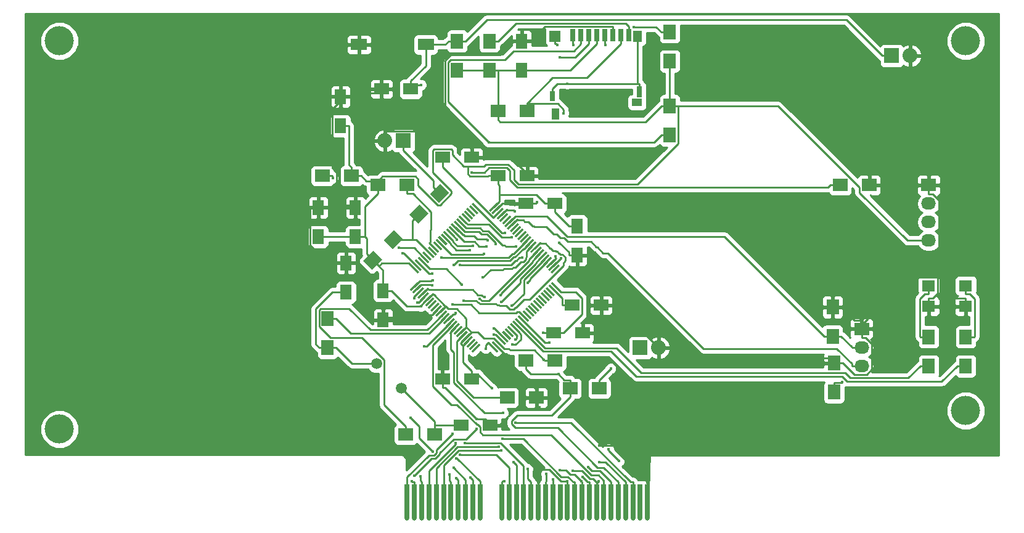
<source format=gtl>
G04 #@! TF.FileFunction,Copper,L1,Top,Signal*
%FSLAX46Y46*%
G04 Gerber Fmt 4.6, Leading zero omitted, Abs format (unit mm)*
G04 Created by KiCad (PCBNEW 4.0.2+dfsg1-stable) date gio 27 giu 2019 16:47:11 CEST*
%MOMM*%
G01*
G04 APERTURE LIST*
%ADD10C,0.100000*%
%ADD11R,1.700000X2.000000*%
%ADD12R,2.000000X1.700000*%
%ADD13R,0.700000X1.750000*%
%ADD14R,1.300000X1.500000*%
%ADD15R,0.800000X1.500000*%
%ADD16R,1.450000X1.000000*%
%ADD17R,0.800000X1.400000*%
%ADD18R,1.500000X1.500000*%
%ADD19R,1.000000X1.550000*%
%ADD20R,1.800860X1.597660*%
%ADD21R,1.600000X2.000000*%
%ADD22C,0.650000*%
%ADD23R,0.650000X4.600000*%
%ADD24C,1.500000*%
%ADD25R,2.180000X1.600000*%
%ADD26C,4.000000*%
%ADD27R,2.032000X1.727200*%
%ADD28O,2.032000X1.727200*%
%ADD29R,2.032000X2.032000*%
%ADD30O,2.032000X2.032000*%
%ADD31R,2.000000X1.600000*%
%ADD32C,0.400000*%
%ADD33C,0.250000*%
%ADD34C,0.254000*%
G04 APERTURE END LIST*
D10*
G36*
X132128373Y-93278478D02*
X131916241Y-93066346D01*
X132976901Y-92005686D01*
X133189033Y-92217818D01*
X132128373Y-93278478D01*
X132128373Y-93278478D01*
G37*
G36*
X132481926Y-93632031D02*
X132269794Y-93419899D01*
X133330454Y-92359239D01*
X133542586Y-92571371D01*
X132481926Y-93632031D01*
X132481926Y-93632031D01*
G37*
G36*
X132835480Y-93985584D02*
X132623348Y-93773452D01*
X133684008Y-92712792D01*
X133896140Y-92924924D01*
X132835480Y-93985584D01*
X132835480Y-93985584D01*
G37*
G36*
X133189033Y-94339138D02*
X132976901Y-94127006D01*
X134037561Y-93066346D01*
X134249693Y-93278478D01*
X133189033Y-94339138D01*
X133189033Y-94339138D01*
G37*
G36*
X133542587Y-94692691D02*
X133330455Y-94480559D01*
X134391115Y-93419899D01*
X134603247Y-93632031D01*
X133542587Y-94692691D01*
X133542587Y-94692691D01*
G37*
G36*
X133896140Y-95046244D02*
X133684008Y-94834112D01*
X134744668Y-93773452D01*
X134956800Y-93985584D01*
X133896140Y-95046244D01*
X133896140Y-95046244D01*
G37*
G36*
X134249693Y-95399798D02*
X134037561Y-95187666D01*
X135098221Y-94127006D01*
X135310353Y-94339138D01*
X134249693Y-95399798D01*
X134249693Y-95399798D01*
G37*
G36*
X134603247Y-95753351D02*
X134391115Y-95541219D01*
X135451775Y-94480559D01*
X135663907Y-94692691D01*
X134603247Y-95753351D01*
X134603247Y-95753351D01*
G37*
G36*
X134956800Y-96106905D02*
X134744668Y-95894773D01*
X135805328Y-94834113D01*
X136017460Y-95046245D01*
X134956800Y-96106905D01*
X134956800Y-96106905D01*
G37*
G36*
X135310354Y-96460458D02*
X135098222Y-96248326D01*
X136158882Y-95187666D01*
X136371014Y-95399798D01*
X135310354Y-96460458D01*
X135310354Y-96460458D01*
G37*
G36*
X135663907Y-96814011D02*
X135451775Y-96601879D01*
X136512435Y-95541219D01*
X136724567Y-95753351D01*
X135663907Y-96814011D01*
X135663907Y-96814011D01*
G37*
G36*
X136017460Y-97167565D02*
X135805328Y-96955433D01*
X136865988Y-95894773D01*
X137078120Y-96106905D01*
X136017460Y-97167565D01*
X136017460Y-97167565D01*
G37*
G36*
X136371014Y-97521118D02*
X136158882Y-97308986D01*
X137219542Y-96248326D01*
X137431674Y-96460458D01*
X136371014Y-97521118D01*
X136371014Y-97521118D01*
G37*
G36*
X136724567Y-97874672D02*
X136512435Y-97662540D01*
X137573095Y-96601880D01*
X137785227Y-96814012D01*
X136724567Y-97874672D01*
X136724567Y-97874672D01*
G37*
G36*
X137078121Y-98228225D02*
X136865989Y-98016093D01*
X137926649Y-96955433D01*
X138138781Y-97167565D01*
X137078121Y-98228225D01*
X137078121Y-98228225D01*
G37*
G36*
X137431674Y-98581778D02*
X137219542Y-98369646D01*
X138280202Y-97308986D01*
X138492334Y-97521118D01*
X137431674Y-98581778D01*
X137431674Y-98581778D01*
G37*
G36*
X137785227Y-98935332D02*
X137573095Y-98723200D01*
X138633755Y-97662540D01*
X138845887Y-97874672D01*
X137785227Y-98935332D01*
X137785227Y-98935332D01*
G37*
G36*
X138138781Y-99288885D02*
X137926649Y-99076753D01*
X138987309Y-98016093D01*
X139199441Y-98228225D01*
X138138781Y-99288885D01*
X138138781Y-99288885D01*
G37*
G36*
X138492334Y-99642439D02*
X138280202Y-99430307D01*
X139340862Y-98369647D01*
X139552994Y-98581779D01*
X138492334Y-99642439D01*
X138492334Y-99642439D01*
G37*
G36*
X138845888Y-99995992D02*
X138633756Y-99783860D01*
X139694416Y-98723200D01*
X139906548Y-98935332D01*
X138845888Y-99995992D01*
X138845888Y-99995992D01*
G37*
G36*
X139199441Y-100349545D02*
X138987309Y-100137413D01*
X140047969Y-99076753D01*
X140260101Y-99288885D01*
X139199441Y-100349545D01*
X139199441Y-100349545D01*
G37*
G36*
X139552994Y-100703099D02*
X139340862Y-100490967D01*
X140401522Y-99430307D01*
X140613654Y-99642439D01*
X139552994Y-100703099D01*
X139552994Y-100703099D01*
G37*
G36*
X139906548Y-101056652D02*
X139694416Y-100844520D01*
X140755076Y-99783860D01*
X140967208Y-99995992D01*
X139906548Y-101056652D01*
X139906548Y-101056652D01*
G37*
G36*
X140260101Y-101410206D02*
X140047969Y-101198074D01*
X141108629Y-100137414D01*
X141320761Y-100349546D01*
X140260101Y-101410206D01*
X140260101Y-101410206D01*
G37*
G36*
X140613654Y-101763759D02*
X140401522Y-101551627D01*
X141462182Y-100490967D01*
X141674314Y-100703099D01*
X140613654Y-101763759D01*
X140613654Y-101763759D01*
G37*
G36*
X144078478Y-101551627D02*
X143866346Y-101763759D01*
X142805686Y-100703099D01*
X143017818Y-100490967D01*
X144078478Y-101551627D01*
X144078478Y-101551627D01*
G37*
G36*
X144432031Y-101198074D02*
X144219899Y-101410206D01*
X143159239Y-100349546D01*
X143371371Y-100137414D01*
X144432031Y-101198074D01*
X144432031Y-101198074D01*
G37*
G36*
X144785584Y-100844520D02*
X144573452Y-101056652D01*
X143512792Y-99995992D01*
X143724924Y-99783860D01*
X144785584Y-100844520D01*
X144785584Y-100844520D01*
G37*
G36*
X145139138Y-100490967D02*
X144927006Y-100703099D01*
X143866346Y-99642439D01*
X144078478Y-99430307D01*
X145139138Y-100490967D01*
X145139138Y-100490967D01*
G37*
G36*
X145492691Y-100137413D02*
X145280559Y-100349545D01*
X144219899Y-99288885D01*
X144432031Y-99076753D01*
X145492691Y-100137413D01*
X145492691Y-100137413D01*
G37*
G36*
X145846244Y-99783860D02*
X145634112Y-99995992D01*
X144573452Y-98935332D01*
X144785584Y-98723200D01*
X145846244Y-99783860D01*
X145846244Y-99783860D01*
G37*
G36*
X146199798Y-99430307D02*
X145987666Y-99642439D01*
X144927006Y-98581779D01*
X145139138Y-98369647D01*
X146199798Y-99430307D01*
X146199798Y-99430307D01*
G37*
G36*
X146553351Y-99076753D02*
X146341219Y-99288885D01*
X145280559Y-98228225D01*
X145492691Y-98016093D01*
X146553351Y-99076753D01*
X146553351Y-99076753D01*
G37*
G36*
X146906905Y-98723200D02*
X146694773Y-98935332D01*
X145634113Y-97874672D01*
X145846245Y-97662540D01*
X146906905Y-98723200D01*
X146906905Y-98723200D01*
G37*
G36*
X147260458Y-98369646D02*
X147048326Y-98581778D01*
X145987666Y-97521118D01*
X146199798Y-97308986D01*
X147260458Y-98369646D01*
X147260458Y-98369646D01*
G37*
G36*
X147614011Y-98016093D02*
X147401879Y-98228225D01*
X146341219Y-97167565D01*
X146553351Y-96955433D01*
X147614011Y-98016093D01*
X147614011Y-98016093D01*
G37*
G36*
X147967565Y-97662540D02*
X147755433Y-97874672D01*
X146694773Y-96814012D01*
X146906905Y-96601880D01*
X147967565Y-97662540D01*
X147967565Y-97662540D01*
G37*
G36*
X148321118Y-97308986D02*
X148108986Y-97521118D01*
X147048326Y-96460458D01*
X147260458Y-96248326D01*
X148321118Y-97308986D01*
X148321118Y-97308986D01*
G37*
G36*
X148674672Y-96955433D02*
X148462540Y-97167565D01*
X147401880Y-96106905D01*
X147614012Y-95894773D01*
X148674672Y-96955433D01*
X148674672Y-96955433D01*
G37*
G36*
X149028225Y-96601879D02*
X148816093Y-96814011D01*
X147755433Y-95753351D01*
X147967565Y-95541219D01*
X149028225Y-96601879D01*
X149028225Y-96601879D01*
G37*
G36*
X149381778Y-96248326D02*
X149169646Y-96460458D01*
X148108986Y-95399798D01*
X148321118Y-95187666D01*
X149381778Y-96248326D01*
X149381778Y-96248326D01*
G37*
G36*
X149735332Y-95894773D02*
X149523200Y-96106905D01*
X148462540Y-95046245D01*
X148674672Y-94834113D01*
X149735332Y-95894773D01*
X149735332Y-95894773D01*
G37*
G36*
X150088885Y-95541219D02*
X149876753Y-95753351D01*
X148816093Y-94692691D01*
X149028225Y-94480559D01*
X150088885Y-95541219D01*
X150088885Y-95541219D01*
G37*
G36*
X150442439Y-95187666D02*
X150230307Y-95399798D01*
X149169647Y-94339138D01*
X149381779Y-94127006D01*
X150442439Y-95187666D01*
X150442439Y-95187666D01*
G37*
G36*
X150795992Y-94834112D02*
X150583860Y-95046244D01*
X149523200Y-93985584D01*
X149735332Y-93773452D01*
X150795992Y-94834112D01*
X150795992Y-94834112D01*
G37*
G36*
X151149545Y-94480559D02*
X150937413Y-94692691D01*
X149876753Y-93632031D01*
X150088885Y-93419899D01*
X151149545Y-94480559D01*
X151149545Y-94480559D01*
G37*
G36*
X151503099Y-94127006D02*
X151290967Y-94339138D01*
X150230307Y-93278478D01*
X150442439Y-93066346D01*
X151503099Y-94127006D01*
X151503099Y-94127006D01*
G37*
G36*
X151856652Y-93773452D02*
X151644520Y-93985584D01*
X150583860Y-92924924D01*
X150795992Y-92712792D01*
X151856652Y-93773452D01*
X151856652Y-93773452D01*
G37*
G36*
X152210206Y-93419899D02*
X151998074Y-93632031D01*
X150937414Y-92571371D01*
X151149546Y-92359239D01*
X152210206Y-93419899D01*
X152210206Y-93419899D01*
G37*
G36*
X152563759Y-93066346D02*
X152351627Y-93278478D01*
X151290967Y-92217818D01*
X151503099Y-92005686D01*
X152563759Y-93066346D01*
X152563759Y-93066346D01*
G37*
G36*
X151503099Y-90874314D02*
X151290967Y-90662182D01*
X152351627Y-89601522D01*
X152563759Y-89813654D01*
X151503099Y-90874314D01*
X151503099Y-90874314D01*
G37*
G36*
X151149546Y-90520761D02*
X150937414Y-90308629D01*
X151998074Y-89247969D01*
X152210206Y-89460101D01*
X151149546Y-90520761D01*
X151149546Y-90520761D01*
G37*
G36*
X150795992Y-90167208D02*
X150583860Y-89955076D01*
X151644520Y-88894416D01*
X151856652Y-89106548D01*
X150795992Y-90167208D01*
X150795992Y-90167208D01*
G37*
G36*
X150442439Y-89813654D02*
X150230307Y-89601522D01*
X151290967Y-88540862D01*
X151503099Y-88752994D01*
X150442439Y-89813654D01*
X150442439Y-89813654D01*
G37*
G36*
X150088885Y-89460101D02*
X149876753Y-89247969D01*
X150937413Y-88187309D01*
X151149545Y-88399441D01*
X150088885Y-89460101D01*
X150088885Y-89460101D01*
G37*
G36*
X149735332Y-89106548D02*
X149523200Y-88894416D01*
X150583860Y-87833756D01*
X150795992Y-88045888D01*
X149735332Y-89106548D01*
X149735332Y-89106548D01*
G37*
G36*
X149381779Y-88752994D02*
X149169647Y-88540862D01*
X150230307Y-87480202D01*
X150442439Y-87692334D01*
X149381779Y-88752994D01*
X149381779Y-88752994D01*
G37*
G36*
X149028225Y-88399441D02*
X148816093Y-88187309D01*
X149876753Y-87126649D01*
X150088885Y-87338781D01*
X149028225Y-88399441D01*
X149028225Y-88399441D01*
G37*
G36*
X148674672Y-88045887D02*
X148462540Y-87833755D01*
X149523200Y-86773095D01*
X149735332Y-86985227D01*
X148674672Y-88045887D01*
X148674672Y-88045887D01*
G37*
G36*
X148321118Y-87692334D02*
X148108986Y-87480202D01*
X149169646Y-86419542D01*
X149381778Y-86631674D01*
X148321118Y-87692334D01*
X148321118Y-87692334D01*
G37*
G36*
X147967565Y-87338781D02*
X147755433Y-87126649D01*
X148816093Y-86065989D01*
X149028225Y-86278121D01*
X147967565Y-87338781D01*
X147967565Y-87338781D01*
G37*
G36*
X147614012Y-86985227D02*
X147401880Y-86773095D01*
X148462540Y-85712435D01*
X148674672Y-85924567D01*
X147614012Y-86985227D01*
X147614012Y-86985227D01*
G37*
G36*
X147260458Y-86631674D02*
X147048326Y-86419542D01*
X148108986Y-85358882D01*
X148321118Y-85571014D01*
X147260458Y-86631674D01*
X147260458Y-86631674D01*
G37*
G36*
X146906905Y-86278120D02*
X146694773Y-86065988D01*
X147755433Y-85005328D01*
X147967565Y-85217460D01*
X146906905Y-86278120D01*
X146906905Y-86278120D01*
G37*
G36*
X146553351Y-85924567D02*
X146341219Y-85712435D01*
X147401879Y-84651775D01*
X147614011Y-84863907D01*
X146553351Y-85924567D01*
X146553351Y-85924567D01*
G37*
G36*
X146199798Y-85571014D02*
X145987666Y-85358882D01*
X147048326Y-84298222D01*
X147260458Y-84510354D01*
X146199798Y-85571014D01*
X146199798Y-85571014D01*
G37*
G36*
X145846245Y-85217460D02*
X145634113Y-85005328D01*
X146694773Y-83944668D01*
X146906905Y-84156800D01*
X145846245Y-85217460D01*
X145846245Y-85217460D01*
G37*
G36*
X145492691Y-84863907D02*
X145280559Y-84651775D01*
X146341219Y-83591115D01*
X146553351Y-83803247D01*
X145492691Y-84863907D01*
X145492691Y-84863907D01*
G37*
G36*
X145139138Y-84510353D02*
X144927006Y-84298221D01*
X145987666Y-83237561D01*
X146199798Y-83449693D01*
X145139138Y-84510353D01*
X145139138Y-84510353D01*
G37*
G36*
X144785584Y-84156800D02*
X144573452Y-83944668D01*
X145634112Y-82884008D01*
X145846244Y-83096140D01*
X144785584Y-84156800D01*
X144785584Y-84156800D01*
G37*
G36*
X144432031Y-83803247D02*
X144219899Y-83591115D01*
X145280559Y-82530455D01*
X145492691Y-82742587D01*
X144432031Y-83803247D01*
X144432031Y-83803247D01*
G37*
G36*
X144078478Y-83449693D02*
X143866346Y-83237561D01*
X144927006Y-82176901D01*
X145139138Y-82389033D01*
X144078478Y-83449693D01*
X144078478Y-83449693D01*
G37*
G36*
X143724924Y-83096140D02*
X143512792Y-82884008D01*
X144573452Y-81823348D01*
X144785584Y-82035480D01*
X143724924Y-83096140D01*
X143724924Y-83096140D01*
G37*
G36*
X143371371Y-82742586D02*
X143159239Y-82530454D01*
X144219899Y-81469794D01*
X144432031Y-81681926D01*
X143371371Y-82742586D01*
X143371371Y-82742586D01*
G37*
G36*
X143017818Y-82389033D02*
X142805686Y-82176901D01*
X143866346Y-81116241D01*
X144078478Y-81328373D01*
X143017818Y-82389033D01*
X143017818Y-82389033D01*
G37*
G36*
X141674314Y-82176901D02*
X141462182Y-82389033D01*
X140401522Y-81328373D01*
X140613654Y-81116241D01*
X141674314Y-82176901D01*
X141674314Y-82176901D01*
G37*
G36*
X141320761Y-82530454D02*
X141108629Y-82742586D01*
X140047969Y-81681926D01*
X140260101Y-81469794D01*
X141320761Y-82530454D01*
X141320761Y-82530454D01*
G37*
G36*
X140967208Y-82884008D02*
X140755076Y-83096140D01*
X139694416Y-82035480D01*
X139906548Y-81823348D01*
X140967208Y-82884008D01*
X140967208Y-82884008D01*
G37*
G36*
X140613654Y-83237561D02*
X140401522Y-83449693D01*
X139340862Y-82389033D01*
X139552994Y-82176901D01*
X140613654Y-83237561D01*
X140613654Y-83237561D01*
G37*
G36*
X140260101Y-83591115D02*
X140047969Y-83803247D01*
X138987309Y-82742587D01*
X139199441Y-82530455D01*
X140260101Y-83591115D01*
X140260101Y-83591115D01*
G37*
G36*
X139906548Y-83944668D02*
X139694416Y-84156800D01*
X138633756Y-83096140D01*
X138845888Y-82884008D01*
X139906548Y-83944668D01*
X139906548Y-83944668D01*
G37*
G36*
X139552994Y-84298221D02*
X139340862Y-84510353D01*
X138280202Y-83449693D01*
X138492334Y-83237561D01*
X139552994Y-84298221D01*
X139552994Y-84298221D01*
G37*
G36*
X139199441Y-84651775D02*
X138987309Y-84863907D01*
X137926649Y-83803247D01*
X138138781Y-83591115D01*
X139199441Y-84651775D01*
X139199441Y-84651775D01*
G37*
G36*
X138845887Y-85005328D02*
X138633755Y-85217460D01*
X137573095Y-84156800D01*
X137785227Y-83944668D01*
X138845887Y-85005328D01*
X138845887Y-85005328D01*
G37*
G36*
X138492334Y-85358882D02*
X138280202Y-85571014D01*
X137219542Y-84510354D01*
X137431674Y-84298222D01*
X138492334Y-85358882D01*
X138492334Y-85358882D01*
G37*
G36*
X138138781Y-85712435D02*
X137926649Y-85924567D01*
X136865989Y-84863907D01*
X137078121Y-84651775D01*
X138138781Y-85712435D01*
X138138781Y-85712435D01*
G37*
G36*
X137785227Y-86065988D02*
X137573095Y-86278120D01*
X136512435Y-85217460D01*
X136724567Y-85005328D01*
X137785227Y-86065988D01*
X137785227Y-86065988D01*
G37*
G36*
X137431674Y-86419542D02*
X137219542Y-86631674D01*
X136158882Y-85571014D01*
X136371014Y-85358882D01*
X137431674Y-86419542D01*
X137431674Y-86419542D01*
G37*
G36*
X137078120Y-86773095D02*
X136865988Y-86985227D01*
X135805328Y-85924567D01*
X136017460Y-85712435D01*
X137078120Y-86773095D01*
X137078120Y-86773095D01*
G37*
G36*
X136724567Y-87126649D02*
X136512435Y-87338781D01*
X135451775Y-86278121D01*
X135663907Y-86065989D01*
X136724567Y-87126649D01*
X136724567Y-87126649D01*
G37*
G36*
X136371014Y-87480202D02*
X136158882Y-87692334D01*
X135098222Y-86631674D01*
X135310354Y-86419542D01*
X136371014Y-87480202D01*
X136371014Y-87480202D01*
G37*
G36*
X136017460Y-87833755D02*
X135805328Y-88045887D01*
X134744668Y-86985227D01*
X134956800Y-86773095D01*
X136017460Y-87833755D01*
X136017460Y-87833755D01*
G37*
G36*
X135663907Y-88187309D02*
X135451775Y-88399441D01*
X134391115Y-87338781D01*
X134603247Y-87126649D01*
X135663907Y-88187309D01*
X135663907Y-88187309D01*
G37*
G36*
X135310353Y-88540862D02*
X135098221Y-88752994D01*
X134037561Y-87692334D01*
X134249693Y-87480202D01*
X135310353Y-88540862D01*
X135310353Y-88540862D01*
G37*
G36*
X134956800Y-88894416D02*
X134744668Y-89106548D01*
X133684008Y-88045888D01*
X133896140Y-87833756D01*
X134956800Y-88894416D01*
X134956800Y-88894416D01*
G37*
G36*
X134603247Y-89247969D02*
X134391115Y-89460101D01*
X133330455Y-88399441D01*
X133542587Y-88187309D01*
X134603247Y-89247969D01*
X134603247Y-89247969D01*
G37*
G36*
X134249693Y-89601522D02*
X134037561Y-89813654D01*
X132976901Y-88752994D01*
X133189033Y-88540862D01*
X134249693Y-89601522D01*
X134249693Y-89601522D01*
G37*
G36*
X133896140Y-89955076D02*
X133684008Y-90167208D01*
X132623348Y-89106548D01*
X132835480Y-88894416D01*
X133896140Y-89955076D01*
X133896140Y-89955076D01*
G37*
G36*
X133542586Y-90308629D02*
X133330454Y-90520761D01*
X132269794Y-89460101D01*
X132481926Y-89247969D01*
X133542586Y-90308629D01*
X133542586Y-90308629D01*
G37*
G36*
X133189033Y-90662182D02*
X132976901Y-90874314D01*
X131916241Y-89813654D01*
X132128373Y-89601522D01*
X133189033Y-90662182D01*
X133189033Y-90662182D01*
G37*
D11*
X208280000Y-99600000D03*
X208280000Y-103600000D03*
X203200000Y-99600000D03*
X203200000Y-103600000D03*
D12*
X144050000Y-68580000D03*
X148050000Y-68580000D03*
D13*
X162005000Y-58150000D03*
D14*
X163205000Y-58275000D03*
D15*
X163455000Y-65875000D03*
D16*
X163130000Y-67375000D03*
D17*
X151505000Y-66525000D03*
D13*
X160905000Y-58150000D03*
X159805000Y-58150000D03*
X158705000Y-58150000D03*
X157605000Y-58150000D03*
X156505000Y-58150000D03*
X155405000Y-58150000D03*
X154305000Y-58150000D03*
D18*
X151855000Y-58275000D03*
D19*
X151905000Y-68950000D03*
D20*
X208280000Y-92560140D03*
X208280000Y-95399860D03*
X203200000Y-92560140D03*
X203200000Y-95399860D03*
D21*
X147320000Y-62960000D03*
X147320000Y-58960000D03*
D22*
X149572000Y-124466000D03*
X151572000Y-124466000D03*
D23*
X151572000Y-122166000D03*
D22*
X150572000Y-124466000D03*
D23*
X131572000Y-122166000D03*
X132572000Y-122166000D03*
X133572000Y-122166000D03*
X134572000Y-122166000D03*
X135572000Y-122166000D03*
X136572000Y-122166000D03*
X137572000Y-122166000D03*
X138572000Y-122166000D03*
X139572000Y-122166000D03*
X140572000Y-122166000D03*
X141572000Y-122166000D03*
X146572000Y-122166000D03*
X147572000Y-122166000D03*
X148572000Y-122166000D03*
X149572000Y-122166000D03*
X150572000Y-122166000D03*
X144572000Y-122166000D03*
X145572000Y-122166000D03*
D22*
X133572000Y-124466000D03*
X134572000Y-124466000D03*
X135572000Y-124466000D03*
X136572000Y-124466000D03*
X137572000Y-124466000D03*
X138572000Y-124466000D03*
X139572000Y-124466000D03*
X140572000Y-124466000D03*
X141572000Y-124466000D03*
X131572000Y-124466000D03*
X144572000Y-124466000D03*
X145572000Y-124466000D03*
X146572000Y-124466000D03*
X147572000Y-124466000D03*
X148572000Y-124466000D03*
X132572000Y-124466000D03*
X152572000Y-124466000D03*
X153572000Y-124466000D03*
X154572000Y-124466000D03*
X155572000Y-124466000D03*
X156572000Y-124466000D03*
X157572000Y-124466000D03*
X158572000Y-124466000D03*
X159572000Y-124466000D03*
X160572000Y-124466000D03*
X161572000Y-124466000D03*
X162572000Y-124466000D03*
X163572000Y-124466000D03*
X164572000Y-124466000D03*
D23*
X152572000Y-122166000D03*
X153572000Y-122166000D03*
X154572000Y-122166000D03*
X155572000Y-122166000D03*
X156572000Y-122166000D03*
X157572000Y-122166000D03*
X158572000Y-122166000D03*
X159572000Y-122166000D03*
X160572000Y-122166000D03*
X161572000Y-122166000D03*
X162572000Y-122166000D03*
X163572000Y-122166000D03*
X164572000Y-122166000D03*
D24*
X130810000Y-106680000D03*
X127359319Y-103229319D03*
D25*
X124950000Y-59436000D03*
X134130000Y-59436000D03*
D12*
X123920000Y-77470000D03*
X119920000Y-77470000D03*
X127540000Y-78740000D03*
X131540000Y-78740000D03*
X145320000Y-107950000D03*
X149320000Y-107950000D03*
X153956000Y-106680000D03*
X157956000Y-106680000D03*
X151860000Y-102870000D03*
X147860000Y-102870000D03*
D10*
G36*
X133099720Y-84002362D02*
X131897638Y-82800280D01*
X133311852Y-81386066D01*
X134513934Y-82588148D01*
X133099720Y-84002362D01*
X133099720Y-84002362D01*
G37*
G36*
X135928148Y-81173934D02*
X134726066Y-79971852D01*
X136140280Y-78557638D01*
X137342362Y-79759720D01*
X135928148Y-81173934D01*
X135928148Y-81173934D01*
G37*
G36*
X126749720Y-90352362D02*
X125547638Y-89150280D01*
X126961852Y-87736066D01*
X128163934Y-88938148D01*
X126749720Y-90352362D01*
X126749720Y-90352362D01*
G37*
G36*
X129578148Y-87523934D02*
X128376066Y-86321852D01*
X129790280Y-84907638D01*
X130992362Y-86109720D01*
X129578148Y-87523934D01*
X129578148Y-87523934D01*
G37*
D11*
X190000000Y-95500000D03*
X190000000Y-99500000D03*
X190195000Y-103185000D03*
X190195000Y-107185000D03*
X120650000Y-97060000D03*
X120650000Y-101060000D03*
D12*
X131350000Y-113030000D03*
X135350000Y-113030000D03*
D11*
X138430000Y-58960000D03*
X138430000Y-62960000D03*
D12*
X191040000Y-78740000D03*
X195040000Y-78740000D03*
D26*
X208280000Y-58928000D03*
X83820000Y-112268000D03*
X208280000Y-109728000D03*
X83820000Y-58928000D03*
D27*
X203200000Y-78740000D03*
D28*
X203200000Y-81280000D03*
X203200000Y-83820000D03*
X203200000Y-86360000D03*
D29*
X198120000Y-60960000D03*
D30*
X200660000Y-60960000D03*
D27*
X194000000Y-98500000D03*
D28*
X194000000Y-101040000D03*
X194000000Y-103580000D03*
D31*
X158210000Y-95250000D03*
X154210000Y-95250000D03*
X140430000Y-74930000D03*
X136430000Y-74930000D03*
D21*
X119380000Y-81820000D03*
X119380000Y-85820000D03*
X154940000Y-88360000D03*
X154940000Y-84360000D03*
D31*
X128048000Y-65532000D03*
X132048000Y-65532000D03*
D21*
X128270000Y-97250000D03*
X128270000Y-93250000D03*
X124460000Y-81820000D03*
X124460000Y-85820000D03*
D31*
X148050000Y-77470000D03*
X144050000Y-77470000D03*
X155670000Y-99060000D03*
X151670000Y-99060000D03*
D21*
X122428000Y-66580000D03*
X122428000Y-70580000D03*
D31*
X147860000Y-81280000D03*
X151860000Y-81280000D03*
X136430000Y-105410000D03*
X140430000Y-105410000D03*
D21*
X123190000Y-93440000D03*
X123190000Y-89440000D03*
D31*
X138970000Y-111760000D03*
X142970000Y-111760000D03*
D29*
X163576000Y-101092000D03*
D30*
X166116000Y-101092000D03*
D29*
X131064000Y-72644000D03*
D30*
X128524000Y-72644000D03*
D11*
X167640000Y-71850000D03*
X167640000Y-67850000D03*
X167640000Y-57690000D03*
X167640000Y-61690000D03*
X142875000Y-62960000D03*
X142875000Y-58960000D03*
D32*
X133914000Y-96584400D03*
X141095700Y-110840700D03*
X157893600Y-119439100D03*
X157984500Y-116775000D03*
X130951700Y-88110200D03*
X149392900Y-81099300D03*
X149758300Y-109233200D03*
X162828000Y-107217200D03*
X149458600Y-77470000D03*
X157976100Y-114551200D03*
X149033000Y-117764600D03*
X149572000Y-119457600D03*
X152483900Y-86639300D03*
X154293400Y-117987400D03*
X153511700Y-119421500D03*
X132562300Y-118620300D03*
X141068600Y-112197000D03*
X142345700Y-101187000D03*
X143449500Y-99255900D03*
X146456100Y-111346800D03*
X146396400Y-99922100D03*
X145948400Y-85896400D03*
X146508500Y-87125000D03*
X160671200Y-116638200D03*
X159191500Y-115024900D03*
X143742400Y-86814600D03*
X142599500Y-86287500D03*
X142438400Y-87124400D03*
X138407800Y-86265600D03*
X140569500Y-87109600D03*
X150678900Y-118385800D03*
X140131400Y-87634900D03*
X148101500Y-117748100D03*
X145920100Y-95311600D03*
X146206300Y-116816900D03*
X144479700Y-94747800D03*
X144926600Y-119446600D03*
X144420200Y-93817500D03*
X140210700Y-118912100D03*
X141554500Y-94360900D03*
X138300800Y-119006900D03*
X139282000Y-94596400D03*
X144514100Y-115219100D03*
X141978100Y-91401800D03*
X138188600Y-114183200D03*
X137975700Y-89703700D03*
X132190400Y-119462600D03*
X136255900Y-88697800D03*
X145980300Y-100658300D03*
X144614400Y-113607300D03*
X144754300Y-110065900D03*
X155673400Y-118840700D03*
X142076000Y-88151600D03*
X152323800Y-104701500D03*
X151077500Y-100396500D03*
X139459700Y-114160200D03*
X139056800Y-92375800D03*
X138805000Y-115793200D03*
X135000400Y-90884100D03*
X138301700Y-116276700D03*
X135104100Y-91838100D03*
X137944500Y-117597400D03*
X134988000Y-92465000D03*
X137394900Y-118461100D03*
X132543800Y-94270800D03*
X144174100Y-114693800D03*
X142215500Y-94102100D03*
X133381300Y-118760300D03*
X132957700Y-94883300D03*
X137773300Y-112937100D03*
X137778100Y-95124500D03*
X191282900Y-105763800D03*
X159519300Y-103945200D03*
X121361600Y-77746200D03*
X130467800Y-87367700D03*
X155491100Y-119459800D03*
X151572000Y-119178100D03*
X150363900Y-102704000D03*
X133439500Y-95420800D03*
X152510000Y-117880600D03*
X156448000Y-117461000D03*
X143200800Y-106678800D03*
X150253900Y-99060000D03*
X138211200Y-96344800D03*
X138772000Y-89673600D03*
X147335800Y-88724800D03*
X133482400Y-64969300D03*
X133914000Y-100896200D03*
X135053900Y-115330700D03*
X132043100Y-110662200D03*
X140411000Y-76974300D03*
X146341900Y-82370600D03*
X144979900Y-85312300D03*
X152191000Y-59452900D03*
X153526500Y-64799700D03*
X153068900Y-68836500D03*
X151959800Y-88534400D03*
X158817500Y-59449400D03*
X152662900Y-88764900D03*
X152515600Y-61191700D03*
X148107400Y-92169200D03*
X154393600Y-59438900D03*
X162680300Y-56996100D03*
X142757000Y-72819900D03*
X143478200Y-98433100D03*
D33*
X164084000Y-99060000D02*
X158210000Y-99060000D01*
X166116000Y-101092000D02*
X164084000Y-99060000D01*
X120678500Y-89440000D02*
X123190000Y-89440000D01*
X118254700Y-87016200D02*
X120678500Y-89440000D01*
X118254700Y-81820000D02*
X118254700Y-87016200D01*
X119380000Y-81820000D02*
X118254700Y-81820000D01*
X150455600Y-56949700D02*
X148445300Y-58960000D01*
X159805000Y-56949700D02*
X150455600Y-56949700D01*
X159805000Y-58150000D02*
X159805000Y-56949700D01*
X158210000Y-99060000D02*
X158210000Y-96375300D01*
X135734600Y-95824100D02*
X134974300Y-96584400D01*
X149320000Y-107950000D02*
X149320000Y-106774700D01*
X123190000Y-89440000D02*
X123190000Y-90765300D01*
X147320000Y-58960000D02*
X148445300Y-58960000D01*
X161572000Y-122166000D02*
X161572000Y-119540700D01*
X124460000Y-81820000D02*
X124460000Y-81480300D01*
X119380000Y-81820000D02*
X120505300Y-81820000D01*
X128048000Y-65532000D02*
X128048000Y-66094600D01*
X128048000Y-66094600D02*
X128048000Y-66657300D01*
X136430000Y-105410000D02*
X136430000Y-106535300D01*
X158210000Y-99060000D02*
X155670000Y-99060000D01*
X153572000Y-122166000D02*
X153572000Y-119540700D01*
X190195000Y-103185000D02*
X190195000Y-102522300D01*
X168887600Y-102522300D02*
X167457300Y-101092000D01*
X190195000Y-102522300D02*
X168887600Y-102522300D01*
X166116000Y-101092000D02*
X167457300Y-101092000D01*
X124950000Y-66094600D02*
X124950000Y-59436000D01*
X128048000Y-66094600D02*
X124950000Y-66094600D01*
X124038700Y-66094600D02*
X123553300Y-66580000D01*
X124950000Y-66094600D02*
X124038700Y-66094600D01*
X128270000Y-95845300D02*
X128270000Y-95924700D01*
X123190000Y-90765300D02*
X128270000Y-95845300D01*
X128270000Y-97250000D02*
X128270000Y-96881500D01*
X128270000Y-96881500D02*
X128270000Y-95924700D01*
X122428000Y-66580000D02*
X122990700Y-66580000D01*
X122990700Y-66580000D02*
X123553300Y-66580000D01*
X121919900Y-76970600D02*
X121919900Y-81480300D01*
X121302600Y-76353300D02*
X121919900Y-76970600D01*
X121302600Y-68268100D02*
X121302600Y-76353300D01*
X122990700Y-66580000D02*
X121302600Y-68268100D01*
X124460000Y-81480300D02*
X121919900Y-81480300D01*
X120845000Y-81480300D02*
X120505300Y-81820000D01*
X121919900Y-81480300D02*
X120845000Y-81480300D01*
X130951700Y-88110300D02*
X130951700Y-88110200D01*
X131132100Y-88110300D02*
X130951700Y-88110300D01*
X132906200Y-89884400D02*
X131132100Y-88110300D01*
X128524000Y-72644000D02*
X128524000Y-71302600D01*
X128524000Y-67133300D02*
X128048000Y-66657300D01*
X128524000Y-71302600D02*
X128524000Y-67133300D01*
X140430000Y-74930000D02*
X140430000Y-73804700D01*
X147320000Y-58960000D02*
X146194700Y-58960000D01*
X144929800Y-102384500D02*
X149320000Y-106774700D01*
X144929800Y-101908000D02*
X144929800Y-102384500D01*
X143795600Y-100773800D02*
X144929800Y-101908000D01*
X164572000Y-122166000D02*
X164572000Y-119540700D01*
X144621800Y-81280000D02*
X143795600Y-82106200D01*
X147860000Y-81280000D02*
X144621800Y-81280000D01*
X144295300Y-111649400D02*
X144295300Y-111760000D01*
X147994700Y-107950000D02*
X144295300Y-111649400D01*
X149320000Y-107950000D02*
X147994700Y-107950000D01*
X136790300Y-106535300D02*
X136430000Y-106535300D01*
X141095700Y-110840700D02*
X136790300Y-106535300D01*
X143632700Y-111760000D02*
X143228200Y-111760000D01*
X142970000Y-111760000D02*
X143228200Y-111760000D01*
X143632700Y-111760000D02*
X144295300Y-111760000D01*
X142308900Y-110840700D02*
X141095700Y-110840700D01*
X143228200Y-111760000D02*
X142308900Y-110840700D01*
X147860000Y-81280000D02*
X149185300Y-81280000D01*
X148050000Y-77470000D02*
X148050000Y-77188600D01*
X149320000Y-107950000D02*
X149320000Y-109125300D01*
X157572000Y-122166000D02*
X157572000Y-119564300D01*
X158210000Y-95812600D02*
X158210000Y-96375300D01*
X158210000Y-95812600D02*
X158210000Y-95250000D01*
X158210000Y-95250000D02*
X158210000Y-94124700D01*
X195040000Y-78740000D02*
X196365300Y-78740000D01*
X200660000Y-78740000D02*
X200660000Y-60960000D01*
X200660000Y-78740000D02*
X196365300Y-78740000D01*
X200660000Y-78740000D02*
X203200000Y-78740000D01*
X149366000Y-81099300D02*
X149392900Y-81099300D01*
X149185300Y-81280000D02*
X149366000Y-81099300D01*
X133616900Y-96881500D02*
X133914000Y-96584400D01*
X128270000Y-96881500D02*
X133616900Y-96881500D01*
X134974200Y-96584400D02*
X133914000Y-96584400D01*
X134974300Y-96584400D02*
X134974200Y-96584400D01*
X136759100Y-61637300D02*
X136759100Y-71302600D01*
X137528300Y-60868100D02*
X136759100Y-61637300D01*
X144286600Y-60868100D02*
X137528300Y-60868100D01*
X146194700Y-58960000D02*
X144286600Y-60868100D01*
X137927900Y-71302600D02*
X136759100Y-71302600D01*
X140430000Y-73804700D02*
X137927900Y-71302600D01*
X136759100Y-71302600D02*
X128524000Y-71302600D01*
X158806300Y-116775000D02*
X161572000Y-119540700D01*
X157984500Y-116775000D02*
X158806300Y-116775000D01*
X148050000Y-77470000D02*
X149375300Y-77470000D01*
X149375300Y-77470000D02*
X149458600Y-77470000D01*
X192986400Y-97311100D02*
X191175300Y-95500000D01*
X194000000Y-97311100D02*
X192986400Y-97311100D01*
X190000000Y-95500000D02*
X191175300Y-95500000D01*
X158043100Y-114484200D02*
X157976100Y-114551200D01*
X160075200Y-114484200D02*
X158043100Y-114484200D01*
X162828000Y-111731400D02*
X160075200Y-114484200D01*
X162828000Y-107217200D02*
X162828000Y-111731400D01*
X160075200Y-115043900D02*
X164572000Y-119540700D01*
X160075200Y-114484200D02*
X160075200Y-115043900D01*
X145791400Y-74930000D02*
X140430000Y-74930000D01*
X148050000Y-77188600D02*
X145791400Y-74930000D01*
X149427900Y-109233200D02*
X149758300Y-109233200D01*
X149320000Y-109125300D02*
X149427900Y-109233200D01*
X149576600Y-118308200D02*
X149033000Y-117764600D01*
X149572000Y-118312800D02*
X149572000Y-119457600D01*
X149576600Y-118308200D02*
X149572000Y-118312800D01*
X149572000Y-119457600D02*
X149572000Y-122166000D01*
X154940000Y-90854700D02*
X154940000Y-88360000D01*
X158210000Y-94124700D02*
X154940000Y-90854700D01*
X154940000Y-88360000D02*
X153814700Y-88360000D01*
X157768400Y-119564300D02*
X157572000Y-119564300D01*
X157893600Y-119439100D02*
X157768400Y-119564300D01*
X155594600Y-117987400D02*
X154293400Y-117987400D01*
X156697500Y-119090300D02*
X155594600Y-117987400D01*
X157098000Y-119090300D02*
X156697500Y-119090300D01*
X157572000Y-119564300D02*
X157098000Y-119090300D01*
X153482300Y-119450900D02*
X153572000Y-119540700D01*
X153482200Y-119451000D02*
X153482300Y-119450900D01*
X153449100Y-119451000D02*
X153482200Y-119451000D01*
X153446600Y-119448500D02*
X153449100Y-119451000D01*
X152698100Y-119448500D02*
X153446600Y-119448500D01*
X151081700Y-117832100D02*
X152698100Y-119448500D01*
X150052700Y-117832100D02*
X151081700Y-117832100D01*
X149576600Y-118308200D02*
X150052700Y-117832100D01*
X153482300Y-119450900D02*
X153511700Y-119421500D01*
X194000000Y-98449900D02*
X194000000Y-98500000D01*
X192959000Y-104773700D02*
X191370300Y-103185000D01*
X194659700Y-104773700D02*
X192959000Y-104773700D01*
X195379200Y-104054200D02*
X194659700Y-104773700D01*
X195379200Y-100548000D02*
X195379200Y-104054200D01*
X194520100Y-99688900D02*
X195379200Y-100548000D01*
X194000000Y-99688900D02*
X194520100Y-99688900D01*
X194000000Y-98500000D02*
X194000000Y-99688900D01*
X190195000Y-103185000D02*
X191370300Y-103185000D01*
X194000000Y-98449900D02*
X194000000Y-97880500D01*
X194000000Y-97880500D02*
X194000000Y-97311100D01*
X203200000Y-78740000D02*
X203200000Y-79928900D01*
X203200000Y-95399900D02*
X203200000Y-94275800D01*
X200444800Y-91435700D02*
X194000000Y-97880500D01*
X204431000Y-91435700D02*
X200444800Y-91435700D01*
X204577500Y-91289200D02*
X204431000Y-91435700D01*
X204577500Y-80786300D02*
X204577500Y-91289200D01*
X203720100Y-79928900D02*
X204577500Y-80786300D01*
X203200000Y-79928900D02*
X203720100Y-79928900D01*
X208280000Y-95399900D02*
X208280000Y-94275800D01*
X205100000Y-94275800D02*
X208280000Y-94275800D01*
X204431000Y-93606800D02*
X205100000Y-94275800D01*
X204431000Y-91435700D02*
X204431000Y-93606800D01*
X203762000Y-94275800D02*
X203200000Y-94275800D01*
X204431000Y-93606800D02*
X203762000Y-94275800D01*
X153814700Y-87970100D02*
X152483900Y-86639300D01*
X153814700Y-88360000D02*
X153814700Y-87970100D01*
X143442100Y-101127400D02*
X142681800Y-100367000D01*
X142345700Y-100703100D02*
X142681800Y-100367000D01*
X142345700Y-101187000D02*
X142345700Y-100703100D01*
X139636400Y-113629200D02*
X141068600Y-112197000D01*
X137926700Y-113629200D02*
X139636400Y-113629200D01*
X136029500Y-115526400D02*
X137926700Y-113629200D01*
X136029500Y-115735000D02*
X136029500Y-115526400D01*
X135458200Y-116306300D02*
X136029500Y-115735000D01*
X134876300Y-116306300D02*
X135458200Y-116306300D01*
X132562300Y-118620300D02*
X134876300Y-116306300D01*
X143691900Y-99255900D02*
X143449500Y-99255900D01*
X144502700Y-100066700D02*
X143691900Y-99255900D01*
X154028700Y-111346800D02*
X146456100Y-111346800D01*
X162222600Y-119540700D02*
X154028700Y-111346800D01*
X162572000Y-119540700D02*
X162222600Y-119540700D01*
X145917000Y-98652500D02*
X146677500Y-99412900D01*
X162572000Y-122166000D02*
X162572000Y-119540700D01*
X146574000Y-99516400D02*
X146677500Y-99412900D01*
X146574000Y-99744500D02*
X146574000Y-99516400D01*
X146396400Y-99922100D02*
X146574000Y-99744500D01*
X144527500Y-85896400D02*
X145948400Y-85896400D01*
X142763000Y-84131900D02*
X144527500Y-85896400D01*
X139881700Y-84131900D02*
X142763000Y-84131900D01*
X139270200Y-83520400D02*
X139881700Y-84131900D01*
X138916600Y-83874000D02*
X139677100Y-84634400D01*
X141584200Y-84634400D02*
X139677100Y-84634400D01*
X141981200Y-85031400D02*
X141584200Y-84634400D01*
X142723400Y-85031400D02*
X141981200Y-85031400D01*
X144652500Y-86960500D02*
X142723400Y-85031400D01*
X144954700Y-86960500D02*
X144652500Y-86960500D01*
X145119200Y-87125000D02*
X144954700Y-86960500D01*
X146508500Y-87125000D02*
X145119200Y-87125000D01*
X159191500Y-115158500D02*
X159191500Y-115024900D01*
X160671200Y-116638200D02*
X159191500Y-115158500D01*
X143742400Y-86687300D02*
X143742400Y-86814600D01*
X142536800Y-85481700D02*
X143742400Y-86687300D01*
X141794600Y-85481700D02*
X142536800Y-85481700D01*
X141434500Y-85121600D02*
X141794600Y-85481700D01*
X139457100Y-85121600D02*
X141434500Y-85121600D01*
X138563000Y-84227500D02*
X139457100Y-85121600D01*
X138209500Y-84581100D02*
X138970000Y-85341500D01*
X142478700Y-86166700D02*
X142599500Y-86287500D01*
X141155100Y-86166700D02*
X142478700Y-86166700D01*
X140753300Y-85764900D02*
X141155100Y-86166700D01*
X139931700Y-85764900D02*
X140753300Y-85764900D01*
X139931600Y-85764800D02*
X139931700Y-85764900D01*
X139792400Y-85764800D02*
X139931600Y-85764800D01*
X139792300Y-85764700D02*
X139792400Y-85764800D01*
X139757500Y-85764700D02*
X139792300Y-85764700D01*
X139757400Y-85764600D02*
X139757500Y-85764700D01*
X139748700Y-85764600D02*
X139757400Y-85764600D01*
X139690800Y-85706700D02*
X139748700Y-85764600D01*
X139482700Y-85706700D02*
X139690800Y-85706700D01*
X139348000Y-85572000D02*
X139482700Y-85706700D01*
X139217700Y-85572000D02*
X139348000Y-85572000D01*
X138987300Y-85341600D02*
X139217700Y-85572000D01*
X138970000Y-85341600D02*
X138987300Y-85341600D01*
X138970000Y-85341500D02*
X138970000Y-85341600D01*
X139431800Y-86510500D02*
X137855900Y-84934600D01*
X140806900Y-86510500D02*
X139431800Y-86510500D01*
X141420800Y-87124400D02*
X140806900Y-86510500D01*
X142438400Y-87124400D02*
X141420800Y-87124400D01*
X138407800Y-86193600D02*
X137502400Y-85288200D01*
X138407800Y-86265600D02*
X138407800Y-86193600D01*
X137882500Y-86375400D02*
X137148800Y-85641700D01*
X137882500Y-86555300D02*
X137882500Y-86375400D01*
X138436800Y-87109600D02*
X137882500Y-86555300D01*
X140569500Y-87109600D02*
X138436800Y-87109600D01*
X150678900Y-119433800D02*
X150678900Y-118385800D01*
X150572000Y-119540700D02*
X150678900Y-119433800D01*
X150572000Y-122166000D02*
X150572000Y-119540700D01*
X137418500Y-86618500D02*
X136795300Y-85995300D01*
X137418500Y-86728200D02*
X137418500Y-86618500D01*
X138325200Y-87634900D02*
X137418500Y-86728200D01*
X140131400Y-87634900D02*
X138325200Y-87634900D01*
X148572000Y-122166000D02*
X148572000Y-119540700D01*
X150513100Y-88823700D02*
X149752800Y-89584000D01*
X148101500Y-119070200D02*
X148101500Y-117748100D01*
X148572000Y-119540700D02*
X148101500Y-119070200D01*
X149752800Y-89598400D02*
X149752800Y-89584000D01*
X147582100Y-91769100D02*
X149752800Y-89598400D01*
X147582100Y-93649600D02*
X147582100Y-91769100D01*
X145920100Y-95311600D02*
X147582100Y-93649600D01*
X146572000Y-117182600D02*
X146206300Y-116816900D01*
X146572000Y-122166000D02*
X146572000Y-117182600D01*
X149212000Y-89417800D02*
X150159600Y-88470200D01*
X149212000Y-89502300D02*
X149212000Y-89417800D01*
X147072400Y-91641900D02*
X149212000Y-89502300D01*
X147072400Y-92155100D02*
X147072400Y-91641900D01*
X144479700Y-94747800D02*
X147072400Y-92155100D01*
X144572000Y-122166000D02*
X144572000Y-119540700D01*
X149806000Y-88116600D02*
X149045600Y-88877000D01*
X144666100Y-119446600D02*
X144926600Y-119446600D01*
X144572000Y-119540700D02*
X144666100Y-119446600D01*
X144461600Y-93776100D02*
X144420200Y-93817500D01*
X144461600Y-93615800D02*
X144461600Y-93776100D01*
X148761700Y-89315700D02*
X144461600Y-93615800D01*
X148761700Y-89160900D02*
X148761700Y-89315700D01*
X149045600Y-88877000D02*
X148761700Y-89160900D01*
X140572000Y-119273400D02*
X140210700Y-118912100D01*
X140572000Y-122166000D02*
X140572000Y-119273400D01*
X148311400Y-88904100D02*
X149452500Y-87763000D01*
X148311400Y-89129100D02*
X148311400Y-88904100D01*
X142813100Y-94627400D02*
X148311400Y-89129100D01*
X141821000Y-94627400D02*
X142813100Y-94627400D01*
X141554500Y-94360900D02*
X141821000Y-94627400D01*
X149098900Y-87409500D02*
X149859300Y-86649100D01*
X138572000Y-122166000D02*
X138572000Y-119540700D01*
X138572000Y-119278100D02*
X138300800Y-119006900D01*
X138572000Y-119540700D02*
X138572000Y-119278100D01*
X149961100Y-86751000D02*
X149859300Y-86649100D01*
X150540300Y-86751000D02*
X149961100Y-86751000D01*
X151203100Y-87413800D02*
X150540300Y-86751000D01*
X151244300Y-87413800D02*
X151203100Y-87413800D01*
X151572900Y-87742400D02*
X151244300Y-87413800D01*
X151923300Y-87742400D02*
X151572900Y-87742400D01*
X152025800Y-87844900D02*
X151923300Y-87742400D01*
X152151700Y-87844900D02*
X152025800Y-87844900D01*
X152399400Y-88092600D02*
X152151700Y-87844900D01*
X152437600Y-88092600D02*
X152399400Y-88092600D01*
X152584600Y-88239600D02*
X152437600Y-88092600D01*
X152880600Y-88239600D02*
X152584600Y-88239600D01*
X153268900Y-88627900D02*
X152880600Y-88239600D01*
X153268900Y-89138800D02*
X153268900Y-88627900D01*
X153093500Y-89314200D02*
X153268900Y-89138800D01*
X153093500Y-89341300D02*
X153093500Y-89314200D01*
X153077800Y-89357000D02*
X153093500Y-89341300D01*
X153077800Y-89790500D02*
X153077800Y-89357000D01*
X148412500Y-94455800D02*
X153077800Y-89790500D01*
X147605500Y-94455800D02*
X148412500Y-94455800D01*
X146505700Y-95555600D02*
X147605500Y-94455800D01*
X146419100Y-95555600D02*
X146505700Y-95555600D01*
X146137800Y-95836900D02*
X146419100Y-95555600D01*
X145702500Y-95836900D02*
X146137800Y-95836900D01*
X145138700Y-95273100D02*
X145702500Y-95836900D01*
X144262100Y-95273100D02*
X145138700Y-95273100D01*
X144196200Y-95207200D02*
X144262100Y-95273100D01*
X143917000Y-95207200D02*
X144196200Y-95207200D01*
X143787500Y-95077700D02*
X143917000Y-95207200D01*
X141566200Y-95077700D02*
X143787500Y-95077700D01*
X141374700Y-94886200D02*
X141566200Y-95077700D01*
X141336900Y-94886200D02*
X141374700Y-94886200D01*
X141047100Y-94596400D02*
X141336900Y-94886200D01*
X139282000Y-94596400D02*
X141047100Y-94596400D01*
X148745400Y-87055900D02*
X147985100Y-87816200D01*
X136572000Y-122166000D02*
X136572000Y-119540700D01*
X147985100Y-87816300D02*
X147985100Y-87816200D01*
X147985100Y-88593500D02*
X147985100Y-87816300D01*
X147861100Y-88717500D02*
X147985100Y-88593500D01*
X147861100Y-88942500D02*
X147861100Y-88717500D01*
X147553500Y-89250100D02*
X147861100Y-88942500D01*
X147219700Y-89250100D02*
X147553500Y-89250100D01*
X146445200Y-90024600D02*
X147219700Y-89250100D01*
X146177700Y-90024600D02*
X146445200Y-90024600D01*
X145952400Y-90249900D02*
X146177700Y-90024600D01*
X144834900Y-90249900D02*
X145952400Y-90249900D01*
X144713100Y-90371700D02*
X144834900Y-90249900D01*
X143008200Y-90371700D02*
X144713100Y-90371700D01*
X141978100Y-91401800D02*
X143008200Y-90371700D01*
X138616400Y-115219100D02*
X144514100Y-115219100D01*
X136572000Y-117263500D02*
X138616400Y-115219100D01*
X136572000Y-119540700D02*
X136572000Y-117263500D01*
X138188600Y-114373100D02*
X138188600Y-114183200D01*
X134572000Y-117989700D02*
X138188600Y-114373100D01*
X134572000Y-122166000D02*
X134572000Y-117989700D01*
X147584700Y-87509500D02*
X148391800Y-86702400D01*
X147504000Y-87509500D02*
X147584700Y-87509500D01*
X146373000Y-88640500D02*
X147504000Y-87509500D01*
X146210000Y-88640500D02*
X146373000Y-88640500D01*
X145702300Y-89148200D02*
X146210000Y-88640500D01*
X138531200Y-89148200D02*
X145702300Y-89148200D01*
X137975700Y-89703700D02*
X138531200Y-89148200D01*
X132268500Y-119540700D02*
X132190400Y-119462600D01*
X132572000Y-119540700D02*
X132268500Y-119540700D01*
X132572000Y-122166000D02*
X132572000Y-119540700D01*
X145491200Y-88697800D02*
X136255900Y-88697800D01*
X145998800Y-88190200D02*
X145491200Y-88697800D01*
X146186400Y-88190200D02*
X145998800Y-88190200D01*
X148027800Y-86348800D02*
X146186400Y-88190200D01*
X148038300Y-86348800D02*
X148027800Y-86348800D01*
X146270500Y-98298900D02*
X147030900Y-99059200D01*
X146439900Y-100658300D02*
X145980300Y-100658300D01*
X147187600Y-99910600D02*
X146439900Y-100658300D01*
X147187600Y-99286200D02*
X147187600Y-99910600D01*
X147030800Y-99129400D02*
X147187600Y-99286200D01*
X147030800Y-99059300D02*
X147030800Y-99129400D01*
X147030900Y-99059200D02*
X147030800Y-99059300D01*
X137569300Y-99179400D02*
X137449200Y-99059200D01*
X137569300Y-101303700D02*
X137569300Y-99179400D01*
X137957700Y-101692100D02*
X137569300Y-101303700D01*
X137957700Y-105852600D02*
X137957700Y-101692100D01*
X142171000Y-110065900D02*
X137957700Y-105852600D01*
X144754300Y-110065900D02*
X142171000Y-110065900D01*
X138209500Y-98298900D02*
X137449200Y-99059200D01*
X154572000Y-122166000D02*
X154572000Y-119540700D01*
X147493800Y-113607300D02*
X144614400Y-113607300D01*
X152717700Y-118831200D02*
X147493800Y-113607300D01*
X153664400Y-118831200D02*
X152717700Y-118831200D01*
X154373900Y-119540700D02*
X153664400Y-118831200D01*
X154572000Y-119540700D02*
X154373900Y-119540700D01*
X156572000Y-122166000D02*
X156572000Y-119540700D01*
X156373400Y-119540700D02*
X156572000Y-119540700D01*
X155673400Y-118840700D02*
X156373400Y-119540700D01*
X137633300Y-88247500D02*
X136088200Y-86702400D01*
X141980100Y-88247500D02*
X137633300Y-88247500D01*
X142076000Y-88151600D02*
X141980100Y-88247500D01*
X158572000Y-122166000D02*
X158572000Y-119540700D01*
X158572000Y-119356100D02*
X158572000Y-119540700D01*
X157831300Y-118615400D02*
X158572000Y-119356100D01*
X156859500Y-118615400D02*
X157831300Y-118615400D01*
X151305200Y-113061100D02*
X156859500Y-118615400D01*
X141983000Y-113061100D02*
X151305200Y-113061100D01*
X141609600Y-112687700D02*
X141983000Y-113061100D01*
X141609600Y-111963600D02*
X141609600Y-112687700D01*
X141302000Y-111656000D02*
X141609600Y-111963600D01*
X141154300Y-111656000D02*
X141302000Y-111656000D01*
X138419400Y-108921100D02*
X141154300Y-111656000D01*
X137653400Y-108921100D02*
X138419400Y-108921100D01*
X135075800Y-106343500D02*
X137653400Y-108921100D01*
X135075800Y-100725500D02*
X135075800Y-106343500D01*
X137855900Y-97945400D02*
X135075800Y-100725500D01*
X153956000Y-106680000D02*
X153956000Y-105504700D01*
X147860000Y-102870000D02*
X147860000Y-104045300D01*
X148516200Y-104701500D02*
X152323800Y-104701500D01*
X147860000Y-104045300D02*
X148516200Y-104701500D01*
X153127000Y-105504700D02*
X153956000Y-105504700D01*
X152323800Y-104701500D02*
X153127000Y-105504700D01*
X150489400Y-100396500D02*
X147331200Y-97238300D01*
X151077500Y-100396500D02*
X150489400Y-100396500D01*
X151439800Y-110371500D02*
X153956000Y-107855300D01*
X146669500Y-110371500D02*
X151439800Y-110371500D01*
X145919400Y-111121600D02*
X146669500Y-110371500D01*
X145919400Y-111567000D02*
X145919400Y-111121600D01*
X146434500Y-112082100D02*
X145919400Y-111567000D01*
X152281400Y-112082100D02*
X146434500Y-112082100D01*
X157724800Y-117525500D02*
X152281400Y-112082100D01*
X158556800Y-117525500D02*
X157724800Y-117525500D01*
X160572000Y-119540700D02*
X158556800Y-117525500D01*
X160572000Y-122166000D02*
X160572000Y-119540700D01*
X153956000Y-106680000D02*
X153956000Y-107855300D01*
X147572000Y-122166000D02*
X147572000Y-119540700D01*
X144383700Y-114160200D02*
X139459700Y-114160200D01*
X147572000Y-117348500D02*
X144383700Y-114160200D01*
X147572000Y-119540700D02*
X147572000Y-117348500D01*
X136928900Y-90247900D02*
X139056800Y-92375800D01*
X134683900Y-90247900D02*
X136928900Y-90247900D01*
X133613300Y-89177300D02*
X134683900Y-90247900D01*
X143810700Y-115793200D02*
X138805000Y-115793200D01*
X145572000Y-117554500D02*
X143810700Y-115793200D01*
X145572000Y-122166000D02*
X145572000Y-117554500D01*
X134613000Y-90884100D02*
X135000400Y-90884100D01*
X133259700Y-89530800D02*
X134613000Y-90884100D01*
X132552600Y-92642100D02*
X133313000Y-91881700D01*
X141572000Y-122166000D02*
X141572000Y-119540700D01*
X134875800Y-91838100D02*
X135104100Y-91838100D01*
X134832100Y-91881800D02*
X134875800Y-91838100D01*
X133313000Y-91881800D02*
X134832100Y-91881800D01*
X133313000Y-91881700D02*
X133313000Y-91881800D01*
X138384600Y-116276700D02*
X138301700Y-116276700D01*
X141572000Y-119464100D02*
X138384600Y-116276700D01*
X141572000Y-119540700D02*
X141572000Y-119464100D01*
X139572000Y-119224900D02*
X137944500Y-117597400D01*
X139572000Y-122166000D02*
X139572000Y-119224900D01*
X133514400Y-92387400D02*
X132906200Y-92995600D01*
X134910400Y-92387400D02*
X133514400Y-92387400D01*
X134988000Y-92465000D02*
X134910400Y-92387400D01*
X133259700Y-93349200D02*
X132499300Y-94109600D01*
X132543800Y-94154200D02*
X132499300Y-94109600D01*
X132543800Y-94270800D02*
X132543800Y-94154200D01*
X137572000Y-122166000D02*
X137572000Y-119540700D01*
X137394900Y-119363600D02*
X137394900Y-118461100D01*
X137572000Y-119540700D02*
X137394900Y-119363600D01*
X133613300Y-93702700D02*
X134373800Y-92942200D01*
X134522100Y-93090600D02*
X134373800Y-92942200D01*
X134776300Y-93090600D02*
X134522100Y-93090600D01*
X134797100Y-93111400D02*
X134776300Y-93090600D01*
X134891500Y-93111400D02*
X134797100Y-93111400D01*
X134899700Y-93119600D02*
X134891500Y-93111400D01*
X140556400Y-93119600D02*
X134899700Y-93119600D01*
X141272400Y-93835600D02*
X140556400Y-93119600D01*
X141772200Y-93835600D02*
X141272400Y-93835600D01*
X141847200Y-93910600D02*
X141772200Y-93835600D01*
X141898100Y-93910600D02*
X141847200Y-93910600D01*
X142089600Y-94102100D02*
X141898100Y-93910600D01*
X142215500Y-94102100D02*
X142089600Y-94102100D01*
X138504800Y-114693800D02*
X144174100Y-114693800D01*
X135572000Y-117626600D02*
X138504800Y-114693800D01*
X135572000Y-122166000D02*
X135572000Y-117626600D01*
X133381300Y-119350000D02*
X133381300Y-118760300D01*
X133572000Y-119540700D02*
X133381300Y-119350000D01*
X133572000Y-122166000D02*
X133572000Y-119540700D01*
X133139900Y-94883300D02*
X133966900Y-94056300D01*
X132957700Y-94883300D02*
X133139900Y-94883300D01*
X131572000Y-122166000D02*
X131572000Y-119540700D01*
X135579200Y-115131200D02*
X137773300Y-112937100D01*
X135579200Y-115548400D02*
X135579200Y-115131200D01*
X135271600Y-115856000D02*
X135579200Y-115548400D01*
X134577800Y-115856000D02*
X135271600Y-115856000D01*
X131572000Y-118861800D02*
X134577800Y-115856000D01*
X131572000Y-119540700D02*
X131572000Y-118861800D01*
X147684700Y-96884700D02*
X146924400Y-96124400D01*
X146687400Y-96124400D02*
X146924400Y-96124400D01*
X146524600Y-96287200D02*
X146687400Y-96124400D01*
X141468700Y-96287200D02*
X146524600Y-96287200D01*
X140306000Y-95124500D02*
X141468700Y-96287200D01*
X137778100Y-95124500D02*
X140306000Y-95124500D01*
X190000000Y-99500000D02*
X188824700Y-99500000D01*
X192658700Y-100983400D02*
X191175300Y-99500000D01*
X192658700Y-101040000D02*
X192658700Y-100983400D01*
X190000000Y-99500000D02*
X191175300Y-99500000D01*
X194000000Y-101040000D02*
X192658700Y-101040000D01*
X146427100Y-83010300D02*
X145563400Y-83874000D01*
X150741000Y-83010300D02*
X146427100Y-83010300D01*
X153558800Y-85828100D02*
X150741000Y-83010300D01*
X175152800Y-85828100D02*
X153558800Y-85828100D01*
X188824700Y-99500000D02*
X175152800Y-85828100D01*
X145917000Y-84227500D02*
X146677500Y-83467000D01*
X194000000Y-103580000D02*
X192658700Y-103580000D01*
X190195000Y-107185000D02*
X190195000Y-105859700D01*
X191187000Y-105859700D02*
X190195000Y-105859700D01*
X191282900Y-105763800D02*
X191187000Y-105859700D01*
X146750600Y-83540200D02*
X146677500Y-83467000D01*
X147507400Y-83540200D02*
X146750600Y-83540200D01*
X147732600Y-83765400D02*
X147507400Y-83540200D01*
X148203900Y-83765400D02*
X147732600Y-83765400D01*
X148823300Y-84384800D02*
X148203900Y-83765400D01*
X148958900Y-84384800D02*
X148823300Y-84384800D01*
X149030400Y-84456300D02*
X148958900Y-84384800D01*
X150304200Y-84456300D02*
X149030400Y-84456300D01*
X150331000Y-84483100D02*
X150304200Y-84456300D01*
X150687300Y-84483100D02*
X150331000Y-84483100D01*
X151693800Y-85489600D02*
X150687300Y-84483100D01*
X152077200Y-85489600D02*
X151693800Y-85489600D01*
X152574800Y-85987200D02*
X152077200Y-85489600D01*
X153081000Y-85987200D02*
X152574800Y-85987200D01*
X153615000Y-86521200D02*
X153081000Y-85987200D01*
X156814500Y-86521200D02*
X153615000Y-86521200D01*
X157544800Y-87251500D02*
X156814500Y-86521200D01*
X157683000Y-87251500D02*
X157544800Y-87251500D01*
X158496100Y-88064600D02*
X157683000Y-87251500D01*
X159133000Y-88064600D02*
X158496100Y-88064600D01*
X172268700Y-101200300D02*
X159133000Y-88064600D01*
X190572400Y-101200300D02*
X172268700Y-101200300D01*
X192658700Y-103286600D02*
X190572400Y-101200300D01*
X192658700Y-103580000D02*
X192658700Y-103286600D01*
X208280000Y-103600000D02*
X207104700Y-103600000D01*
X146624100Y-97945400D02*
X147384400Y-98705700D01*
X204978800Y-105725900D02*
X207104700Y-103600000D01*
X191988200Y-105725900D02*
X204978800Y-105725900D01*
X191283700Y-105021400D02*
X191988200Y-105725900D01*
X163038600Y-105021400D02*
X191283700Y-105021400D01*
X159564500Y-101547300D02*
X163038600Y-105021400D01*
X150226000Y-101547300D02*
X159564500Y-101547300D01*
X147384400Y-98705700D02*
X150226000Y-101547300D01*
X135203100Y-78124400D02*
X135203100Y-79034700D01*
X131064000Y-73985300D02*
X135203100Y-78124400D01*
X131064000Y-72644000D02*
X131064000Y-73985300D01*
X136034200Y-79865800D02*
X135203100Y-79034700D01*
X157959800Y-105504700D02*
X159519300Y-103945200D01*
X157956000Y-105504700D02*
X157959800Y-105504700D01*
X157956000Y-106680000D02*
X157956000Y-105504700D01*
X138970000Y-111760000D02*
X137644700Y-111760000D01*
X137644700Y-111760000D02*
X135350000Y-111760000D01*
X135350000Y-111220000D02*
X135350000Y-111760000D01*
X130810000Y-106680000D02*
X135350000Y-111220000D01*
X135350000Y-111760000D02*
X135350000Y-113030000D01*
X120650000Y-101060000D02*
X119474700Y-101060000D01*
X123994600Y-103229300D02*
X121825300Y-101060000D01*
X127359300Y-103229300D02*
X123994600Y-103229300D01*
X120650000Y-101060000D02*
X121825300Y-101060000D01*
X119024400Y-100609700D02*
X119474700Y-101060000D01*
X119024400Y-95725500D02*
X119024400Y-100609700D01*
X121309900Y-93440000D02*
X119024400Y-95725500D01*
X123190000Y-93440000D02*
X121309900Y-93440000D01*
X143282300Y-83113500D02*
X143388900Y-83220000D01*
X143269000Y-83113500D02*
X143282300Y-83113500D01*
X136430000Y-76274500D02*
X143269000Y-83113500D01*
X136430000Y-74930000D02*
X136430000Y-76274500D01*
X144149200Y-82459700D02*
X143388900Y-83220000D01*
X152884700Y-94306500D02*
X151573800Y-92995600D01*
X152884700Y-95250000D02*
X152884700Y-94306500D01*
X154210000Y-95250000D02*
X152884700Y-95250000D01*
X134350700Y-98622200D02*
X136441700Y-96531200D01*
X126498200Y-98622200D02*
X134350700Y-98622200D01*
X123602100Y-95726100D02*
X126498200Y-98622200D01*
X119660700Y-95726100D02*
X123602100Y-95726100D01*
X119474700Y-95912100D02*
X119660700Y-95726100D01*
X119474700Y-98195500D02*
X119474700Y-95912100D01*
X121013800Y-99734600D02*
X119474700Y-98195500D01*
X125391900Y-99734600D02*
X121013800Y-99734600D01*
X128434700Y-102777400D02*
X125391900Y-99734600D01*
X128434700Y-108939400D02*
X128434700Y-102777400D01*
X131350000Y-111854700D02*
X128434700Y-108939400D01*
X131350000Y-113030000D02*
X131350000Y-111854700D01*
X120650000Y-97060000D02*
X121825300Y-97060000D01*
X134607500Y-99072500D02*
X136795300Y-96884700D01*
X123837800Y-99072500D02*
X134607500Y-99072500D01*
X121825300Y-97060000D02*
X123837800Y-99072500D01*
X133205800Y-82694200D02*
X132268700Y-83631300D01*
X132268700Y-83631400D02*
X132268700Y-86215800D01*
X132268700Y-83631300D02*
X132268700Y-83631400D01*
X129684200Y-86215800D02*
X132268700Y-86215800D01*
X132773200Y-86215800D02*
X134674000Y-88116600D01*
X132268700Y-86215800D02*
X132773200Y-86215800D01*
X145320000Y-107950000D02*
X143994700Y-107950000D01*
X138408100Y-100221700D02*
X139270200Y-99359600D01*
X138408100Y-105662300D02*
X138408100Y-100221700D01*
X140695800Y-107950000D02*
X138408100Y-105662300D01*
X143994700Y-107950000D02*
X140695800Y-107950000D01*
X134715000Y-86554900D02*
X134620800Y-86649100D01*
X134715000Y-84956500D02*
X134715000Y-86554900D01*
X134840300Y-84831200D02*
X134715000Y-84956500D01*
X134840300Y-82407600D02*
X134840300Y-84831200D01*
X132348000Y-79915300D02*
X134840300Y-82407600D01*
X131540000Y-79915300D02*
X132348000Y-79915300D01*
X131540000Y-78740000D02*
X131540000Y-79915300D01*
X135381100Y-87409500D02*
X134620800Y-86649100D01*
X132510900Y-87367700D02*
X133966900Y-88823700D01*
X130467800Y-87367700D02*
X132510900Y-87367700D01*
X121245300Y-77629900D02*
X121361600Y-77746200D01*
X121245300Y-77470000D02*
X121245300Y-77629900D01*
X119920000Y-77470000D02*
X121245300Y-77470000D01*
X123553300Y-75928000D02*
X123920000Y-76294700D01*
X123553300Y-70580000D02*
X123553300Y-75928000D01*
X122428000Y-70580000D02*
X123553300Y-70580000D01*
X123920000Y-77470000D02*
X123920000Y-76294700D01*
X132552600Y-90237900D02*
X131792300Y-89477600D01*
X119380000Y-85820000D02*
X124460000Y-85820000D01*
X124460000Y-85820000D02*
X125585300Y-85820000D01*
X147320000Y-62960000D02*
X148445300Y-62960000D01*
X157605000Y-58150000D02*
X157605000Y-59350300D01*
X144050000Y-62960000D02*
X144050000Y-67404700D01*
X147320000Y-62960000D02*
X144050000Y-62960000D01*
X155535400Y-96519900D02*
X152995300Y-99060000D01*
X155535400Y-94237900D02*
X155535400Y-96519900D01*
X154699900Y-93402400D02*
X155535400Y-94237900D01*
X152687700Y-93402400D02*
X154699900Y-93402400D01*
X151927400Y-92642100D02*
X152687700Y-93402400D01*
X139623700Y-99713100D02*
X138863300Y-100473500D01*
X139623700Y-99713100D02*
X140304400Y-99032400D01*
X139977300Y-100066700D02*
X139296500Y-100747500D01*
X139216900Y-100827100D02*
X138863300Y-100473500D01*
X139296500Y-100747500D02*
X139216900Y-100827100D01*
X139216900Y-103071600D02*
X140430000Y-104284700D01*
X139216900Y-100827100D02*
X139216900Y-103071600D01*
X151572000Y-122166000D02*
X151572000Y-119178100D01*
X151670000Y-99060000D02*
X152995300Y-99060000D01*
X126855800Y-89044200D02*
X126024700Y-88213100D01*
X128084600Y-89477600D02*
X127686900Y-89875300D01*
X131792300Y-89477600D02*
X128084600Y-89477600D01*
X126855800Y-89044200D02*
X127686900Y-89875300D01*
X155572000Y-122166000D02*
X155572000Y-119540700D01*
X153995300Y-62960000D02*
X157605000Y-59350300D01*
X148445300Y-62960000D02*
X153995300Y-62960000D01*
X155572000Y-119540700D02*
X155491100Y-119459800D01*
X128270000Y-90458400D02*
X128270000Y-93250000D01*
X127686900Y-89875300D02*
X128270000Y-90458400D01*
X128270000Y-93250000D02*
X129395300Y-93250000D01*
X133560000Y-95300300D02*
X133439500Y-95420800D01*
X133560000Y-95170200D02*
X133560000Y-95300300D01*
X133940200Y-94790000D02*
X133560000Y-95170200D01*
X138916600Y-99006000D02*
X139677100Y-98245500D01*
X140304400Y-99032400D02*
X140384000Y-98952800D01*
X150529900Y-102870000D02*
X150363900Y-102704000D01*
X151860000Y-102870000D02*
X150529900Y-102870000D01*
X144149200Y-100420300D02*
X144909700Y-101180700D01*
X143442100Y-81752600D02*
X144202500Y-80992200D01*
X153814700Y-84360000D02*
X151860000Y-82405300D01*
X154940000Y-84360000D02*
X153814700Y-84360000D01*
X151860000Y-81280000D02*
X151860000Y-82405300D01*
X151860000Y-81280000D02*
X150534700Y-81280000D01*
X127540000Y-78740000D02*
X127540000Y-78152300D01*
X123920000Y-77470000D02*
X125245300Y-77470000D01*
X127540000Y-78740000D02*
X127540000Y-79915300D01*
X125585300Y-85820000D02*
X125805000Y-85820000D01*
X126024700Y-86039700D02*
X125805000Y-85820000D01*
X126024700Y-88213100D02*
X126024700Y-86039700D01*
X125805000Y-81650300D02*
X127540000Y-79915300D01*
X125805000Y-85820000D02*
X125805000Y-81650300D01*
X131566100Y-95420800D02*
X133439500Y-95420800D01*
X129395300Y-93250000D02*
X131566100Y-95420800D01*
X133940200Y-94790000D02*
X134320400Y-94409800D01*
X136725000Y-95293700D02*
X136848600Y-95417200D01*
X136725000Y-95291200D02*
X136725000Y-95293700D01*
X135235300Y-93801500D02*
X136725000Y-95291200D01*
X135232800Y-93801500D02*
X135235300Y-93801500D01*
X135080800Y-93649400D02*
X135232800Y-93801500D01*
X134320400Y-94409800D02*
X135080800Y-93649400D01*
X136088200Y-96177600D02*
X136848600Y-95417200D01*
X141252000Y-98952800D02*
X140384000Y-98952800D01*
X142080400Y-99781200D02*
X141252000Y-98952800D01*
X143510100Y-99781200D02*
X142080400Y-99781200D01*
X144149200Y-100420300D02*
X143510100Y-99781200D01*
X137167700Y-95736300D02*
X136848600Y-95417200D01*
X138378800Y-95736300D02*
X137167700Y-95736300D01*
X139677100Y-97034600D02*
X138378800Y-95736300D01*
X139677100Y-98245600D02*
X139677100Y-97034600D01*
X140384000Y-98952500D02*
X139677100Y-98245600D01*
X140384000Y-98952800D02*
X140384000Y-98952500D01*
X139677100Y-98245600D02*
X139677100Y-98245500D01*
X158007200Y-117975900D02*
X159572000Y-119540700D01*
X156962900Y-117975900D02*
X158007200Y-117975900D01*
X156448000Y-117461000D02*
X156962900Y-117975900D01*
X159572000Y-122166000D02*
X159572000Y-119540700D01*
X144050000Y-62960000D02*
X142875000Y-62960000D01*
X142875000Y-62960000D02*
X138430000Y-62960000D01*
X140430000Y-105410000D02*
X140430000Y-104847300D01*
X140430000Y-104847300D02*
X140430000Y-104284700D01*
X141369300Y-104847300D02*
X143200800Y-106678800D01*
X140430000Y-104847300D02*
X141369300Y-104847300D01*
X149304200Y-80049500D02*
X144202400Y-80049500D01*
X150534700Y-81280000D02*
X149304200Y-80049500D01*
X144202400Y-80992200D02*
X144202500Y-80992200D01*
X144202400Y-80049500D02*
X144202400Y-80992200D01*
X125927600Y-78152300D02*
X127540000Y-78152300D01*
X125245300Y-77470000D02*
X125927600Y-78152300D01*
X144202400Y-78747700D02*
X144050000Y-78595300D01*
X144202400Y-80049500D02*
X144202400Y-78747700D01*
X167640000Y-61690000D02*
X167640000Y-67850000D01*
X149064300Y-101404400D02*
X150363900Y-102704000D01*
X145762700Y-101404400D02*
X149064300Y-101404400D01*
X145539000Y-101180700D02*
X145762700Y-101404400D01*
X144909700Y-101180700D02*
X145539000Y-101180700D01*
X151670000Y-99060000D02*
X150344700Y-99060000D01*
X153350700Y-117880600D02*
X152510000Y-117880600D01*
X153982800Y-118512700D02*
X153350700Y-117880600D01*
X154544000Y-118512700D02*
X153982800Y-118512700D01*
X155491100Y-119459800D02*
X154544000Y-118512700D01*
X144050000Y-67992300D02*
X144050000Y-67404700D01*
X144050000Y-67992300D02*
X144050000Y-68580000D01*
X164264300Y-70050400D02*
X166464700Y-67850000D01*
X144345100Y-70050400D02*
X164264300Y-70050400D01*
X144050000Y-69755300D02*
X144345100Y-70050400D01*
X144050000Y-68580000D02*
X144050000Y-69755300D01*
X167640000Y-67850000D02*
X166464700Y-67850000D01*
X167640000Y-67850000D02*
X168815300Y-67850000D01*
X182508500Y-67850000D02*
X168815300Y-67850000D01*
X193714600Y-79056100D02*
X182508500Y-67850000D01*
X193714600Y-79779200D02*
X193714600Y-79056100D01*
X200295400Y-86360000D02*
X193714600Y-79779200D01*
X203200000Y-86360000D02*
X200295400Y-86360000D01*
X144050000Y-77470000D02*
X142724700Y-77470000D01*
X144050000Y-77470000D02*
X144050000Y-78595300D01*
X139877100Y-77183300D02*
X139877100Y-76175800D01*
X140193400Y-77499600D02*
X139877100Y-77183300D01*
X142695100Y-77499600D02*
X140193400Y-77499600D01*
X142724700Y-77470000D02*
X142695100Y-77499600D01*
X139350000Y-76175800D02*
X139877100Y-76175800D01*
X137755400Y-74581200D02*
X139350000Y-76175800D01*
X137755400Y-73931200D02*
X137755400Y-74581200D01*
X137628800Y-73804600D02*
X137755400Y-73931200D01*
X135286200Y-73804600D02*
X137628800Y-73804600D01*
X135091900Y-73998900D02*
X135286200Y-73804600D01*
X135091900Y-77012300D02*
X135091900Y-73998900D01*
X137667800Y-79588200D02*
X135091900Y-77012300D01*
X137667800Y-79923700D02*
X137667800Y-79588200D01*
X136091700Y-81499800D02*
X137667800Y-79923700D01*
X135765200Y-81499800D02*
X136091700Y-81499800D01*
X133089500Y-78824100D02*
X135765200Y-81499800D01*
X133089500Y-77920700D02*
X133089500Y-78824100D01*
X132698800Y-77530000D02*
X133089500Y-77920700D01*
X128162300Y-77530000D02*
X132698800Y-77530000D01*
X127540000Y-78152300D02*
X128162300Y-77530000D01*
X168815300Y-73008300D02*
X168815300Y-67850000D01*
X163196200Y-78627400D02*
X168815300Y-73008300D01*
X146867800Y-78627400D02*
X163196200Y-78627400D01*
X146244800Y-78004400D02*
X146867800Y-78627400D01*
X146244800Y-76703700D02*
X146244800Y-78004400D01*
X145420000Y-75878900D02*
X146244800Y-76703700D01*
X142394000Y-75878900D02*
X145420000Y-75878900D01*
X142097100Y-76175800D02*
X142394000Y-75878900D01*
X139877100Y-76175800D02*
X142097100Y-76175800D01*
X150344700Y-99060000D02*
X150253900Y-99060000D01*
X138430000Y-58960000D02*
X137254700Y-58960000D01*
X137148800Y-97238300D02*
X137909200Y-96477900D01*
X138078000Y-96478000D02*
X138211200Y-96344800D01*
X137909200Y-96478000D02*
X138078000Y-96478000D01*
X137909200Y-96477900D02*
X137909200Y-96478000D01*
X136778700Y-59436000D02*
X137254700Y-58960000D01*
X134130000Y-59436000D02*
X136778700Y-59436000D01*
X134130000Y-62324700D02*
X132048000Y-64406700D01*
X134130000Y-59436000D02*
X134130000Y-62324700D01*
X146925600Y-88724800D02*
X147335800Y-88724800D01*
X146559600Y-89090800D02*
X146925600Y-88724800D01*
X146396600Y-89090800D02*
X146559600Y-89090800D01*
X145813800Y-89673600D02*
X146396600Y-89090800D01*
X138772000Y-89673600D02*
X145813800Y-89673600D01*
X142524100Y-56041200D02*
X139605300Y-58960000D01*
X191859900Y-56041200D02*
X142524100Y-56041200D01*
X196778700Y-60960000D02*
X191859900Y-56041200D01*
X198120000Y-60960000D02*
X196778700Y-60960000D01*
X138430000Y-58960000D02*
X139605300Y-58960000D01*
X132048000Y-65532000D02*
X132048000Y-64969300D01*
X132048000Y-64969300D02*
X132048000Y-64406700D01*
X132048000Y-64969300D02*
X133482400Y-64969300D01*
X134198000Y-100896200D02*
X133914000Y-100896200D01*
X137502400Y-97591800D02*
X134198000Y-100896200D01*
X133235500Y-111854600D02*
X132043100Y-110662200D01*
X133235500Y-113512300D02*
X133235500Y-111854600D01*
X135053900Y-115330700D02*
X133235500Y-113512300D01*
X189377000Y-79077700D02*
X189714700Y-78740000D01*
X146681100Y-79077700D02*
X189377000Y-79077700D01*
X145635600Y-78032200D02*
X146681100Y-79077700D01*
X145635600Y-76731400D02*
X145635600Y-78032200D01*
X145248800Y-76344600D02*
X145635600Y-76731400D01*
X142790500Y-76344600D02*
X145248800Y-76344600D01*
X142160800Y-76974300D02*
X142790500Y-76344600D01*
X140411000Y-76974300D02*
X142160800Y-76974300D01*
X191040000Y-78740000D02*
X189714700Y-78740000D01*
X145403800Y-82193700D02*
X145263100Y-82052900D01*
X146165000Y-82193700D02*
X145403800Y-82193700D01*
X146341900Y-82370600D02*
X146165000Y-82193700D01*
X144502700Y-82813300D02*
X145263100Y-82052900D01*
X144597600Y-85312300D02*
X141037900Y-81752600D01*
X144979900Y-85312300D02*
X144597600Y-85312300D01*
X201974200Y-99549500D02*
X202024700Y-99600000D01*
X201974200Y-94348000D02*
X201974200Y-99549500D01*
X202638000Y-93684200D02*
X201974200Y-94348000D01*
X203200000Y-93684200D02*
X202638000Y-93684200D01*
X203200000Y-92560100D02*
X203200000Y-93684200D01*
X203200000Y-99600000D02*
X202024700Y-99600000D01*
X209505800Y-99549500D02*
X209455300Y-99600000D01*
X209505800Y-94348000D02*
X209505800Y-99549500D01*
X208842000Y-93684200D02*
X209505800Y-94348000D01*
X208280000Y-93684200D02*
X208842000Y-93684200D01*
X208280000Y-92560100D02*
X208280000Y-93684200D01*
X208280000Y-99600000D02*
X209455300Y-99600000D01*
X151505000Y-66525000D02*
X151505000Y-65499700D01*
X163455000Y-65875000D02*
X163455000Y-64799700D01*
X163205000Y-58275000D02*
X163205000Y-59350300D01*
X163205000Y-59350300D02*
X163205000Y-64799700D01*
X163205000Y-64799700D02*
X163455000Y-64799700D01*
X152205000Y-64799700D02*
X153526500Y-64799700D01*
X151505000Y-65499700D02*
X152205000Y-64799700D01*
X153526500Y-64799700D02*
X163205000Y-64799700D01*
X151855000Y-58275000D02*
X151855000Y-59350300D01*
X152088400Y-59350300D02*
X152191000Y-59452900D01*
X151855000Y-59350300D02*
X152088400Y-59350300D01*
X160905000Y-58150000D02*
X160905000Y-59350300D01*
X148050000Y-68580000D02*
X148050000Y-67404700D01*
X151959800Y-88749400D02*
X151980800Y-88770300D01*
X151959800Y-88534400D02*
X151959800Y-88749400D01*
X151220300Y-89530800D02*
X151980800Y-88770300D01*
X148129600Y-67404700D02*
X148050000Y-67404700D01*
X151538800Y-63995500D02*
X148129600Y-67404700D01*
X156259800Y-63995500D02*
X151538800Y-63995500D01*
X160905000Y-59350300D02*
X156259800Y-63995500D01*
X153068900Y-68362700D02*
X153068900Y-68836500D01*
X152256600Y-67550400D02*
X153068900Y-68362700D01*
X148202700Y-67550400D02*
X152256600Y-67550400D01*
X148129600Y-67477300D02*
X148202700Y-67550400D01*
X148129600Y-67404700D02*
X148129600Y-67477300D01*
X158718400Y-59350300D02*
X158817500Y-59449400D01*
X158705000Y-59350300D02*
X158718400Y-59350300D01*
X152334100Y-89124000D02*
X152334200Y-89124000D01*
X152334100Y-89093700D02*
X152334100Y-89124000D01*
X152662900Y-88764900D02*
X152334100Y-89093700D01*
X151573800Y-89884400D02*
X152334200Y-89124000D01*
X158705000Y-58150000D02*
X158705000Y-59350300D01*
X154663600Y-61191700D02*
X152515600Y-61191700D01*
X156505000Y-59350300D02*
X154663600Y-61191700D01*
X150866700Y-89177300D02*
X150106300Y-89937700D01*
X156505000Y-58150000D02*
X156505000Y-59350300D01*
X148159100Y-92117500D02*
X148107400Y-92169200D01*
X148159100Y-92059200D02*
X148159100Y-92117500D01*
X148465100Y-91753200D02*
X148159100Y-92059200D01*
X148465100Y-91581400D02*
X148465100Y-91753200D01*
X150106300Y-89940200D02*
X148465100Y-91581400D01*
X150106300Y-89937800D02*
X150106300Y-89940200D01*
X150106300Y-89937700D02*
X150106300Y-89937800D01*
X203200000Y-103600000D02*
X202024700Y-103600000D01*
X200395900Y-105228800D02*
X202024700Y-103600000D01*
X192446200Y-105228800D02*
X200395900Y-105228800D01*
X191734000Y-104516600D02*
X192446200Y-105228800D01*
X163716700Y-104516600D02*
X191734000Y-104516600D01*
X160297100Y-101097000D02*
X163716700Y-104516600D01*
X150482800Y-101097000D02*
X160297100Y-101097000D01*
X146977600Y-97591800D02*
X150482800Y-101097000D01*
X146515900Y-56494400D02*
X144050300Y-58960000D01*
X161549700Y-56494400D02*
X146515900Y-56494400D01*
X162005000Y-56949700D02*
X161549700Y-56494400D01*
X162005000Y-58150000D02*
X162005000Y-56949700D01*
X142875000Y-58960000D02*
X144050300Y-58960000D01*
X167640000Y-57690000D02*
X166464700Y-57690000D01*
X165770800Y-56996100D02*
X162680300Y-56996100D01*
X166464700Y-57690000D02*
X165770800Y-56996100D01*
X154305000Y-58150000D02*
X154305000Y-59350300D01*
X154305000Y-59350300D02*
X154393600Y-59438900D01*
X167640000Y-71850000D02*
X166464700Y-71850000D01*
X155405000Y-58150000D02*
X155405000Y-59350300D01*
X165494800Y-72819900D02*
X142757000Y-72819900D01*
X166464700Y-71850000D02*
X165494800Y-72819900D01*
X137209400Y-67272300D02*
X142757000Y-72819900D01*
X137209400Y-61823900D02*
X137209400Y-67272300D01*
X137555900Y-61477400D02*
X137209400Y-61823900D01*
X145002600Y-61477400D02*
X137555900Y-61477400D01*
X146194600Y-60285400D02*
X145002600Y-61477400D01*
X154469900Y-60285400D02*
X146194600Y-60285400D01*
X155405000Y-59350300D02*
X154469900Y-60285400D01*
X143576300Y-98433100D02*
X143478200Y-98433100D01*
X144856300Y-99713100D02*
X143576300Y-98433100D01*
D34*
G36*
X212815000Y-115873000D02*
X165000000Y-115873000D01*
X164950590Y-115883006D01*
X164908965Y-115911447D01*
X164881685Y-115953841D01*
X164873000Y-116000000D01*
X164873000Y-116729096D01*
X164867143Y-116737862D01*
X164815000Y-117000000D01*
X164815000Y-119273750D01*
X164699000Y-119389750D01*
X164699000Y-122039000D01*
X164719000Y-122039000D01*
X164719000Y-122293000D01*
X164699000Y-122293000D01*
X164699000Y-122313000D01*
X164544440Y-122313000D01*
X164544440Y-119866000D01*
X164500162Y-119630683D01*
X164445000Y-119544959D01*
X164445000Y-119389750D01*
X164286250Y-119231000D01*
X164120691Y-119231000D01*
X164067411Y-119253069D01*
X163897000Y-119218560D01*
X163253233Y-119218560D01*
X163109401Y-119003299D01*
X162862839Y-118838552D01*
X162572000Y-118780700D01*
X162537403Y-118780700D01*
X161115000Y-117358298D01*
X161143572Y-117346492D01*
X161378666Y-117111807D01*
X161506055Y-116805021D01*
X161506345Y-116472837D01*
X161379492Y-116165828D01*
X161144807Y-115930734D01*
X160963073Y-115855271D01*
X160026593Y-114918791D01*
X160026645Y-114859537D01*
X159899792Y-114552528D01*
X159665107Y-114317434D01*
X159358321Y-114190045D01*
X159026137Y-114189755D01*
X158719128Y-114316608D01*
X158484034Y-114551293D01*
X158432383Y-114675681D01*
X154566101Y-110809399D01*
X154319539Y-110644652D01*
X154028700Y-110586800D01*
X152299302Y-110586800D01*
X152636268Y-110249834D01*
X205644543Y-110249834D01*
X206044853Y-111218658D01*
X206785443Y-111960542D01*
X207753567Y-112362542D01*
X208801834Y-112363457D01*
X209770658Y-111963147D01*
X210512542Y-111222557D01*
X210914542Y-110254433D01*
X210915457Y-109206166D01*
X210515147Y-108237342D01*
X209774557Y-107495458D01*
X208806433Y-107093458D01*
X207758166Y-107092543D01*
X206789342Y-107492853D01*
X206047458Y-108233443D01*
X205645458Y-109201567D01*
X205644543Y-110249834D01*
X152636268Y-110249834D01*
X154493401Y-108392701D01*
X154637234Y-108177440D01*
X154956000Y-108177440D01*
X155191317Y-108133162D01*
X155407441Y-107994090D01*
X155552431Y-107781890D01*
X155603440Y-107530000D01*
X155603440Y-105830000D01*
X156308560Y-105830000D01*
X156308560Y-107530000D01*
X156352838Y-107765317D01*
X156491910Y-107981441D01*
X156704110Y-108126431D01*
X156956000Y-108177440D01*
X158956000Y-108177440D01*
X159191317Y-108133162D01*
X159407441Y-107994090D01*
X159552431Y-107781890D01*
X159603440Y-107530000D01*
X159603440Y-105830000D01*
X159559162Y-105594683D01*
X159420090Y-105378559D01*
X159266017Y-105273285D01*
X159811270Y-104728032D01*
X159991672Y-104653492D01*
X160226766Y-104418807D01*
X160354155Y-104112021D01*
X160354445Y-103779837D01*
X160227592Y-103472828D01*
X159992907Y-103237734D01*
X159686121Y-103110345D01*
X159353937Y-103110055D01*
X159046928Y-103236908D01*
X158811834Y-103471593D01*
X158736371Y-103653327D01*
X157430051Y-104959647D01*
X157418599Y-104967299D01*
X157274767Y-105182560D01*
X156956000Y-105182560D01*
X156720683Y-105226838D01*
X156504559Y-105365910D01*
X156359569Y-105578110D01*
X156308560Y-105830000D01*
X155603440Y-105830000D01*
X155559162Y-105594683D01*
X155420090Y-105378559D01*
X155207890Y-105233569D01*
X154956000Y-105182560D01*
X154637233Y-105182560D01*
X154493401Y-104967299D01*
X154246839Y-104802552D01*
X153956000Y-104744700D01*
X153441802Y-104744700D01*
X153106632Y-104409530D01*
X153072704Y-104327417D01*
X153095317Y-104323162D01*
X153311441Y-104184090D01*
X153456431Y-103971890D01*
X153507440Y-103720000D01*
X153507440Y-102307300D01*
X159249698Y-102307300D01*
X162501199Y-105558801D01*
X162747760Y-105723548D01*
X163038600Y-105781400D01*
X188852228Y-105781400D01*
X188748569Y-105933110D01*
X188697560Y-106185000D01*
X188697560Y-108185000D01*
X188741838Y-108420317D01*
X188880910Y-108636441D01*
X189093110Y-108781431D01*
X189345000Y-108832440D01*
X191045000Y-108832440D01*
X191280317Y-108788162D01*
X191496441Y-108649090D01*
X191641431Y-108436890D01*
X191692440Y-108185000D01*
X191692440Y-106498054D01*
X191755272Y-106472092D01*
X191782440Y-106444971D01*
X191988200Y-106485900D01*
X204978800Y-106485900D01*
X205269639Y-106428048D01*
X205516201Y-106263301D01*
X206872784Y-104906718D01*
X206965910Y-105051441D01*
X207178110Y-105196431D01*
X207430000Y-105247440D01*
X209130000Y-105247440D01*
X209365317Y-105203162D01*
X209581441Y-105064090D01*
X209726431Y-104851890D01*
X209777440Y-104600000D01*
X209777440Y-102600000D01*
X209733162Y-102364683D01*
X209594090Y-102148559D01*
X209381890Y-102003569D01*
X209130000Y-101952560D01*
X207430000Y-101952560D01*
X207194683Y-101996838D01*
X206978559Y-102135910D01*
X206833569Y-102348110D01*
X206782560Y-102600000D01*
X206782560Y-102918767D01*
X206567299Y-103062599D01*
X204663998Y-104965900D01*
X204568531Y-104965900D01*
X204646431Y-104851890D01*
X204697440Y-104600000D01*
X204697440Y-102600000D01*
X204653162Y-102364683D01*
X204514090Y-102148559D01*
X204301890Y-102003569D01*
X204050000Y-101952560D01*
X202350000Y-101952560D01*
X202114683Y-101996838D01*
X201898559Y-102135910D01*
X201753569Y-102348110D01*
X201702560Y-102600000D01*
X201702560Y-102918767D01*
X201487299Y-103062599D01*
X200081098Y-104468800D01*
X195358587Y-104468800D01*
X195569271Y-104153489D01*
X195683345Y-103580000D01*
X195569271Y-103006511D01*
X195244415Y-102520330D01*
X194929634Y-102310000D01*
X195244415Y-102099670D01*
X195569271Y-101613489D01*
X195683345Y-101040000D01*
X195569271Y-100466511D01*
X195244415Y-99980330D01*
X195222220Y-99965500D01*
X195375698Y-99901927D01*
X195554327Y-99723299D01*
X195651000Y-99489910D01*
X195651000Y-98785750D01*
X195492250Y-98627000D01*
X194127000Y-98627000D01*
X194127000Y-98647000D01*
X193873000Y-98647000D01*
X193873000Y-98627000D01*
X192507750Y-98627000D01*
X192349000Y-98785750D01*
X192349000Y-99489910D01*
X192426066Y-99675964D01*
X191712701Y-98962599D01*
X191497440Y-98818767D01*
X191497440Y-98500000D01*
X191453162Y-98264683D01*
X191314090Y-98048559D01*
X191101890Y-97903569D01*
X190850000Y-97852560D01*
X189150000Y-97852560D01*
X188914683Y-97896838D01*
X188698559Y-98035910D01*
X188591743Y-98192241D01*
X187909592Y-97510090D01*
X192349000Y-97510090D01*
X192349000Y-98214250D01*
X192507750Y-98373000D01*
X193873000Y-98373000D01*
X193873000Y-97160150D01*
X194127000Y-97160150D01*
X194127000Y-98373000D01*
X195492250Y-98373000D01*
X195651000Y-98214250D01*
X195651000Y-97510090D01*
X195554327Y-97276701D01*
X195375698Y-97098073D01*
X195142309Y-97001400D01*
X194285750Y-97001400D01*
X194127000Y-97160150D01*
X193873000Y-97160150D01*
X193714250Y-97001400D01*
X192857691Y-97001400D01*
X192624302Y-97098073D01*
X192445673Y-97276701D01*
X192349000Y-97510090D01*
X187909592Y-97510090D01*
X186185252Y-95785750D01*
X188515000Y-95785750D01*
X188515000Y-96626309D01*
X188611673Y-96859698D01*
X188790301Y-97038327D01*
X189023690Y-97135000D01*
X189714250Y-97135000D01*
X189873000Y-96976250D01*
X189873000Y-95627000D01*
X190127000Y-95627000D01*
X190127000Y-96976250D01*
X190285750Y-97135000D01*
X190976310Y-97135000D01*
X191209699Y-97038327D01*
X191388327Y-96859698D01*
X191485000Y-96626309D01*
X191485000Y-95785750D01*
X191326250Y-95627000D01*
X190127000Y-95627000D01*
X189873000Y-95627000D01*
X188673750Y-95627000D01*
X188515000Y-95785750D01*
X186185252Y-95785750D01*
X184773193Y-94373691D01*
X188515000Y-94373691D01*
X188515000Y-95214250D01*
X188673750Y-95373000D01*
X189873000Y-95373000D01*
X189873000Y-94023750D01*
X190127000Y-94023750D01*
X190127000Y-95373000D01*
X191326250Y-95373000D01*
X191485000Y-95214250D01*
X191485000Y-94373691D01*
X191474359Y-94348000D01*
X201214200Y-94348000D01*
X201214200Y-99549500D01*
X201272052Y-99840339D01*
X201436799Y-100086901D01*
X201487299Y-100137401D01*
X201702560Y-100281233D01*
X201702560Y-100600000D01*
X201746838Y-100835317D01*
X201885910Y-101051441D01*
X202098110Y-101196431D01*
X202350000Y-101247440D01*
X204050000Y-101247440D01*
X204285317Y-101203162D01*
X204501441Y-101064090D01*
X204646431Y-100851890D01*
X204697440Y-100600000D01*
X204697440Y-98600000D01*
X204653162Y-98364683D01*
X204514090Y-98148559D01*
X204301890Y-98003569D01*
X204050000Y-97952560D01*
X202734200Y-97952560D01*
X202734200Y-96833690D01*
X202914250Y-96833690D01*
X203073000Y-96674940D01*
X203073000Y-95526860D01*
X203327000Y-95526860D01*
X203327000Y-96674940D01*
X203485750Y-96833690D01*
X204226740Y-96833690D01*
X204460129Y-96737017D01*
X204638757Y-96558388D01*
X204735430Y-96324999D01*
X204735430Y-95685610D01*
X206744570Y-95685610D01*
X206744570Y-96324999D01*
X206841243Y-96558388D01*
X207019871Y-96737017D01*
X207253260Y-96833690D01*
X207994250Y-96833690D01*
X208153000Y-96674940D01*
X208153000Y-95526860D01*
X206903320Y-95526860D01*
X206744570Y-95685610D01*
X204735430Y-95685610D01*
X204576680Y-95526860D01*
X203327000Y-95526860D01*
X203073000Y-95526860D01*
X203053000Y-95526860D01*
X203053000Y-95272860D01*
X203073000Y-95272860D01*
X203073000Y-95252860D01*
X203327000Y-95252860D01*
X203327000Y-95272860D01*
X204576680Y-95272860D01*
X204735430Y-95114110D01*
X204735430Y-94474721D01*
X204638757Y-94241332D01*
X204460129Y-94062703D01*
X204254319Y-93977454D01*
X204335747Y-93962132D01*
X204551871Y-93823060D01*
X204696861Y-93610860D01*
X204747870Y-93358970D01*
X204747870Y-91761310D01*
X206732130Y-91761310D01*
X206732130Y-93358970D01*
X206776408Y-93594287D01*
X206915480Y-93810411D01*
X207127680Y-93955401D01*
X207229259Y-93975971D01*
X207019871Y-94062703D01*
X206841243Y-94241332D01*
X206744570Y-94474721D01*
X206744570Y-95114110D01*
X206903320Y-95272860D01*
X208153000Y-95272860D01*
X208153000Y-95252860D01*
X208407000Y-95252860D01*
X208407000Y-95272860D01*
X208427000Y-95272860D01*
X208427000Y-95526860D01*
X208407000Y-95526860D01*
X208407000Y-96674940D01*
X208565750Y-96833690D01*
X208745800Y-96833690D01*
X208745800Y-97952560D01*
X207430000Y-97952560D01*
X207194683Y-97996838D01*
X206978559Y-98135910D01*
X206833569Y-98348110D01*
X206782560Y-98600000D01*
X206782560Y-100600000D01*
X206826838Y-100835317D01*
X206965910Y-101051441D01*
X207178110Y-101196431D01*
X207430000Y-101247440D01*
X209130000Y-101247440D01*
X209365317Y-101203162D01*
X209581441Y-101064090D01*
X209726431Y-100851890D01*
X209777440Y-100600000D01*
X209777440Y-100281233D01*
X209992701Y-100137401D01*
X210043201Y-100086901D01*
X210207948Y-99840339D01*
X210265800Y-99549500D01*
X210265800Y-94348000D01*
X210207948Y-94057161D01*
X210043201Y-93810599D01*
X209788077Y-93555475D01*
X209827870Y-93358970D01*
X209827870Y-91761310D01*
X209783592Y-91525993D01*
X209644520Y-91309869D01*
X209432320Y-91164879D01*
X209180430Y-91113870D01*
X207379570Y-91113870D01*
X207144253Y-91158148D01*
X206928129Y-91297220D01*
X206783139Y-91509420D01*
X206732130Y-91761310D01*
X204747870Y-91761310D01*
X204703592Y-91525993D01*
X204564520Y-91309869D01*
X204352320Y-91164879D01*
X204100430Y-91113870D01*
X202299570Y-91113870D01*
X202064253Y-91158148D01*
X201848129Y-91297220D01*
X201703139Y-91509420D01*
X201652130Y-91761310D01*
X201652130Y-93358970D01*
X201689551Y-93557847D01*
X201436799Y-93810599D01*
X201272052Y-94057161D01*
X201214200Y-94348000D01*
X191474359Y-94348000D01*
X191388327Y-94140302D01*
X191209699Y-93961673D01*
X190976310Y-93865000D01*
X190285750Y-93865000D01*
X190127000Y-94023750D01*
X189873000Y-94023750D01*
X189714250Y-93865000D01*
X189023690Y-93865000D01*
X188790301Y-93961673D01*
X188611673Y-94140302D01*
X188515000Y-94373691D01*
X184773193Y-94373691D01*
X175690201Y-85290699D01*
X175443639Y-85125952D01*
X175152800Y-85068100D01*
X156387440Y-85068100D01*
X156387440Y-83360000D01*
X156343162Y-83124683D01*
X156204090Y-82908559D01*
X155991890Y-82763569D01*
X155740000Y-82712560D01*
X154140000Y-82712560D01*
X153904683Y-82756838D01*
X153688559Y-82895910D01*
X153581743Y-83052241D01*
X153166718Y-82637216D01*
X153311441Y-82544090D01*
X153456431Y-82331890D01*
X153507440Y-82080000D01*
X153507440Y-80480000D01*
X153463162Y-80244683D01*
X153324090Y-80028559D01*
X153111890Y-79883569D01*
X152885382Y-79837700D01*
X189377000Y-79837700D01*
X189437112Y-79825743D01*
X189575910Y-80041441D01*
X189788110Y-80186431D01*
X190040000Y-80237440D01*
X192040000Y-80237440D01*
X192275317Y-80193162D01*
X192491441Y-80054090D01*
X192636431Y-79841890D01*
X192687440Y-79590000D01*
X192687440Y-79103742D01*
X192954600Y-79370902D01*
X192954600Y-79779200D01*
X193012452Y-80070039D01*
X193177199Y-80316601D01*
X199757999Y-86897401D01*
X200004561Y-87062148D01*
X200295400Y-87120000D01*
X201755352Y-87120000D01*
X201955585Y-87419670D01*
X202441766Y-87744526D01*
X203015255Y-87858600D01*
X203384745Y-87858600D01*
X203958234Y-87744526D01*
X204444415Y-87419670D01*
X204769271Y-86933489D01*
X204883345Y-86360000D01*
X204769271Y-85786511D01*
X204444415Y-85300330D01*
X204129634Y-85090000D01*
X204444415Y-84879670D01*
X204769271Y-84393489D01*
X204883345Y-83820000D01*
X204769271Y-83246511D01*
X204444415Y-82760330D01*
X204129634Y-82550000D01*
X204444415Y-82339670D01*
X204769271Y-81853489D01*
X204883345Y-81280000D01*
X204769271Y-80706511D01*
X204444415Y-80220330D01*
X204422220Y-80205500D01*
X204575698Y-80141927D01*
X204754327Y-79963299D01*
X204851000Y-79729910D01*
X204851000Y-79025750D01*
X204692250Y-78867000D01*
X203327000Y-78867000D01*
X203327000Y-78887000D01*
X203073000Y-78887000D01*
X203073000Y-78867000D01*
X201707750Y-78867000D01*
X201549000Y-79025750D01*
X201549000Y-79729910D01*
X201645673Y-79963299D01*
X201824302Y-80141927D01*
X201977780Y-80205500D01*
X201955585Y-80220330D01*
X201630729Y-80706511D01*
X201516655Y-81280000D01*
X201630729Y-81853489D01*
X201955585Y-82339670D01*
X202270366Y-82550000D01*
X201955585Y-82760330D01*
X201630729Y-83246511D01*
X201516655Y-83820000D01*
X201630729Y-84393489D01*
X201955585Y-84879670D01*
X202270366Y-85090000D01*
X201955585Y-85300330D01*
X201755352Y-85600000D01*
X200610202Y-85600000D01*
X195167002Y-80156800D01*
X195167002Y-80066252D01*
X195325750Y-80225000D01*
X196166309Y-80225000D01*
X196399698Y-80128327D01*
X196578327Y-79949699D01*
X196675000Y-79716310D01*
X196675000Y-79025750D01*
X196516250Y-78867000D01*
X195167000Y-78867000D01*
X195167000Y-78887000D01*
X194913000Y-78887000D01*
X194913000Y-78867000D01*
X194893000Y-78867000D01*
X194893000Y-78613000D01*
X194913000Y-78613000D01*
X194913000Y-77413750D01*
X195167000Y-77413750D01*
X195167000Y-78613000D01*
X196516250Y-78613000D01*
X196675000Y-78454250D01*
X196675000Y-77763690D01*
X196669367Y-77750090D01*
X201549000Y-77750090D01*
X201549000Y-78454250D01*
X201707750Y-78613000D01*
X203073000Y-78613000D01*
X203073000Y-77400150D01*
X203327000Y-77400150D01*
X203327000Y-78613000D01*
X204692250Y-78613000D01*
X204851000Y-78454250D01*
X204851000Y-77750090D01*
X204754327Y-77516701D01*
X204575698Y-77338073D01*
X204342309Y-77241400D01*
X203485750Y-77241400D01*
X203327000Y-77400150D01*
X203073000Y-77400150D01*
X202914250Y-77241400D01*
X202057691Y-77241400D01*
X201824302Y-77338073D01*
X201645673Y-77516701D01*
X201549000Y-77750090D01*
X196669367Y-77750090D01*
X196578327Y-77530301D01*
X196399698Y-77351673D01*
X196166309Y-77255000D01*
X195325750Y-77255000D01*
X195167000Y-77413750D01*
X194913000Y-77413750D01*
X194754250Y-77255000D01*
X193913691Y-77255000D01*
X193680302Y-77351673D01*
X193501673Y-77530301D01*
X193431944Y-77698642D01*
X183045901Y-67312599D01*
X182799339Y-67147852D01*
X182508500Y-67090000D01*
X169137440Y-67090000D01*
X169137440Y-66850000D01*
X169093162Y-66614683D01*
X168954090Y-66398559D01*
X168741890Y-66253569D01*
X168490000Y-66202560D01*
X168400000Y-66202560D01*
X168400000Y-63337440D01*
X168490000Y-63337440D01*
X168725317Y-63293162D01*
X168941441Y-63154090D01*
X169086431Y-62941890D01*
X169137440Y-62690000D01*
X169137440Y-60690000D01*
X169093162Y-60454683D01*
X168954090Y-60238559D01*
X168741890Y-60093569D01*
X168490000Y-60042560D01*
X166790000Y-60042560D01*
X166554683Y-60086838D01*
X166338559Y-60225910D01*
X166193569Y-60438110D01*
X166142560Y-60690000D01*
X166142560Y-62690000D01*
X166186838Y-62925317D01*
X166325910Y-63141441D01*
X166538110Y-63286431D01*
X166790000Y-63337440D01*
X166880000Y-63337440D01*
X166880000Y-66202560D01*
X166790000Y-66202560D01*
X166554683Y-66246838D01*
X166338559Y-66385910D01*
X166193569Y-66598110D01*
X166142560Y-66850000D01*
X166142560Y-67168767D01*
X165927299Y-67312599D01*
X163949498Y-69290400D01*
X153784549Y-69290400D01*
X153903755Y-69003321D01*
X153904045Y-68671137D01*
X153828900Y-68489271D01*
X153828900Y-68362700D01*
X153771048Y-68071861D01*
X153606301Y-67825299D01*
X152794001Y-67012999D01*
X152552440Y-66851594D01*
X152552440Y-65825000D01*
X152508162Y-65589683D01*
X152500980Y-65578522D01*
X152519803Y-65559700D01*
X153179409Y-65559700D01*
X153359679Y-65634555D01*
X153691863Y-65634845D01*
X153873729Y-65559700D01*
X162407560Y-65559700D01*
X162407560Y-66227560D01*
X162405000Y-66227560D01*
X162169683Y-66271838D01*
X161953559Y-66410910D01*
X161808569Y-66623110D01*
X161757560Y-66875000D01*
X161757560Y-67875000D01*
X161801838Y-68110317D01*
X161940910Y-68326441D01*
X162153110Y-68471431D01*
X162405000Y-68522440D01*
X163855000Y-68522440D01*
X164090317Y-68478162D01*
X164306441Y-68339090D01*
X164451431Y-68126890D01*
X164502440Y-67875000D01*
X164502440Y-66875000D01*
X164478056Y-66745411D01*
X164502440Y-66625000D01*
X164502440Y-65125000D01*
X164458162Y-64889683D01*
X164319090Y-64673559D01*
X164169590Y-64571410D01*
X164157148Y-64508861D01*
X163992401Y-64262299D01*
X163965000Y-64243990D01*
X163965000Y-59651742D01*
X164090317Y-59628162D01*
X164306441Y-59489090D01*
X164451431Y-59276890D01*
X164502440Y-59025000D01*
X164502440Y-57756100D01*
X165455998Y-57756100D01*
X165927299Y-58227401D01*
X166142560Y-58371233D01*
X166142560Y-58690000D01*
X166186838Y-58925317D01*
X166325910Y-59141441D01*
X166538110Y-59286431D01*
X166790000Y-59337440D01*
X168490000Y-59337440D01*
X168725317Y-59293162D01*
X168941441Y-59154090D01*
X169086431Y-58941890D01*
X169137440Y-58690000D01*
X169137440Y-56801200D01*
X191545098Y-56801200D01*
X196241299Y-61497401D01*
X196456560Y-61641233D01*
X196456560Y-61976000D01*
X196500838Y-62211317D01*
X196639910Y-62427441D01*
X196852110Y-62572431D01*
X197104000Y-62623440D01*
X199136000Y-62623440D01*
X199371317Y-62579162D01*
X199587441Y-62440090D01*
X199698840Y-62277052D01*
X199795182Y-62366385D01*
X200277056Y-62565975D01*
X200533000Y-62446836D01*
X200533000Y-61087000D01*
X200787000Y-61087000D01*
X200787000Y-62446836D01*
X201042944Y-62565975D01*
X201524818Y-62366385D01*
X201997188Y-61928379D01*
X202265983Y-61342946D01*
X202147367Y-61087000D01*
X200787000Y-61087000D01*
X200533000Y-61087000D01*
X200513000Y-61087000D01*
X200513000Y-60833000D01*
X200533000Y-60833000D01*
X200533000Y-59473164D01*
X200787000Y-59473164D01*
X200787000Y-60833000D01*
X202147367Y-60833000D01*
X202265983Y-60577054D01*
X201997188Y-59991621D01*
X201524818Y-59553615D01*
X201274258Y-59449834D01*
X205644543Y-59449834D01*
X206044853Y-60418658D01*
X206785443Y-61160542D01*
X207753567Y-61562542D01*
X208801834Y-61563457D01*
X209770658Y-61163147D01*
X210512542Y-60422557D01*
X210914542Y-59454433D01*
X210915457Y-58406166D01*
X210515147Y-57437342D01*
X209774557Y-56695458D01*
X208806433Y-56293458D01*
X207758166Y-56292543D01*
X206789342Y-56692853D01*
X206047458Y-57433443D01*
X205645458Y-58401567D01*
X205644543Y-59449834D01*
X201274258Y-59449834D01*
X201042944Y-59354025D01*
X200787000Y-59473164D01*
X200533000Y-59473164D01*
X200277056Y-59354025D01*
X199795182Y-59553615D01*
X199697602Y-59644097D01*
X199600090Y-59492559D01*
X199387890Y-59347569D01*
X199136000Y-59296560D01*
X197104000Y-59296560D01*
X196868683Y-59340838D01*
X196652559Y-59479910D01*
X196539248Y-59645746D01*
X192397301Y-55503799D01*
X192150739Y-55339052D01*
X191859900Y-55281200D01*
X142524100Y-55281200D01*
X142233261Y-55339052D01*
X141986699Y-55503799D01*
X139837216Y-57653282D01*
X139744090Y-57508559D01*
X139531890Y-57363569D01*
X139280000Y-57312560D01*
X137580000Y-57312560D01*
X137344683Y-57356838D01*
X137128559Y-57495910D01*
X136983569Y-57708110D01*
X136932560Y-57960000D01*
X136932560Y-58278767D01*
X136717299Y-58422599D01*
X136463898Y-58676000D01*
X135867440Y-58676000D01*
X135867440Y-58636000D01*
X135823162Y-58400683D01*
X135684090Y-58184559D01*
X135471890Y-58039569D01*
X135220000Y-57988560D01*
X133040000Y-57988560D01*
X132804683Y-58032838D01*
X132588559Y-58171910D01*
X132443569Y-58384110D01*
X132392560Y-58636000D01*
X132392560Y-60236000D01*
X132436838Y-60471317D01*
X132575910Y-60687441D01*
X132788110Y-60832431D01*
X133040000Y-60883440D01*
X133370000Y-60883440D01*
X133370000Y-62009898D01*
X131510599Y-63869299D01*
X131366767Y-64084560D01*
X131048000Y-64084560D01*
X130812683Y-64128838D01*
X130596559Y-64267910D01*
X130451569Y-64480110D01*
X130400560Y-64732000D01*
X130400560Y-66332000D01*
X130444838Y-66567317D01*
X130583910Y-66783441D01*
X130796110Y-66928431D01*
X131048000Y-66979440D01*
X133048000Y-66979440D01*
X133283317Y-66935162D01*
X133499441Y-66796090D01*
X133644431Y-66583890D01*
X133695440Y-66332000D01*
X133695440Y-65784745D01*
X133954772Y-65677592D01*
X134189866Y-65442907D01*
X134317255Y-65136121D01*
X134317545Y-64803937D01*
X134190692Y-64496928D01*
X133956007Y-64261834D01*
X133649221Y-64134445D01*
X133395279Y-64134223D01*
X134667401Y-62862101D01*
X134832148Y-62615539D01*
X134890000Y-62324700D01*
X134890000Y-60883440D01*
X135220000Y-60883440D01*
X135455317Y-60839162D01*
X135671441Y-60700090D01*
X135816431Y-60487890D01*
X135867440Y-60236000D01*
X135867440Y-60196000D01*
X136778700Y-60196000D01*
X136969813Y-60157985D01*
X136976838Y-60195317D01*
X137115910Y-60411441D01*
X137328110Y-60556431D01*
X137580000Y-60607440D01*
X139280000Y-60607440D01*
X139515317Y-60563162D01*
X139731441Y-60424090D01*
X139876431Y-60211890D01*
X139927440Y-59960000D01*
X139927440Y-59641233D01*
X140142701Y-59497401D01*
X141377560Y-58262542D01*
X141377560Y-59960000D01*
X141421838Y-60195317D01*
X141560910Y-60411441D01*
X141773110Y-60556431D01*
X142025000Y-60607440D01*
X143725000Y-60607440D01*
X143960317Y-60563162D01*
X144176441Y-60424090D01*
X144321431Y-60211890D01*
X144372440Y-59960000D01*
X144372440Y-59641233D01*
X144587701Y-59497401D01*
X145885000Y-58200102D01*
X145885000Y-58674250D01*
X146043750Y-58833000D01*
X147193000Y-58833000D01*
X147193000Y-57483750D01*
X147447000Y-57483750D01*
X147447000Y-58833000D01*
X148596250Y-58833000D01*
X148755000Y-58674250D01*
X148755000Y-57833691D01*
X148658327Y-57600302D01*
X148479699Y-57421673D01*
X148246310Y-57325000D01*
X147605750Y-57325000D01*
X147447000Y-57483750D01*
X147193000Y-57483750D01*
X147034250Y-57325000D01*
X146760102Y-57325000D01*
X146830702Y-57254400D01*
X150521353Y-57254400D01*
X150508569Y-57273110D01*
X150457560Y-57525000D01*
X150457560Y-59025000D01*
X150501838Y-59260317D01*
X150640910Y-59476441D01*
X150712564Y-59525400D01*
X148755000Y-59525400D01*
X148755000Y-59245750D01*
X148596250Y-59087000D01*
X147447000Y-59087000D01*
X147447000Y-59107000D01*
X147193000Y-59107000D01*
X147193000Y-59087000D01*
X146043750Y-59087000D01*
X145885000Y-59245750D01*
X145885000Y-59595788D01*
X145657199Y-59747999D01*
X144687798Y-60717400D01*
X137555900Y-60717400D01*
X137265061Y-60775252D01*
X137018499Y-60939999D01*
X136671999Y-61286499D01*
X136507252Y-61533061D01*
X136449400Y-61823900D01*
X136449400Y-67272300D01*
X136507252Y-67563139D01*
X136671999Y-67809701D01*
X141974168Y-73111870D01*
X142048708Y-73292272D01*
X142283393Y-73527366D01*
X142590179Y-73654755D01*
X142922363Y-73655045D01*
X143104229Y-73579900D01*
X165494800Y-73579900D01*
X165785639Y-73522048D01*
X166032201Y-73357301D01*
X166232784Y-73156718D01*
X166325910Y-73301441D01*
X166538110Y-73446431D01*
X166790000Y-73497440D01*
X167251358Y-73497440D01*
X162881398Y-77867400D01*
X149685000Y-77867400D01*
X149685000Y-77755750D01*
X149526250Y-77597000D01*
X148177000Y-77597000D01*
X148177000Y-77617000D01*
X147923000Y-77617000D01*
X147923000Y-77597000D01*
X147903000Y-77597000D01*
X147903000Y-77343000D01*
X147923000Y-77343000D01*
X147923000Y-76193750D01*
X148177000Y-76193750D01*
X148177000Y-77343000D01*
X149526250Y-77343000D01*
X149685000Y-77184250D01*
X149685000Y-76543690D01*
X149588327Y-76310301D01*
X149409698Y-76131673D01*
X149176309Y-76035000D01*
X148335750Y-76035000D01*
X148177000Y-76193750D01*
X147923000Y-76193750D01*
X147764250Y-76035000D01*
X146923691Y-76035000D01*
X146730800Y-76114898D01*
X145957401Y-75341499D01*
X145710839Y-75176752D01*
X145420000Y-75118900D01*
X142394000Y-75118900D01*
X142103161Y-75176752D01*
X142056908Y-75207658D01*
X141906250Y-75057000D01*
X140557000Y-75057000D01*
X140557000Y-75077000D01*
X140303000Y-75077000D01*
X140303000Y-75057000D01*
X140283000Y-75057000D01*
X140283000Y-74803000D01*
X140303000Y-74803000D01*
X140303000Y-73653750D01*
X140557000Y-73653750D01*
X140557000Y-74803000D01*
X141906250Y-74803000D01*
X142065000Y-74644250D01*
X142065000Y-74003690D01*
X141968327Y-73770301D01*
X141789698Y-73591673D01*
X141556309Y-73495000D01*
X140715750Y-73495000D01*
X140557000Y-73653750D01*
X140303000Y-73653750D01*
X140144250Y-73495000D01*
X139303691Y-73495000D01*
X139070302Y-73591673D01*
X138891673Y-73770301D01*
X138795000Y-74003690D01*
X138795000Y-74545998D01*
X138515400Y-74266398D01*
X138515400Y-73931200D01*
X138462630Y-73665910D01*
X138457548Y-73640360D01*
X138292801Y-73393799D01*
X138166201Y-73267199D01*
X137919639Y-73102452D01*
X137628800Y-73044600D01*
X135286200Y-73044600D01*
X134995361Y-73102452D01*
X134748799Y-73267199D01*
X134554499Y-73461499D01*
X134389752Y-73708061D01*
X134331900Y-73998900D01*
X134331900Y-76178398D01*
X132376983Y-74223481D01*
X132531441Y-74124090D01*
X132676431Y-73911890D01*
X132727440Y-73660000D01*
X132727440Y-71628000D01*
X132683162Y-71392683D01*
X132544090Y-71176559D01*
X132331890Y-71031569D01*
X132080000Y-70980560D01*
X130048000Y-70980560D01*
X129812683Y-71024838D01*
X129596559Y-71163910D01*
X129485160Y-71326948D01*
X129388818Y-71237615D01*
X128906944Y-71038025D01*
X128651000Y-71157164D01*
X128651000Y-72517000D01*
X128671000Y-72517000D01*
X128671000Y-72771000D01*
X128651000Y-72771000D01*
X128651000Y-74130836D01*
X128906944Y-74249975D01*
X129388818Y-74050385D01*
X129486398Y-73959903D01*
X129583910Y-74111441D01*
X129796110Y-74256431D01*
X130048000Y-74307440D01*
X130382767Y-74307440D01*
X130526599Y-74522701D01*
X132792545Y-76788647D01*
X132698800Y-76770000D01*
X128162300Y-76770000D01*
X127871461Y-76827852D01*
X127624899Y-76992599D01*
X127374938Y-77242560D01*
X126540000Y-77242560D01*
X126304683Y-77286838D01*
X126202617Y-77352515D01*
X125782701Y-76932599D01*
X125567440Y-76788767D01*
X125567440Y-76620000D01*
X125523162Y-76384683D01*
X125384090Y-76168559D01*
X125171890Y-76023569D01*
X124920000Y-75972560D01*
X124601233Y-75972560D01*
X124457401Y-75757299D01*
X124313300Y-75613198D01*
X124313300Y-73026946D01*
X126918017Y-73026946D01*
X127186812Y-73612379D01*
X127659182Y-74050385D01*
X128141056Y-74249975D01*
X128397000Y-74130836D01*
X128397000Y-72771000D01*
X127036633Y-72771000D01*
X126918017Y-73026946D01*
X124313300Y-73026946D01*
X124313300Y-72261054D01*
X126918017Y-72261054D01*
X127036633Y-72517000D01*
X128397000Y-72517000D01*
X128397000Y-71157164D01*
X128141056Y-71038025D01*
X127659182Y-71237615D01*
X127186812Y-71675621D01*
X126918017Y-72261054D01*
X124313300Y-72261054D01*
X124313300Y-70580000D01*
X124255448Y-70289161D01*
X124090701Y-70042599D01*
X123875440Y-69898767D01*
X123875440Y-69580000D01*
X123831162Y-69344683D01*
X123692090Y-69128559D01*
X123479890Y-68983569D01*
X123228000Y-68932560D01*
X121628000Y-68932560D01*
X121392683Y-68976838D01*
X121176559Y-69115910D01*
X121031569Y-69328110D01*
X120980560Y-69580000D01*
X120980560Y-71580000D01*
X121024838Y-71815317D01*
X121163910Y-72031441D01*
X121376110Y-72176431D01*
X121628000Y-72227440D01*
X122793300Y-72227440D01*
X122793300Y-75928000D01*
X122806415Y-75993933D01*
X122684683Y-76016838D01*
X122468559Y-76155910D01*
X122323569Y-76368110D01*
X122272560Y-76620000D01*
X122272560Y-78320000D01*
X122316838Y-78555317D01*
X122455910Y-78771441D01*
X122668110Y-78916431D01*
X122920000Y-78967440D01*
X124920000Y-78967440D01*
X125155317Y-78923162D01*
X125371441Y-78784090D01*
X125421599Y-78710682D01*
X125636761Y-78854448D01*
X125892560Y-78905330D01*
X125892560Y-79590000D01*
X125936838Y-79825317D01*
X126075910Y-80041441D01*
X126232241Y-80148257D01*
X125834022Y-80546476D01*
X125798327Y-80460302D01*
X125619699Y-80281673D01*
X125386310Y-80185000D01*
X124745750Y-80185000D01*
X124587000Y-80343750D01*
X124587000Y-81693000D01*
X124607000Y-81693000D01*
X124607000Y-81947000D01*
X124587000Y-81947000D01*
X124587000Y-83296250D01*
X124745750Y-83455000D01*
X125045000Y-83455000D01*
X125045000Y-84172560D01*
X123660000Y-84172560D01*
X123424683Y-84216838D01*
X123208559Y-84355910D01*
X123063569Y-84568110D01*
X123012560Y-84820000D01*
X123012560Y-85060000D01*
X120827440Y-85060000D01*
X120827440Y-84820000D01*
X120783162Y-84584683D01*
X120644090Y-84368559D01*
X120431890Y-84223569D01*
X120180000Y-84172560D01*
X118580000Y-84172560D01*
X118344683Y-84216838D01*
X118128559Y-84355910D01*
X117983569Y-84568110D01*
X117932560Y-84820000D01*
X117932560Y-86820000D01*
X117976838Y-87055317D01*
X118115910Y-87271441D01*
X118328110Y-87416431D01*
X118580000Y-87467440D01*
X120180000Y-87467440D01*
X120415317Y-87423162D01*
X120631441Y-87284090D01*
X120776431Y-87071890D01*
X120827440Y-86820000D01*
X120827440Y-86580000D01*
X123012560Y-86580000D01*
X123012560Y-86820000D01*
X123056838Y-87055317D01*
X123195910Y-87271441D01*
X123408110Y-87416431D01*
X123660000Y-87467440D01*
X125260000Y-87467440D01*
X125264700Y-87466556D01*
X125264700Y-88213100D01*
X125315220Y-88467080D01*
X125089829Y-88692471D01*
X124954744Y-88890174D01*
X124900260Y-89141336D01*
X124947784Y-89393907D01*
X125089829Y-89608089D01*
X126291911Y-90810171D01*
X126489614Y-90945256D01*
X126740776Y-90999740D01*
X126993347Y-90952216D01*
X127207529Y-90810171D01*
X127377249Y-90640451D01*
X127510000Y-90773202D01*
X127510000Y-91602560D01*
X127470000Y-91602560D01*
X127234683Y-91646838D01*
X127018559Y-91785910D01*
X126873569Y-91998110D01*
X126822560Y-92250000D01*
X126822560Y-94250000D01*
X126866838Y-94485317D01*
X127005910Y-94701441D01*
X127218110Y-94846431D01*
X127470000Y-94897440D01*
X129070000Y-94897440D01*
X129305317Y-94853162D01*
X129521441Y-94714090D01*
X129628257Y-94557759D01*
X131028699Y-95958201D01*
X131275261Y-96122948D01*
X131566100Y-96180800D01*
X133092409Y-96180800D01*
X133272679Y-96255655D01*
X133604863Y-96255945D01*
X133911872Y-96129092D01*
X133987687Y-96053409D01*
X134145438Y-96211160D01*
X134232536Y-96270672D01*
X134286859Y-96352582D01*
X134498991Y-96564714D01*
X134558914Y-96605658D01*
X134559894Y-96608024D01*
X134589989Y-96638119D01*
X134606423Y-96638119D01*
X134696694Y-96699799D01*
X134829944Y-96728705D01*
X134851921Y-96845506D01*
X134920561Y-96949005D01*
X134920561Y-96968691D01*
X134924984Y-96973114D01*
X134035898Y-97862200D01*
X129705000Y-97862200D01*
X129705000Y-97535750D01*
X129546250Y-97377000D01*
X128397000Y-97377000D01*
X128397000Y-97397000D01*
X128143000Y-97397000D01*
X128143000Y-97377000D01*
X126993750Y-97377000D01*
X126835000Y-97535750D01*
X126835000Y-97862200D01*
X126813002Y-97862200D01*
X125074493Y-96123691D01*
X126835000Y-96123691D01*
X126835000Y-96964250D01*
X126993750Y-97123000D01*
X128143000Y-97123000D01*
X128143000Y-95773750D01*
X128397000Y-95773750D01*
X128397000Y-97123000D01*
X129546250Y-97123000D01*
X129705000Y-96964250D01*
X129705000Y-96123691D01*
X129608327Y-95890302D01*
X129429699Y-95711673D01*
X129196310Y-95615000D01*
X128555750Y-95615000D01*
X128397000Y-95773750D01*
X128143000Y-95773750D01*
X127984250Y-95615000D01*
X127343690Y-95615000D01*
X127110301Y-95711673D01*
X126931673Y-95890302D01*
X126835000Y-96123691D01*
X125074493Y-96123691D01*
X124139501Y-95188699D01*
X123987956Y-95087440D01*
X123990000Y-95087440D01*
X124225317Y-95043162D01*
X124441441Y-94904090D01*
X124586431Y-94691890D01*
X124637440Y-94440000D01*
X124637440Y-92440000D01*
X124593162Y-92204683D01*
X124454090Y-91988559D01*
X124241890Y-91843569D01*
X123990000Y-91792560D01*
X122390000Y-91792560D01*
X122154683Y-91836838D01*
X121938559Y-91975910D01*
X121793569Y-92188110D01*
X121742560Y-92440000D01*
X121742560Y-92680000D01*
X121309900Y-92680000D01*
X121019061Y-92737852D01*
X120772499Y-92902599D01*
X118486999Y-95188099D01*
X118322252Y-95434661D01*
X118264400Y-95725500D01*
X118264400Y-100609700D01*
X118322252Y-100900539D01*
X118486999Y-101147101D01*
X118937299Y-101597401D01*
X119152560Y-101741234D01*
X119152560Y-102060000D01*
X119196838Y-102295317D01*
X119335910Y-102511441D01*
X119548110Y-102656431D01*
X119800000Y-102707440D01*
X121500000Y-102707440D01*
X121735317Y-102663162D01*
X121951441Y-102524090D01*
X122058257Y-102367759D01*
X123457199Y-103766701D01*
X123703760Y-103931448D01*
X123752014Y-103941046D01*
X123994600Y-103989300D01*
X126174764Y-103989300D01*
X126184488Y-104012834D01*
X126573755Y-104402780D01*
X127082617Y-104614078D01*
X127633604Y-104614559D01*
X127674700Y-104597579D01*
X127674700Y-108939400D01*
X127732552Y-109230239D01*
X127897299Y-109476801D01*
X130043282Y-111622784D01*
X129898559Y-111715910D01*
X129753569Y-111928110D01*
X129702560Y-112180000D01*
X129702560Y-113880000D01*
X129746838Y-114115317D01*
X129885910Y-114331441D01*
X130098110Y-114476431D01*
X130350000Y-114527440D01*
X132350000Y-114527440D01*
X132585317Y-114483162D01*
X132801441Y-114344090D01*
X132878990Y-114230592D01*
X134003698Y-115355300D01*
X131435000Y-117923998D01*
X131435000Y-116500000D01*
X131382857Y-116237862D01*
X131234368Y-116015632D01*
X131100166Y-115925961D01*
X131088553Y-115908965D01*
X131046159Y-115881685D01*
X131029097Y-115878475D01*
X131012138Y-115867143D01*
X130750000Y-115815000D01*
X79127000Y-115815000D01*
X79127000Y-112789834D01*
X81184543Y-112789834D01*
X81584853Y-113758658D01*
X82325443Y-114500542D01*
X83293567Y-114902542D01*
X84341834Y-114903457D01*
X85310658Y-114503147D01*
X86052542Y-113762557D01*
X86454542Y-112794433D01*
X86455457Y-111746166D01*
X86055147Y-110777342D01*
X85314557Y-110035458D01*
X84346433Y-109633458D01*
X83298166Y-109632543D01*
X82329342Y-110032853D01*
X81587458Y-110773443D01*
X81185458Y-111741567D01*
X81184543Y-112789834D01*
X79127000Y-112789834D01*
X79127000Y-89725750D01*
X121755000Y-89725750D01*
X121755000Y-90566309D01*
X121851673Y-90799698D01*
X122030301Y-90978327D01*
X122263690Y-91075000D01*
X122904250Y-91075000D01*
X123063000Y-90916250D01*
X123063000Y-89567000D01*
X123317000Y-89567000D01*
X123317000Y-90916250D01*
X123475750Y-91075000D01*
X124116310Y-91075000D01*
X124349699Y-90978327D01*
X124528327Y-90799698D01*
X124625000Y-90566309D01*
X124625000Y-89725750D01*
X124466250Y-89567000D01*
X123317000Y-89567000D01*
X123063000Y-89567000D01*
X121913750Y-89567000D01*
X121755000Y-89725750D01*
X79127000Y-89725750D01*
X79127000Y-88313691D01*
X121755000Y-88313691D01*
X121755000Y-89154250D01*
X121913750Y-89313000D01*
X123063000Y-89313000D01*
X123063000Y-87963750D01*
X123317000Y-87963750D01*
X123317000Y-89313000D01*
X124466250Y-89313000D01*
X124625000Y-89154250D01*
X124625000Y-88313691D01*
X124528327Y-88080302D01*
X124349699Y-87901673D01*
X124116310Y-87805000D01*
X123475750Y-87805000D01*
X123317000Y-87963750D01*
X123063000Y-87963750D01*
X122904250Y-87805000D01*
X122263690Y-87805000D01*
X122030301Y-87901673D01*
X121851673Y-88080302D01*
X121755000Y-88313691D01*
X79127000Y-88313691D01*
X79127000Y-82105750D01*
X117945000Y-82105750D01*
X117945000Y-82946309D01*
X118041673Y-83179698D01*
X118220301Y-83358327D01*
X118453690Y-83455000D01*
X119094250Y-83455000D01*
X119253000Y-83296250D01*
X119253000Y-81947000D01*
X119507000Y-81947000D01*
X119507000Y-83296250D01*
X119665750Y-83455000D01*
X120306310Y-83455000D01*
X120539699Y-83358327D01*
X120718327Y-83179698D01*
X120815000Y-82946309D01*
X120815000Y-82105750D01*
X123025000Y-82105750D01*
X123025000Y-82946309D01*
X123121673Y-83179698D01*
X123300301Y-83358327D01*
X123533690Y-83455000D01*
X124174250Y-83455000D01*
X124333000Y-83296250D01*
X124333000Y-81947000D01*
X123183750Y-81947000D01*
X123025000Y-82105750D01*
X120815000Y-82105750D01*
X120656250Y-81947000D01*
X119507000Y-81947000D01*
X119253000Y-81947000D01*
X118103750Y-81947000D01*
X117945000Y-82105750D01*
X79127000Y-82105750D01*
X79127000Y-80693691D01*
X117945000Y-80693691D01*
X117945000Y-81534250D01*
X118103750Y-81693000D01*
X119253000Y-81693000D01*
X119253000Y-80343750D01*
X119507000Y-80343750D01*
X119507000Y-81693000D01*
X120656250Y-81693000D01*
X120815000Y-81534250D01*
X120815000Y-80693691D01*
X123025000Y-80693691D01*
X123025000Y-81534250D01*
X123183750Y-81693000D01*
X124333000Y-81693000D01*
X124333000Y-80343750D01*
X124174250Y-80185000D01*
X123533690Y-80185000D01*
X123300301Y-80281673D01*
X123121673Y-80460302D01*
X123025000Y-80693691D01*
X120815000Y-80693691D01*
X120718327Y-80460302D01*
X120539699Y-80281673D01*
X120306310Y-80185000D01*
X119665750Y-80185000D01*
X119507000Y-80343750D01*
X119253000Y-80343750D01*
X119094250Y-80185000D01*
X118453690Y-80185000D01*
X118220301Y-80281673D01*
X118041673Y-80460302D01*
X117945000Y-80693691D01*
X79127000Y-80693691D01*
X79127000Y-76620000D01*
X118272560Y-76620000D01*
X118272560Y-78320000D01*
X118316838Y-78555317D01*
X118455910Y-78771441D01*
X118668110Y-78916431D01*
X118920000Y-78967440D01*
X120920000Y-78967440D01*
X121155317Y-78923162D01*
X121371441Y-78784090D01*
X121509981Y-78581330D01*
X121526963Y-78581345D01*
X121833972Y-78454492D01*
X122069066Y-78219807D01*
X122196455Y-77913021D01*
X122196745Y-77580837D01*
X122069892Y-77273828D01*
X121890887Y-77094511D01*
X121782701Y-76932599D01*
X121567440Y-76788767D01*
X121567440Y-76620000D01*
X121523162Y-76384683D01*
X121384090Y-76168559D01*
X121171890Y-76023569D01*
X120920000Y-75972560D01*
X118920000Y-75972560D01*
X118684683Y-76016838D01*
X118468559Y-76155910D01*
X118323569Y-76368110D01*
X118272560Y-76620000D01*
X79127000Y-76620000D01*
X79127000Y-66865750D01*
X120993000Y-66865750D01*
X120993000Y-67706309D01*
X121089673Y-67939698D01*
X121268301Y-68118327D01*
X121501690Y-68215000D01*
X122142250Y-68215000D01*
X122301000Y-68056250D01*
X122301000Y-66707000D01*
X122555000Y-66707000D01*
X122555000Y-68056250D01*
X122713750Y-68215000D01*
X123354310Y-68215000D01*
X123587699Y-68118327D01*
X123766327Y-67939698D01*
X123863000Y-67706309D01*
X123863000Y-66865750D01*
X123704250Y-66707000D01*
X122555000Y-66707000D01*
X122301000Y-66707000D01*
X121151750Y-66707000D01*
X120993000Y-66865750D01*
X79127000Y-66865750D01*
X79127000Y-65453691D01*
X120993000Y-65453691D01*
X120993000Y-66294250D01*
X121151750Y-66453000D01*
X122301000Y-66453000D01*
X122301000Y-65103750D01*
X122555000Y-65103750D01*
X122555000Y-66453000D01*
X123704250Y-66453000D01*
X123863000Y-66294250D01*
X123863000Y-65817750D01*
X126413000Y-65817750D01*
X126413000Y-66458310D01*
X126509673Y-66691699D01*
X126688302Y-66870327D01*
X126921691Y-66967000D01*
X127762250Y-66967000D01*
X127921000Y-66808250D01*
X127921000Y-65659000D01*
X128175000Y-65659000D01*
X128175000Y-66808250D01*
X128333750Y-66967000D01*
X129174309Y-66967000D01*
X129407698Y-66870327D01*
X129586327Y-66691699D01*
X129683000Y-66458310D01*
X129683000Y-65817750D01*
X129524250Y-65659000D01*
X128175000Y-65659000D01*
X127921000Y-65659000D01*
X126571750Y-65659000D01*
X126413000Y-65817750D01*
X123863000Y-65817750D01*
X123863000Y-65453691D01*
X123766327Y-65220302D01*
X123587699Y-65041673D01*
X123354310Y-64945000D01*
X122713750Y-64945000D01*
X122555000Y-65103750D01*
X122301000Y-65103750D01*
X122142250Y-64945000D01*
X121501690Y-64945000D01*
X121268301Y-65041673D01*
X121089673Y-65220302D01*
X120993000Y-65453691D01*
X79127000Y-65453691D01*
X79127000Y-64605690D01*
X126413000Y-64605690D01*
X126413000Y-65246250D01*
X126571750Y-65405000D01*
X127921000Y-65405000D01*
X127921000Y-64255750D01*
X128175000Y-64255750D01*
X128175000Y-65405000D01*
X129524250Y-65405000D01*
X129683000Y-65246250D01*
X129683000Y-64605690D01*
X129586327Y-64372301D01*
X129407698Y-64193673D01*
X129174309Y-64097000D01*
X128333750Y-64097000D01*
X128175000Y-64255750D01*
X127921000Y-64255750D01*
X127762250Y-64097000D01*
X126921691Y-64097000D01*
X126688302Y-64193673D01*
X126509673Y-64372301D01*
X126413000Y-64605690D01*
X79127000Y-64605690D01*
X79127000Y-59449834D01*
X81184543Y-59449834D01*
X81584853Y-60418658D01*
X82325443Y-61160542D01*
X83293567Y-61562542D01*
X84341834Y-61563457D01*
X85310658Y-61163147D01*
X86052542Y-60422557D01*
X86343542Y-59721750D01*
X123225000Y-59721750D01*
X123225000Y-60362310D01*
X123321673Y-60595699D01*
X123500302Y-60774327D01*
X123733691Y-60871000D01*
X124664250Y-60871000D01*
X124823000Y-60712250D01*
X124823000Y-59563000D01*
X125077000Y-59563000D01*
X125077000Y-60712250D01*
X125235750Y-60871000D01*
X126166309Y-60871000D01*
X126399698Y-60774327D01*
X126578327Y-60595699D01*
X126675000Y-60362310D01*
X126675000Y-59721750D01*
X126516250Y-59563000D01*
X125077000Y-59563000D01*
X124823000Y-59563000D01*
X123383750Y-59563000D01*
X123225000Y-59721750D01*
X86343542Y-59721750D01*
X86454542Y-59454433D01*
X86455366Y-58509690D01*
X123225000Y-58509690D01*
X123225000Y-59150250D01*
X123383750Y-59309000D01*
X124823000Y-59309000D01*
X124823000Y-58159750D01*
X125077000Y-58159750D01*
X125077000Y-59309000D01*
X126516250Y-59309000D01*
X126675000Y-59150250D01*
X126675000Y-58509690D01*
X126578327Y-58276301D01*
X126399698Y-58097673D01*
X126166309Y-58001000D01*
X125235750Y-58001000D01*
X125077000Y-58159750D01*
X124823000Y-58159750D01*
X124664250Y-58001000D01*
X123733691Y-58001000D01*
X123500302Y-58097673D01*
X123321673Y-58276301D01*
X123225000Y-58509690D01*
X86455366Y-58509690D01*
X86455457Y-58406166D01*
X86055147Y-57437342D01*
X85314557Y-56695458D01*
X84346433Y-56293458D01*
X83298166Y-56292543D01*
X82329342Y-56692853D01*
X81587458Y-57433443D01*
X81185458Y-58401567D01*
X81184543Y-59449834D01*
X79127000Y-59449834D01*
X79127000Y-55127000D01*
X212815000Y-55127000D01*
X212815000Y-115873000D01*
X212815000Y-115873000D01*
G37*
X212815000Y-115873000D02*
X165000000Y-115873000D01*
X164950590Y-115883006D01*
X164908965Y-115911447D01*
X164881685Y-115953841D01*
X164873000Y-116000000D01*
X164873000Y-116729096D01*
X164867143Y-116737862D01*
X164815000Y-117000000D01*
X164815000Y-119273750D01*
X164699000Y-119389750D01*
X164699000Y-122039000D01*
X164719000Y-122039000D01*
X164719000Y-122293000D01*
X164699000Y-122293000D01*
X164699000Y-122313000D01*
X164544440Y-122313000D01*
X164544440Y-119866000D01*
X164500162Y-119630683D01*
X164445000Y-119544959D01*
X164445000Y-119389750D01*
X164286250Y-119231000D01*
X164120691Y-119231000D01*
X164067411Y-119253069D01*
X163897000Y-119218560D01*
X163253233Y-119218560D01*
X163109401Y-119003299D01*
X162862839Y-118838552D01*
X162572000Y-118780700D01*
X162537403Y-118780700D01*
X161115000Y-117358298D01*
X161143572Y-117346492D01*
X161378666Y-117111807D01*
X161506055Y-116805021D01*
X161506345Y-116472837D01*
X161379492Y-116165828D01*
X161144807Y-115930734D01*
X160963073Y-115855271D01*
X160026593Y-114918791D01*
X160026645Y-114859537D01*
X159899792Y-114552528D01*
X159665107Y-114317434D01*
X159358321Y-114190045D01*
X159026137Y-114189755D01*
X158719128Y-114316608D01*
X158484034Y-114551293D01*
X158432383Y-114675681D01*
X154566101Y-110809399D01*
X154319539Y-110644652D01*
X154028700Y-110586800D01*
X152299302Y-110586800D01*
X152636268Y-110249834D01*
X205644543Y-110249834D01*
X206044853Y-111218658D01*
X206785443Y-111960542D01*
X207753567Y-112362542D01*
X208801834Y-112363457D01*
X209770658Y-111963147D01*
X210512542Y-111222557D01*
X210914542Y-110254433D01*
X210915457Y-109206166D01*
X210515147Y-108237342D01*
X209774557Y-107495458D01*
X208806433Y-107093458D01*
X207758166Y-107092543D01*
X206789342Y-107492853D01*
X206047458Y-108233443D01*
X205645458Y-109201567D01*
X205644543Y-110249834D01*
X152636268Y-110249834D01*
X154493401Y-108392701D01*
X154637234Y-108177440D01*
X154956000Y-108177440D01*
X155191317Y-108133162D01*
X155407441Y-107994090D01*
X155552431Y-107781890D01*
X155603440Y-107530000D01*
X155603440Y-105830000D01*
X156308560Y-105830000D01*
X156308560Y-107530000D01*
X156352838Y-107765317D01*
X156491910Y-107981441D01*
X156704110Y-108126431D01*
X156956000Y-108177440D01*
X158956000Y-108177440D01*
X159191317Y-108133162D01*
X159407441Y-107994090D01*
X159552431Y-107781890D01*
X159603440Y-107530000D01*
X159603440Y-105830000D01*
X159559162Y-105594683D01*
X159420090Y-105378559D01*
X159266017Y-105273285D01*
X159811270Y-104728032D01*
X159991672Y-104653492D01*
X160226766Y-104418807D01*
X160354155Y-104112021D01*
X160354445Y-103779837D01*
X160227592Y-103472828D01*
X159992907Y-103237734D01*
X159686121Y-103110345D01*
X159353937Y-103110055D01*
X159046928Y-103236908D01*
X158811834Y-103471593D01*
X158736371Y-103653327D01*
X157430051Y-104959647D01*
X157418599Y-104967299D01*
X157274767Y-105182560D01*
X156956000Y-105182560D01*
X156720683Y-105226838D01*
X156504559Y-105365910D01*
X156359569Y-105578110D01*
X156308560Y-105830000D01*
X155603440Y-105830000D01*
X155559162Y-105594683D01*
X155420090Y-105378559D01*
X155207890Y-105233569D01*
X154956000Y-105182560D01*
X154637233Y-105182560D01*
X154493401Y-104967299D01*
X154246839Y-104802552D01*
X153956000Y-104744700D01*
X153441802Y-104744700D01*
X153106632Y-104409530D01*
X153072704Y-104327417D01*
X153095317Y-104323162D01*
X153311441Y-104184090D01*
X153456431Y-103971890D01*
X153507440Y-103720000D01*
X153507440Y-102307300D01*
X159249698Y-102307300D01*
X162501199Y-105558801D01*
X162747760Y-105723548D01*
X163038600Y-105781400D01*
X188852228Y-105781400D01*
X188748569Y-105933110D01*
X188697560Y-106185000D01*
X188697560Y-108185000D01*
X188741838Y-108420317D01*
X188880910Y-108636441D01*
X189093110Y-108781431D01*
X189345000Y-108832440D01*
X191045000Y-108832440D01*
X191280317Y-108788162D01*
X191496441Y-108649090D01*
X191641431Y-108436890D01*
X191692440Y-108185000D01*
X191692440Y-106498054D01*
X191755272Y-106472092D01*
X191782440Y-106444971D01*
X191988200Y-106485900D01*
X204978800Y-106485900D01*
X205269639Y-106428048D01*
X205516201Y-106263301D01*
X206872784Y-104906718D01*
X206965910Y-105051441D01*
X207178110Y-105196431D01*
X207430000Y-105247440D01*
X209130000Y-105247440D01*
X209365317Y-105203162D01*
X209581441Y-105064090D01*
X209726431Y-104851890D01*
X209777440Y-104600000D01*
X209777440Y-102600000D01*
X209733162Y-102364683D01*
X209594090Y-102148559D01*
X209381890Y-102003569D01*
X209130000Y-101952560D01*
X207430000Y-101952560D01*
X207194683Y-101996838D01*
X206978559Y-102135910D01*
X206833569Y-102348110D01*
X206782560Y-102600000D01*
X206782560Y-102918767D01*
X206567299Y-103062599D01*
X204663998Y-104965900D01*
X204568531Y-104965900D01*
X204646431Y-104851890D01*
X204697440Y-104600000D01*
X204697440Y-102600000D01*
X204653162Y-102364683D01*
X204514090Y-102148559D01*
X204301890Y-102003569D01*
X204050000Y-101952560D01*
X202350000Y-101952560D01*
X202114683Y-101996838D01*
X201898559Y-102135910D01*
X201753569Y-102348110D01*
X201702560Y-102600000D01*
X201702560Y-102918767D01*
X201487299Y-103062599D01*
X200081098Y-104468800D01*
X195358587Y-104468800D01*
X195569271Y-104153489D01*
X195683345Y-103580000D01*
X195569271Y-103006511D01*
X195244415Y-102520330D01*
X194929634Y-102310000D01*
X195244415Y-102099670D01*
X195569271Y-101613489D01*
X195683345Y-101040000D01*
X195569271Y-100466511D01*
X195244415Y-99980330D01*
X195222220Y-99965500D01*
X195375698Y-99901927D01*
X195554327Y-99723299D01*
X195651000Y-99489910D01*
X195651000Y-98785750D01*
X195492250Y-98627000D01*
X194127000Y-98627000D01*
X194127000Y-98647000D01*
X193873000Y-98647000D01*
X193873000Y-98627000D01*
X192507750Y-98627000D01*
X192349000Y-98785750D01*
X192349000Y-99489910D01*
X192426066Y-99675964D01*
X191712701Y-98962599D01*
X191497440Y-98818767D01*
X191497440Y-98500000D01*
X191453162Y-98264683D01*
X191314090Y-98048559D01*
X191101890Y-97903569D01*
X190850000Y-97852560D01*
X189150000Y-97852560D01*
X188914683Y-97896838D01*
X188698559Y-98035910D01*
X188591743Y-98192241D01*
X187909592Y-97510090D01*
X192349000Y-97510090D01*
X192349000Y-98214250D01*
X192507750Y-98373000D01*
X193873000Y-98373000D01*
X193873000Y-97160150D01*
X194127000Y-97160150D01*
X194127000Y-98373000D01*
X195492250Y-98373000D01*
X195651000Y-98214250D01*
X195651000Y-97510090D01*
X195554327Y-97276701D01*
X195375698Y-97098073D01*
X195142309Y-97001400D01*
X194285750Y-97001400D01*
X194127000Y-97160150D01*
X193873000Y-97160150D01*
X193714250Y-97001400D01*
X192857691Y-97001400D01*
X192624302Y-97098073D01*
X192445673Y-97276701D01*
X192349000Y-97510090D01*
X187909592Y-97510090D01*
X186185252Y-95785750D01*
X188515000Y-95785750D01*
X188515000Y-96626309D01*
X188611673Y-96859698D01*
X188790301Y-97038327D01*
X189023690Y-97135000D01*
X189714250Y-97135000D01*
X189873000Y-96976250D01*
X189873000Y-95627000D01*
X190127000Y-95627000D01*
X190127000Y-96976250D01*
X190285750Y-97135000D01*
X190976310Y-97135000D01*
X191209699Y-97038327D01*
X191388327Y-96859698D01*
X191485000Y-96626309D01*
X191485000Y-95785750D01*
X191326250Y-95627000D01*
X190127000Y-95627000D01*
X189873000Y-95627000D01*
X188673750Y-95627000D01*
X188515000Y-95785750D01*
X186185252Y-95785750D01*
X184773193Y-94373691D01*
X188515000Y-94373691D01*
X188515000Y-95214250D01*
X188673750Y-95373000D01*
X189873000Y-95373000D01*
X189873000Y-94023750D01*
X190127000Y-94023750D01*
X190127000Y-95373000D01*
X191326250Y-95373000D01*
X191485000Y-95214250D01*
X191485000Y-94373691D01*
X191474359Y-94348000D01*
X201214200Y-94348000D01*
X201214200Y-99549500D01*
X201272052Y-99840339D01*
X201436799Y-100086901D01*
X201487299Y-100137401D01*
X201702560Y-100281233D01*
X201702560Y-100600000D01*
X201746838Y-100835317D01*
X201885910Y-101051441D01*
X202098110Y-101196431D01*
X202350000Y-101247440D01*
X204050000Y-101247440D01*
X204285317Y-101203162D01*
X204501441Y-101064090D01*
X204646431Y-100851890D01*
X204697440Y-100600000D01*
X204697440Y-98600000D01*
X204653162Y-98364683D01*
X204514090Y-98148559D01*
X204301890Y-98003569D01*
X204050000Y-97952560D01*
X202734200Y-97952560D01*
X202734200Y-96833690D01*
X202914250Y-96833690D01*
X203073000Y-96674940D01*
X203073000Y-95526860D01*
X203327000Y-95526860D01*
X203327000Y-96674940D01*
X203485750Y-96833690D01*
X204226740Y-96833690D01*
X204460129Y-96737017D01*
X204638757Y-96558388D01*
X204735430Y-96324999D01*
X204735430Y-95685610D01*
X206744570Y-95685610D01*
X206744570Y-96324999D01*
X206841243Y-96558388D01*
X207019871Y-96737017D01*
X207253260Y-96833690D01*
X207994250Y-96833690D01*
X208153000Y-96674940D01*
X208153000Y-95526860D01*
X206903320Y-95526860D01*
X206744570Y-95685610D01*
X204735430Y-95685610D01*
X204576680Y-95526860D01*
X203327000Y-95526860D01*
X203073000Y-95526860D01*
X203053000Y-95526860D01*
X203053000Y-95272860D01*
X203073000Y-95272860D01*
X203073000Y-95252860D01*
X203327000Y-95252860D01*
X203327000Y-95272860D01*
X204576680Y-95272860D01*
X204735430Y-95114110D01*
X204735430Y-94474721D01*
X204638757Y-94241332D01*
X204460129Y-94062703D01*
X204254319Y-93977454D01*
X204335747Y-93962132D01*
X204551871Y-93823060D01*
X204696861Y-93610860D01*
X204747870Y-93358970D01*
X204747870Y-91761310D01*
X206732130Y-91761310D01*
X206732130Y-93358970D01*
X206776408Y-93594287D01*
X206915480Y-93810411D01*
X207127680Y-93955401D01*
X207229259Y-93975971D01*
X207019871Y-94062703D01*
X206841243Y-94241332D01*
X206744570Y-94474721D01*
X206744570Y-95114110D01*
X206903320Y-95272860D01*
X208153000Y-95272860D01*
X208153000Y-95252860D01*
X208407000Y-95252860D01*
X208407000Y-95272860D01*
X208427000Y-95272860D01*
X208427000Y-95526860D01*
X208407000Y-95526860D01*
X208407000Y-96674940D01*
X208565750Y-96833690D01*
X208745800Y-96833690D01*
X208745800Y-97952560D01*
X207430000Y-97952560D01*
X207194683Y-97996838D01*
X206978559Y-98135910D01*
X206833569Y-98348110D01*
X206782560Y-98600000D01*
X206782560Y-100600000D01*
X206826838Y-100835317D01*
X206965910Y-101051441D01*
X207178110Y-101196431D01*
X207430000Y-101247440D01*
X209130000Y-101247440D01*
X209365317Y-101203162D01*
X209581441Y-101064090D01*
X209726431Y-100851890D01*
X209777440Y-100600000D01*
X209777440Y-100281233D01*
X209992701Y-100137401D01*
X210043201Y-100086901D01*
X210207948Y-99840339D01*
X210265800Y-99549500D01*
X210265800Y-94348000D01*
X210207948Y-94057161D01*
X210043201Y-93810599D01*
X209788077Y-93555475D01*
X209827870Y-93358970D01*
X209827870Y-91761310D01*
X209783592Y-91525993D01*
X209644520Y-91309869D01*
X209432320Y-91164879D01*
X209180430Y-91113870D01*
X207379570Y-91113870D01*
X207144253Y-91158148D01*
X206928129Y-91297220D01*
X206783139Y-91509420D01*
X206732130Y-91761310D01*
X204747870Y-91761310D01*
X204703592Y-91525993D01*
X204564520Y-91309869D01*
X204352320Y-91164879D01*
X204100430Y-91113870D01*
X202299570Y-91113870D01*
X202064253Y-91158148D01*
X201848129Y-91297220D01*
X201703139Y-91509420D01*
X201652130Y-91761310D01*
X201652130Y-93358970D01*
X201689551Y-93557847D01*
X201436799Y-93810599D01*
X201272052Y-94057161D01*
X201214200Y-94348000D01*
X191474359Y-94348000D01*
X191388327Y-94140302D01*
X191209699Y-93961673D01*
X190976310Y-93865000D01*
X190285750Y-93865000D01*
X190127000Y-94023750D01*
X189873000Y-94023750D01*
X189714250Y-93865000D01*
X189023690Y-93865000D01*
X188790301Y-93961673D01*
X188611673Y-94140302D01*
X188515000Y-94373691D01*
X184773193Y-94373691D01*
X175690201Y-85290699D01*
X175443639Y-85125952D01*
X175152800Y-85068100D01*
X156387440Y-85068100D01*
X156387440Y-83360000D01*
X156343162Y-83124683D01*
X156204090Y-82908559D01*
X155991890Y-82763569D01*
X155740000Y-82712560D01*
X154140000Y-82712560D01*
X153904683Y-82756838D01*
X153688559Y-82895910D01*
X153581743Y-83052241D01*
X153166718Y-82637216D01*
X153311441Y-82544090D01*
X153456431Y-82331890D01*
X153507440Y-82080000D01*
X153507440Y-80480000D01*
X153463162Y-80244683D01*
X153324090Y-80028559D01*
X153111890Y-79883569D01*
X152885382Y-79837700D01*
X189377000Y-79837700D01*
X189437112Y-79825743D01*
X189575910Y-80041441D01*
X189788110Y-80186431D01*
X190040000Y-80237440D01*
X192040000Y-80237440D01*
X192275317Y-80193162D01*
X192491441Y-80054090D01*
X192636431Y-79841890D01*
X192687440Y-79590000D01*
X192687440Y-79103742D01*
X192954600Y-79370902D01*
X192954600Y-79779200D01*
X193012452Y-80070039D01*
X193177199Y-80316601D01*
X199757999Y-86897401D01*
X200004561Y-87062148D01*
X200295400Y-87120000D01*
X201755352Y-87120000D01*
X201955585Y-87419670D01*
X202441766Y-87744526D01*
X203015255Y-87858600D01*
X203384745Y-87858600D01*
X203958234Y-87744526D01*
X204444415Y-87419670D01*
X204769271Y-86933489D01*
X204883345Y-86360000D01*
X204769271Y-85786511D01*
X204444415Y-85300330D01*
X204129634Y-85090000D01*
X204444415Y-84879670D01*
X204769271Y-84393489D01*
X204883345Y-83820000D01*
X204769271Y-83246511D01*
X204444415Y-82760330D01*
X204129634Y-82550000D01*
X204444415Y-82339670D01*
X204769271Y-81853489D01*
X204883345Y-81280000D01*
X204769271Y-80706511D01*
X204444415Y-80220330D01*
X204422220Y-80205500D01*
X204575698Y-80141927D01*
X204754327Y-79963299D01*
X204851000Y-79729910D01*
X204851000Y-79025750D01*
X204692250Y-78867000D01*
X203327000Y-78867000D01*
X203327000Y-78887000D01*
X203073000Y-78887000D01*
X203073000Y-78867000D01*
X201707750Y-78867000D01*
X201549000Y-79025750D01*
X201549000Y-79729910D01*
X201645673Y-79963299D01*
X201824302Y-80141927D01*
X201977780Y-80205500D01*
X201955585Y-80220330D01*
X201630729Y-80706511D01*
X201516655Y-81280000D01*
X201630729Y-81853489D01*
X201955585Y-82339670D01*
X202270366Y-82550000D01*
X201955585Y-82760330D01*
X201630729Y-83246511D01*
X201516655Y-83820000D01*
X201630729Y-84393489D01*
X201955585Y-84879670D01*
X202270366Y-85090000D01*
X201955585Y-85300330D01*
X201755352Y-85600000D01*
X200610202Y-85600000D01*
X195167002Y-80156800D01*
X195167002Y-80066252D01*
X195325750Y-80225000D01*
X196166309Y-80225000D01*
X196399698Y-80128327D01*
X196578327Y-79949699D01*
X196675000Y-79716310D01*
X196675000Y-79025750D01*
X196516250Y-78867000D01*
X195167000Y-78867000D01*
X195167000Y-78887000D01*
X194913000Y-78887000D01*
X194913000Y-78867000D01*
X194893000Y-78867000D01*
X194893000Y-78613000D01*
X194913000Y-78613000D01*
X194913000Y-77413750D01*
X195167000Y-77413750D01*
X195167000Y-78613000D01*
X196516250Y-78613000D01*
X196675000Y-78454250D01*
X196675000Y-77763690D01*
X196669367Y-77750090D01*
X201549000Y-77750090D01*
X201549000Y-78454250D01*
X201707750Y-78613000D01*
X203073000Y-78613000D01*
X203073000Y-77400150D01*
X203327000Y-77400150D01*
X203327000Y-78613000D01*
X204692250Y-78613000D01*
X204851000Y-78454250D01*
X204851000Y-77750090D01*
X204754327Y-77516701D01*
X204575698Y-77338073D01*
X204342309Y-77241400D01*
X203485750Y-77241400D01*
X203327000Y-77400150D01*
X203073000Y-77400150D01*
X202914250Y-77241400D01*
X202057691Y-77241400D01*
X201824302Y-77338073D01*
X201645673Y-77516701D01*
X201549000Y-77750090D01*
X196669367Y-77750090D01*
X196578327Y-77530301D01*
X196399698Y-77351673D01*
X196166309Y-77255000D01*
X195325750Y-77255000D01*
X195167000Y-77413750D01*
X194913000Y-77413750D01*
X194754250Y-77255000D01*
X193913691Y-77255000D01*
X193680302Y-77351673D01*
X193501673Y-77530301D01*
X193431944Y-77698642D01*
X183045901Y-67312599D01*
X182799339Y-67147852D01*
X182508500Y-67090000D01*
X169137440Y-67090000D01*
X169137440Y-66850000D01*
X169093162Y-66614683D01*
X168954090Y-66398559D01*
X168741890Y-66253569D01*
X168490000Y-66202560D01*
X168400000Y-66202560D01*
X168400000Y-63337440D01*
X168490000Y-63337440D01*
X168725317Y-63293162D01*
X168941441Y-63154090D01*
X169086431Y-62941890D01*
X169137440Y-62690000D01*
X169137440Y-60690000D01*
X169093162Y-60454683D01*
X168954090Y-60238559D01*
X168741890Y-60093569D01*
X168490000Y-60042560D01*
X166790000Y-60042560D01*
X166554683Y-60086838D01*
X166338559Y-60225910D01*
X166193569Y-60438110D01*
X166142560Y-60690000D01*
X166142560Y-62690000D01*
X166186838Y-62925317D01*
X166325910Y-63141441D01*
X166538110Y-63286431D01*
X166790000Y-63337440D01*
X166880000Y-63337440D01*
X166880000Y-66202560D01*
X166790000Y-66202560D01*
X166554683Y-66246838D01*
X166338559Y-66385910D01*
X166193569Y-66598110D01*
X166142560Y-66850000D01*
X166142560Y-67168767D01*
X165927299Y-67312599D01*
X163949498Y-69290400D01*
X153784549Y-69290400D01*
X153903755Y-69003321D01*
X153904045Y-68671137D01*
X153828900Y-68489271D01*
X153828900Y-68362700D01*
X153771048Y-68071861D01*
X153606301Y-67825299D01*
X152794001Y-67012999D01*
X152552440Y-66851594D01*
X152552440Y-65825000D01*
X152508162Y-65589683D01*
X152500980Y-65578522D01*
X152519803Y-65559700D01*
X153179409Y-65559700D01*
X153359679Y-65634555D01*
X153691863Y-65634845D01*
X153873729Y-65559700D01*
X162407560Y-65559700D01*
X162407560Y-66227560D01*
X162405000Y-66227560D01*
X162169683Y-66271838D01*
X161953559Y-66410910D01*
X161808569Y-66623110D01*
X161757560Y-66875000D01*
X161757560Y-67875000D01*
X161801838Y-68110317D01*
X161940910Y-68326441D01*
X162153110Y-68471431D01*
X162405000Y-68522440D01*
X163855000Y-68522440D01*
X164090317Y-68478162D01*
X164306441Y-68339090D01*
X164451431Y-68126890D01*
X164502440Y-67875000D01*
X164502440Y-66875000D01*
X164478056Y-66745411D01*
X164502440Y-66625000D01*
X164502440Y-65125000D01*
X164458162Y-64889683D01*
X164319090Y-64673559D01*
X164169590Y-64571410D01*
X164157148Y-64508861D01*
X163992401Y-64262299D01*
X163965000Y-64243990D01*
X163965000Y-59651742D01*
X164090317Y-59628162D01*
X164306441Y-59489090D01*
X164451431Y-59276890D01*
X164502440Y-59025000D01*
X164502440Y-57756100D01*
X165455998Y-57756100D01*
X165927299Y-58227401D01*
X166142560Y-58371233D01*
X166142560Y-58690000D01*
X166186838Y-58925317D01*
X166325910Y-59141441D01*
X166538110Y-59286431D01*
X166790000Y-59337440D01*
X168490000Y-59337440D01*
X168725317Y-59293162D01*
X168941441Y-59154090D01*
X169086431Y-58941890D01*
X169137440Y-58690000D01*
X169137440Y-56801200D01*
X191545098Y-56801200D01*
X196241299Y-61497401D01*
X196456560Y-61641233D01*
X196456560Y-61976000D01*
X196500838Y-62211317D01*
X196639910Y-62427441D01*
X196852110Y-62572431D01*
X197104000Y-62623440D01*
X199136000Y-62623440D01*
X199371317Y-62579162D01*
X199587441Y-62440090D01*
X199698840Y-62277052D01*
X199795182Y-62366385D01*
X200277056Y-62565975D01*
X200533000Y-62446836D01*
X200533000Y-61087000D01*
X200787000Y-61087000D01*
X200787000Y-62446836D01*
X201042944Y-62565975D01*
X201524818Y-62366385D01*
X201997188Y-61928379D01*
X202265983Y-61342946D01*
X202147367Y-61087000D01*
X200787000Y-61087000D01*
X200533000Y-61087000D01*
X200513000Y-61087000D01*
X200513000Y-60833000D01*
X200533000Y-60833000D01*
X200533000Y-59473164D01*
X200787000Y-59473164D01*
X200787000Y-60833000D01*
X202147367Y-60833000D01*
X202265983Y-60577054D01*
X201997188Y-59991621D01*
X201524818Y-59553615D01*
X201274258Y-59449834D01*
X205644543Y-59449834D01*
X206044853Y-60418658D01*
X206785443Y-61160542D01*
X207753567Y-61562542D01*
X208801834Y-61563457D01*
X209770658Y-61163147D01*
X210512542Y-60422557D01*
X210914542Y-59454433D01*
X210915457Y-58406166D01*
X210515147Y-57437342D01*
X209774557Y-56695458D01*
X208806433Y-56293458D01*
X207758166Y-56292543D01*
X206789342Y-56692853D01*
X206047458Y-57433443D01*
X205645458Y-58401567D01*
X205644543Y-59449834D01*
X201274258Y-59449834D01*
X201042944Y-59354025D01*
X200787000Y-59473164D01*
X200533000Y-59473164D01*
X200277056Y-59354025D01*
X199795182Y-59553615D01*
X199697602Y-59644097D01*
X199600090Y-59492559D01*
X199387890Y-59347569D01*
X199136000Y-59296560D01*
X197104000Y-59296560D01*
X196868683Y-59340838D01*
X196652559Y-59479910D01*
X196539248Y-59645746D01*
X192397301Y-55503799D01*
X192150739Y-55339052D01*
X191859900Y-55281200D01*
X142524100Y-55281200D01*
X142233261Y-55339052D01*
X141986699Y-55503799D01*
X139837216Y-57653282D01*
X139744090Y-57508559D01*
X139531890Y-57363569D01*
X139280000Y-57312560D01*
X137580000Y-57312560D01*
X137344683Y-57356838D01*
X137128559Y-57495910D01*
X136983569Y-57708110D01*
X136932560Y-57960000D01*
X136932560Y-58278767D01*
X136717299Y-58422599D01*
X136463898Y-58676000D01*
X135867440Y-58676000D01*
X135867440Y-58636000D01*
X135823162Y-58400683D01*
X135684090Y-58184559D01*
X135471890Y-58039569D01*
X135220000Y-57988560D01*
X133040000Y-57988560D01*
X132804683Y-58032838D01*
X132588559Y-58171910D01*
X132443569Y-58384110D01*
X132392560Y-58636000D01*
X132392560Y-60236000D01*
X132436838Y-60471317D01*
X132575910Y-60687441D01*
X132788110Y-60832431D01*
X133040000Y-60883440D01*
X133370000Y-60883440D01*
X133370000Y-62009898D01*
X131510599Y-63869299D01*
X131366767Y-64084560D01*
X131048000Y-64084560D01*
X130812683Y-64128838D01*
X130596559Y-64267910D01*
X130451569Y-64480110D01*
X130400560Y-64732000D01*
X130400560Y-66332000D01*
X130444838Y-66567317D01*
X130583910Y-66783441D01*
X130796110Y-66928431D01*
X131048000Y-66979440D01*
X133048000Y-66979440D01*
X133283317Y-66935162D01*
X133499441Y-66796090D01*
X133644431Y-66583890D01*
X133695440Y-66332000D01*
X133695440Y-65784745D01*
X133954772Y-65677592D01*
X134189866Y-65442907D01*
X134317255Y-65136121D01*
X134317545Y-64803937D01*
X134190692Y-64496928D01*
X133956007Y-64261834D01*
X133649221Y-64134445D01*
X133395279Y-64134223D01*
X134667401Y-62862101D01*
X134832148Y-62615539D01*
X134890000Y-62324700D01*
X134890000Y-60883440D01*
X135220000Y-60883440D01*
X135455317Y-60839162D01*
X135671441Y-60700090D01*
X135816431Y-60487890D01*
X135867440Y-60236000D01*
X135867440Y-60196000D01*
X136778700Y-60196000D01*
X136969813Y-60157985D01*
X136976838Y-60195317D01*
X137115910Y-60411441D01*
X137328110Y-60556431D01*
X137580000Y-60607440D01*
X139280000Y-60607440D01*
X139515317Y-60563162D01*
X139731441Y-60424090D01*
X139876431Y-60211890D01*
X139927440Y-59960000D01*
X139927440Y-59641233D01*
X140142701Y-59497401D01*
X141377560Y-58262542D01*
X141377560Y-59960000D01*
X141421838Y-60195317D01*
X141560910Y-60411441D01*
X141773110Y-60556431D01*
X142025000Y-60607440D01*
X143725000Y-60607440D01*
X143960317Y-60563162D01*
X144176441Y-60424090D01*
X144321431Y-60211890D01*
X144372440Y-59960000D01*
X144372440Y-59641233D01*
X144587701Y-59497401D01*
X145885000Y-58200102D01*
X145885000Y-58674250D01*
X146043750Y-58833000D01*
X147193000Y-58833000D01*
X147193000Y-57483750D01*
X147447000Y-57483750D01*
X147447000Y-58833000D01*
X148596250Y-58833000D01*
X148755000Y-58674250D01*
X148755000Y-57833691D01*
X148658327Y-57600302D01*
X148479699Y-57421673D01*
X148246310Y-57325000D01*
X147605750Y-57325000D01*
X147447000Y-57483750D01*
X147193000Y-57483750D01*
X147034250Y-57325000D01*
X146760102Y-57325000D01*
X146830702Y-57254400D01*
X150521353Y-57254400D01*
X150508569Y-57273110D01*
X150457560Y-57525000D01*
X150457560Y-59025000D01*
X150501838Y-59260317D01*
X150640910Y-59476441D01*
X150712564Y-59525400D01*
X148755000Y-59525400D01*
X148755000Y-59245750D01*
X148596250Y-59087000D01*
X147447000Y-59087000D01*
X147447000Y-59107000D01*
X147193000Y-59107000D01*
X147193000Y-59087000D01*
X146043750Y-59087000D01*
X145885000Y-59245750D01*
X145885000Y-59595788D01*
X145657199Y-59747999D01*
X144687798Y-60717400D01*
X137555900Y-60717400D01*
X137265061Y-60775252D01*
X137018499Y-60939999D01*
X136671999Y-61286499D01*
X136507252Y-61533061D01*
X136449400Y-61823900D01*
X136449400Y-67272300D01*
X136507252Y-67563139D01*
X136671999Y-67809701D01*
X141974168Y-73111870D01*
X142048708Y-73292272D01*
X142283393Y-73527366D01*
X142590179Y-73654755D01*
X142922363Y-73655045D01*
X143104229Y-73579900D01*
X165494800Y-73579900D01*
X165785639Y-73522048D01*
X166032201Y-73357301D01*
X166232784Y-73156718D01*
X166325910Y-73301441D01*
X166538110Y-73446431D01*
X166790000Y-73497440D01*
X167251358Y-73497440D01*
X162881398Y-77867400D01*
X149685000Y-77867400D01*
X149685000Y-77755750D01*
X149526250Y-77597000D01*
X148177000Y-77597000D01*
X148177000Y-77617000D01*
X147923000Y-77617000D01*
X147923000Y-77597000D01*
X147903000Y-77597000D01*
X147903000Y-77343000D01*
X147923000Y-77343000D01*
X147923000Y-76193750D01*
X148177000Y-76193750D01*
X148177000Y-77343000D01*
X149526250Y-77343000D01*
X149685000Y-77184250D01*
X149685000Y-76543690D01*
X149588327Y-76310301D01*
X149409698Y-76131673D01*
X149176309Y-76035000D01*
X148335750Y-76035000D01*
X148177000Y-76193750D01*
X147923000Y-76193750D01*
X147764250Y-76035000D01*
X146923691Y-76035000D01*
X146730800Y-76114898D01*
X145957401Y-75341499D01*
X145710839Y-75176752D01*
X145420000Y-75118900D01*
X142394000Y-75118900D01*
X142103161Y-75176752D01*
X142056908Y-75207658D01*
X141906250Y-75057000D01*
X140557000Y-75057000D01*
X140557000Y-75077000D01*
X140303000Y-75077000D01*
X140303000Y-75057000D01*
X140283000Y-75057000D01*
X140283000Y-74803000D01*
X140303000Y-74803000D01*
X140303000Y-73653750D01*
X140557000Y-73653750D01*
X140557000Y-74803000D01*
X141906250Y-74803000D01*
X142065000Y-74644250D01*
X142065000Y-74003690D01*
X141968327Y-73770301D01*
X141789698Y-73591673D01*
X141556309Y-73495000D01*
X140715750Y-73495000D01*
X140557000Y-73653750D01*
X140303000Y-73653750D01*
X140144250Y-73495000D01*
X139303691Y-73495000D01*
X139070302Y-73591673D01*
X138891673Y-73770301D01*
X138795000Y-74003690D01*
X138795000Y-74545998D01*
X138515400Y-74266398D01*
X138515400Y-73931200D01*
X138462630Y-73665910D01*
X138457548Y-73640360D01*
X138292801Y-73393799D01*
X138166201Y-73267199D01*
X137919639Y-73102452D01*
X137628800Y-73044600D01*
X135286200Y-73044600D01*
X134995361Y-73102452D01*
X134748799Y-73267199D01*
X134554499Y-73461499D01*
X134389752Y-73708061D01*
X134331900Y-73998900D01*
X134331900Y-76178398D01*
X132376983Y-74223481D01*
X132531441Y-74124090D01*
X132676431Y-73911890D01*
X132727440Y-73660000D01*
X132727440Y-71628000D01*
X132683162Y-71392683D01*
X132544090Y-71176559D01*
X132331890Y-71031569D01*
X132080000Y-70980560D01*
X130048000Y-70980560D01*
X129812683Y-71024838D01*
X129596559Y-71163910D01*
X129485160Y-71326948D01*
X129388818Y-71237615D01*
X128906944Y-71038025D01*
X128651000Y-71157164D01*
X128651000Y-72517000D01*
X128671000Y-72517000D01*
X128671000Y-72771000D01*
X128651000Y-72771000D01*
X128651000Y-74130836D01*
X128906944Y-74249975D01*
X129388818Y-74050385D01*
X129486398Y-73959903D01*
X129583910Y-74111441D01*
X129796110Y-74256431D01*
X130048000Y-74307440D01*
X130382767Y-74307440D01*
X130526599Y-74522701D01*
X132792545Y-76788647D01*
X132698800Y-76770000D01*
X128162300Y-76770000D01*
X127871461Y-76827852D01*
X127624899Y-76992599D01*
X127374938Y-77242560D01*
X126540000Y-77242560D01*
X126304683Y-77286838D01*
X126202617Y-77352515D01*
X125782701Y-76932599D01*
X125567440Y-76788767D01*
X125567440Y-76620000D01*
X125523162Y-76384683D01*
X125384090Y-76168559D01*
X125171890Y-76023569D01*
X124920000Y-75972560D01*
X124601233Y-75972560D01*
X124457401Y-75757299D01*
X124313300Y-75613198D01*
X124313300Y-73026946D01*
X126918017Y-73026946D01*
X127186812Y-73612379D01*
X127659182Y-74050385D01*
X128141056Y-74249975D01*
X128397000Y-74130836D01*
X128397000Y-72771000D01*
X127036633Y-72771000D01*
X126918017Y-73026946D01*
X124313300Y-73026946D01*
X124313300Y-72261054D01*
X126918017Y-72261054D01*
X127036633Y-72517000D01*
X128397000Y-72517000D01*
X128397000Y-71157164D01*
X128141056Y-71038025D01*
X127659182Y-71237615D01*
X127186812Y-71675621D01*
X126918017Y-72261054D01*
X124313300Y-72261054D01*
X124313300Y-70580000D01*
X124255448Y-70289161D01*
X124090701Y-70042599D01*
X123875440Y-69898767D01*
X123875440Y-69580000D01*
X123831162Y-69344683D01*
X123692090Y-69128559D01*
X123479890Y-68983569D01*
X123228000Y-68932560D01*
X121628000Y-68932560D01*
X121392683Y-68976838D01*
X121176559Y-69115910D01*
X121031569Y-69328110D01*
X120980560Y-69580000D01*
X120980560Y-71580000D01*
X121024838Y-71815317D01*
X121163910Y-72031441D01*
X121376110Y-72176431D01*
X121628000Y-72227440D01*
X122793300Y-72227440D01*
X122793300Y-75928000D01*
X122806415Y-75993933D01*
X122684683Y-76016838D01*
X122468559Y-76155910D01*
X122323569Y-76368110D01*
X122272560Y-76620000D01*
X122272560Y-78320000D01*
X122316838Y-78555317D01*
X122455910Y-78771441D01*
X122668110Y-78916431D01*
X122920000Y-78967440D01*
X124920000Y-78967440D01*
X125155317Y-78923162D01*
X125371441Y-78784090D01*
X125421599Y-78710682D01*
X125636761Y-78854448D01*
X125892560Y-78905330D01*
X125892560Y-79590000D01*
X125936838Y-79825317D01*
X126075910Y-80041441D01*
X126232241Y-80148257D01*
X125834022Y-80546476D01*
X125798327Y-80460302D01*
X125619699Y-80281673D01*
X125386310Y-80185000D01*
X124745750Y-80185000D01*
X124587000Y-80343750D01*
X124587000Y-81693000D01*
X124607000Y-81693000D01*
X124607000Y-81947000D01*
X124587000Y-81947000D01*
X124587000Y-83296250D01*
X124745750Y-83455000D01*
X125045000Y-83455000D01*
X125045000Y-84172560D01*
X123660000Y-84172560D01*
X123424683Y-84216838D01*
X123208559Y-84355910D01*
X123063569Y-84568110D01*
X123012560Y-84820000D01*
X123012560Y-85060000D01*
X120827440Y-85060000D01*
X120827440Y-84820000D01*
X120783162Y-84584683D01*
X120644090Y-84368559D01*
X120431890Y-84223569D01*
X120180000Y-84172560D01*
X118580000Y-84172560D01*
X118344683Y-84216838D01*
X118128559Y-84355910D01*
X117983569Y-84568110D01*
X117932560Y-84820000D01*
X117932560Y-86820000D01*
X117976838Y-87055317D01*
X118115910Y-87271441D01*
X118328110Y-87416431D01*
X118580000Y-87467440D01*
X120180000Y-87467440D01*
X120415317Y-87423162D01*
X120631441Y-87284090D01*
X120776431Y-87071890D01*
X120827440Y-86820000D01*
X120827440Y-86580000D01*
X123012560Y-86580000D01*
X123012560Y-86820000D01*
X123056838Y-87055317D01*
X123195910Y-87271441D01*
X123408110Y-87416431D01*
X123660000Y-87467440D01*
X125260000Y-87467440D01*
X125264700Y-87466556D01*
X125264700Y-88213100D01*
X125315220Y-88467080D01*
X125089829Y-88692471D01*
X124954744Y-88890174D01*
X124900260Y-89141336D01*
X124947784Y-89393907D01*
X125089829Y-89608089D01*
X126291911Y-90810171D01*
X126489614Y-90945256D01*
X126740776Y-90999740D01*
X126993347Y-90952216D01*
X127207529Y-90810171D01*
X127377249Y-90640451D01*
X127510000Y-90773202D01*
X127510000Y-91602560D01*
X127470000Y-91602560D01*
X127234683Y-91646838D01*
X127018559Y-91785910D01*
X126873569Y-91998110D01*
X126822560Y-92250000D01*
X126822560Y-94250000D01*
X126866838Y-94485317D01*
X127005910Y-94701441D01*
X127218110Y-94846431D01*
X127470000Y-94897440D01*
X129070000Y-94897440D01*
X129305317Y-94853162D01*
X129521441Y-94714090D01*
X129628257Y-94557759D01*
X131028699Y-95958201D01*
X131275261Y-96122948D01*
X131566100Y-96180800D01*
X133092409Y-96180800D01*
X133272679Y-96255655D01*
X133604863Y-96255945D01*
X133911872Y-96129092D01*
X133987687Y-96053409D01*
X134145438Y-96211160D01*
X134232536Y-96270672D01*
X134286859Y-96352582D01*
X134498991Y-96564714D01*
X134558914Y-96605658D01*
X134559894Y-96608024D01*
X134589989Y-96638119D01*
X134606423Y-96638119D01*
X134696694Y-96699799D01*
X134829944Y-96728705D01*
X134851921Y-96845506D01*
X134920561Y-96949005D01*
X134920561Y-96968691D01*
X134924984Y-96973114D01*
X134035898Y-97862200D01*
X129705000Y-97862200D01*
X129705000Y-97535750D01*
X129546250Y-97377000D01*
X128397000Y-97377000D01*
X128397000Y-97397000D01*
X128143000Y-97397000D01*
X128143000Y-97377000D01*
X126993750Y-97377000D01*
X126835000Y-97535750D01*
X126835000Y-97862200D01*
X126813002Y-97862200D01*
X125074493Y-96123691D01*
X126835000Y-96123691D01*
X126835000Y-96964250D01*
X126993750Y-97123000D01*
X128143000Y-97123000D01*
X128143000Y-95773750D01*
X128397000Y-95773750D01*
X128397000Y-97123000D01*
X129546250Y-97123000D01*
X129705000Y-96964250D01*
X129705000Y-96123691D01*
X129608327Y-95890302D01*
X129429699Y-95711673D01*
X129196310Y-95615000D01*
X128555750Y-95615000D01*
X128397000Y-95773750D01*
X128143000Y-95773750D01*
X127984250Y-95615000D01*
X127343690Y-95615000D01*
X127110301Y-95711673D01*
X126931673Y-95890302D01*
X126835000Y-96123691D01*
X125074493Y-96123691D01*
X124139501Y-95188699D01*
X123987956Y-95087440D01*
X123990000Y-95087440D01*
X124225317Y-95043162D01*
X124441441Y-94904090D01*
X124586431Y-94691890D01*
X124637440Y-94440000D01*
X124637440Y-92440000D01*
X124593162Y-92204683D01*
X124454090Y-91988559D01*
X124241890Y-91843569D01*
X123990000Y-91792560D01*
X122390000Y-91792560D01*
X122154683Y-91836838D01*
X121938559Y-91975910D01*
X121793569Y-92188110D01*
X121742560Y-92440000D01*
X121742560Y-92680000D01*
X121309900Y-92680000D01*
X121019061Y-92737852D01*
X120772499Y-92902599D01*
X118486999Y-95188099D01*
X118322252Y-95434661D01*
X118264400Y-95725500D01*
X118264400Y-100609700D01*
X118322252Y-100900539D01*
X118486999Y-101147101D01*
X118937299Y-101597401D01*
X119152560Y-101741234D01*
X119152560Y-102060000D01*
X119196838Y-102295317D01*
X119335910Y-102511441D01*
X119548110Y-102656431D01*
X119800000Y-102707440D01*
X121500000Y-102707440D01*
X121735317Y-102663162D01*
X121951441Y-102524090D01*
X122058257Y-102367759D01*
X123457199Y-103766701D01*
X123703760Y-103931448D01*
X123752014Y-103941046D01*
X123994600Y-103989300D01*
X126174764Y-103989300D01*
X126184488Y-104012834D01*
X126573755Y-104402780D01*
X127082617Y-104614078D01*
X127633604Y-104614559D01*
X127674700Y-104597579D01*
X127674700Y-108939400D01*
X127732552Y-109230239D01*
X127897299Y-109476801D01*
X130043282Y-111622784D01*
X129898559Y-111715910D01*
X129753569Y-111928110D01*
X129702560Y-112180000D01*
X129702560Y-113880000D01*
X129746838Y-114115317D01*
X129885910Y-114331441D01*
X130098110Y-114476431D01*
X130350000Y-114527440D01*
X132350000Y-114527440D01*
X132585317Y-114483162D01*
X132801441Y-114344090D01*
X132878990Y-114230592D01*
X134003698Y-115355300D01*
X131435000Y-117923998D01*
X131435000Y-116500000D01*
X131382857Y-116237862D01*
X131234368Y-116015632D01*
X131100166Y-115925961D01*
X131088553Y-115908965D01*
X131046159Y-115881685D01*
X131029097Y-115878475D01*
X131012138Y-115867143D01*
X130750000Y-115815000D01*
X79127000Y-115815000D01*
X79127000Y-112789834D01*
X81184543Y-112789834D01*
X81584853Y-113758658D01*
X82325443Y-114500542D01*
X83293567Y-114902542D01*
X84341834Y-114903457D01*
X85310658Y-114503147D01*
X86052542Y-113762557D01*
X86454542Y-112794433D01*
X86455457Y-111746166D01*
X86055147Y-110777342D01*
X85314557Y-110035458D01*
X84346433Y-109633458D01*
X83298166Y-109632543D01*
X82329342Y-110032853D01*
X81587458Y-110773443D01*
X81185458Y-111741567D01*
X81184543Y-112789834D01*
X79127000Y-112789834D01*
X79127000Y-89725750D01*
X121755000Y-89725750D01*
X121755000Y-90566309D01*
X121851673Y-90799698D01*
X122030301Y-90978327D01*
X122263690Y-91075000D01*
X122904250Y-91075000D01*
X123063000Y-90916250D01*
X123063000Y-89567000D01*
X123317000Y-89567000D01*
X123317000Y-90916250D01*
X123475750Y-91075000D01*
X124116310Y-91075000D01*
X124349699Y-90978327D01*
X124528327Y-90799698D01*
X124625000Y-90566309D01*
X124625000Y-89725750D01*
X124466250Y-89567000D01*
X123317000Y-89567000D01*
X123063000Y-89567000D01*
X121913750Y-89567000D01*
X121755000Y-89725750D01*
X79127000Y-89725750D01*
X79127000Y-88313691D01*
X121755000Y-88313691D01*
X121755000Y-89154250D01*
X121913750Y-89313000D01*
X123063000Y-89313000D01*
X123063000Y-87963750D01*
X123317000Y-87963750D01*
X123317000Y-89313000D01*
X124466250Y-89313000D01*
X124625000Y-89154250D01*
X124625000Y-88313691D01*
X124528327Y-88080302D01*
X124349699Y-87901673D01*
X124116310Y-87805000D01*
X123475750Y-87805000D01*
X123317000Y-87963750D01*
X123063000Y-87963750D01*
X122904250Y-87805000D01*
X122263690Y-87805000D01*
X122030301Y-87901673D01*
X121851673Y-88080302D01*
X121755000Y-88313691D01*
X79127000Y-88313691D01*
X79127000Y-82105750D01*
X117945000Y-82105750D01*
X117945000Y-82946309D01*
X118041673Y-83179698D01*
X118220301Y-83358327D01*
X118453690Y-83455000D01*
X119094250Y-83455000D01*
X119253000Y-83296250D01*
X119253000Y-81947000D01*
X119507000Y-81947000D01*
X119507000Y-83296250D01*
X119665750Y-83455000D01*
X120306310Y-83455000D01*
X120539699Y-83358327D01*
X120718327Y-83179698D01*
X120815000Y-82946309D01*
X120815000Y-82105750D01*
X123025000Y-82105750D01*
X123025000Y-82946309D01*
X123121673Y-83179698D01*
X123300301Y-83358327D01*
X123533690Y-83455000D01*
X124174250Y-83455000D01*
X124333000Y-83296250D01*
X124333000Y-81947000D01*
X123183750Y-81947000D01*
X123025000Y-82105750D01*
X120815000Y-82105750D01*
X120656250Y-81947000D01*
X119507000Y-81947000D01*
X119253000Y-81947000D01*
X118103750Y-81947000D01*
X117945000Y-82105750D01*
X79127000Y-82105750D01*
X79127000Y-80693691D01*
X117945000Y-80693691D01*
X117945000Y-81534250D01*
X118103750Y-81693000D01*
X119253000Y-81693000D01*
X119253000Y-80343750D01*
X119507000Y-80343750D01*
X119507000Y-81693000D01*
X120656250Y-81693000D01*
X120815000Y-81534250D01*
X120815000Y-80693691D01*
X123025000Y-80693691D01*
X123025000Y-81534250D01*
X123183750Y-81693000D01*
X124333000Y-81693000D01*
X124333000Y-80343750D01*
X124174250Y-80185000D01*
X123533690Y-80185000D01*
X123300301Y-80281673D01*
X123121673Y-80460302D01*
X123025000Y-80693691D01*
X120815000Y-80693691D01*
X120718327Y-80460302D01*
X120539699Y-80281673D01*
X120306310Y-80185000D01*
X119665750Y-80185000D01*
X119507000Y-80343750D01*
X119253000Y-80343750D01*
X119094250Y-80185000D01*
X118453690Y-80185000D01*
X118220301Y-80281673D01*
X118041673Y-80460302D01*
X117945000Y-80693691D01*
X79127000Y-80693691D01*
X79127000Y-76620000D01*
X118272560Y-76620000D01*
X118272560Y-78320000D01*
X118316838Y-78555317D01*
X118455910Y-78771441D01*
X118668110Y-78916431D01*
X118920000Y-78967440D01*
X120920000Y-78967440D01*
X121155317Y-78923162D01*
X121371441Y-78784090D01*
X121509981Y-78581330D01*
X121526963Y-78581345D01*
X121833972Y-78454492D01*
X122069066Y-78219807D01*
X122196455Y-77913021D01*
X122196745Y-77580837D01*
X122069892Y-77273828D01*
X121890887Y-77094511D01*
X121782701Y-76932599D01*
X121567440Y-76788767D01*
X121567440Y-76620000D01*
X121523162Y-76384683D01*
X121384090Y-76168559D01*
X121171890Y-76023569D01*
X120920000Y-75972560D01*
X118920000Y-75972560D01*
X118684683Y-76016838D01*
X118468559Y-76155910D01*
X118323569Y-76368110D01*
X118272560Y-76620000D01*
X79127000Y-76620000D01*
X79127000Y-66865750D01*
X120993000Y-66865750D01*
X120993000Y-67706309D01*
X121089673Y-67939698D01*
X121268301Y-68118327D01*
X121501690Y-68215000D01*
X122142250Y-68215000D01*
X122301000Y-68056250D01*
X122301000Y-66707000D01*
X122555000Y-66707000D01*
X122555000Y-68056250D01*
X122713750Y-68215000D01*
X123354310Y-68215000D01*
X123587699Y-68118327D01*
X123766327Y-67939698D01*
X123863000Y-67706309D01*
X123863000Y-66865750D01*
X123704250Y-66707000D01*
X122555000Y-66707000D01*
X122301000Y-66707000D01*
X121151750Y-66707000D01*
X120993000Y-66865750D01*
X79127000Y-66865750D01*
X79127000Y-65453691D01*
X120993000Y-65453691D01*
X120993000Y-66294250D01*
X121151750Y-66453000D01*
X122301000Y-66453000D01*
X122301000Y-65103750D01*
X122555000Y-65103750D01*
X122555000Y-66453000D01*
X123704250Y-66453000D01*
X123863000Y-66294250D01*
X123863000Y-65817750D01*
X126413000Y-65817750D01*
X126413000Y-66458310D01*
X126509673Y-66691699D01*
X126688302Y-66870327D01*
X126921691Y-66967000D01*
X127762250Y-66967000D01*
X127921000Y-66808250D01*
X127921000Y-65659000D01*
X128175000Y-65659000D01*
X128175000Y-66808250D01*
X128333750Y-66967000D01*
X129174309Y-66967000D01*
X129407698Y-66870327D01*
X129586327Y-66691699D01*
X129683000Y-66458310D01*
X129683000Y-65817750D01*
X129524250Y-65659000D01*
X128175000Y-65659000D01*
X127921000Y-65659000D01*
X126571750Y-65659000D01*
X126413000Y-65817750D01*
X123863000Y-65817750D01*
X123863000Y-65453691D01*
X123766327Y-65220302D01*
X123587699Y-65041673D01*
X123354310Y-64945000D01*
X122713750Y-64945000D01*
X122555000Y-65103750D01*
X122301000Y-65103750D01*
X122142250Y-64945000D01*
X121501690Y-64945000D01*
X121268301Y-65041673D01*
X121089673Y-65220302D01*
X120993000Y-65453691D01*
X79127000Y-65453691D01*
X79127000Y-64605690D01*
X126413000Y-64605690D01*
X126413000Y-65246250D01*
X126571750Y-65405000D01*
X127921000Y-65405000D01*
X127921000Y-64255750D01*
X128175000Y-64255750D01*
X128175000Y-65405000D01*
X129524250Y-65405000D01*
X129683000Y-65246250D01*
X129683000Y-64605690D01*
X129586327Y-64372301D01*
X129407698Y-64193673D01*
X129174309Y-64097000D01*
X128333750Y-64097000D01*
X128175000Y-64255750D01*
X127921000Y-64255750D01*
X127762250Y-64097000D01*
X126921691Y-64097000D01*
X126688302Y-64193673D01*
X126509673Y-64372301D01*
X126413000Y-64605690D01*
X79127000Y-64605690D01*
X79127000Y-59449834D01*
X81184543Y-59449834D01*
X81584853Y-60418658D01*
X82325443Y-61160542D01*
X83293567Y-61562542D01*
X84341834Y-61563457D01*
X85310658Y-61163147D01*
X86052542Y-60422557D01*
X86343542Y-59721750D01*
X123225000Y-59721750D01*
X123225000Y-60362310D01*
X123321673Y-60595699D01*
X123500302Y-60774327D01*
X123733691Y-60871000D01*
X124664250Y-60871000D01*
X124823000Y-60712250D01*
X124823000Y-59563000D01*
X125077000Y-59563000D01*
X125077000Y-60712250D01*
X125235750Y-60871000D01*
X126166309Y-60871000D01*
X126399698Y-60774327D01*
X126578327Y-60595699D01*
X126675000Y-60362310D01*
X126675000Y-59721750D01*
X126516250Y-59563000D01*
X125077000Y-59563000D01*
X124823000Y-59563000D01*
X123383750Y-59563000D01*
X123225000Y-59721750D01*
X86343542Y-59721750D01*
X86454542Y-59454433D01*
X86455366Y-58509690D01*
X123225000Y-58509690D01*
X123225000Y-59150250D01*
X123383750Y-59309000D01*
X124823000Y-59309000D01*
X124823000Y-58159750D01*
X125077000Y-58159750D01*
X125077000Y-59309000D01*
X126516250Y-59309000D01*
X126675000Y-59150250D01*
X126675000Y-58509690D01*
X126578327Y-58276301D01*
X126399698Y-58097673D01*
X126166309Y-58001000D01*
X125235750Y-58001000D01*
X125077000Y-58159750D01*
X124823000Y-58159750D01*
X124664250Y-58001000D01*
X123733691Y-58001000D01*
X123500302Y-58097673D01*
X123321673Y-58276301D01*
X123225000Y-58509690D01*
X86455366Y-58509690D01*
X86455457Y-58406166D01*
X86055147Y-57437342D01*
X85314557Y-56695458D01*
X84346433Y-56293458D01*
X83298166Y-56292543D01*
X82329342Y-56692853D01*
X81587458Y-57433443D01*
X81185458Y-58401567D01*
X81184543Y-59449834D01*
X79127000Y-59449834D01*
X79127000Y-55127000D01*
X212815000Y-55127000D01*
X212815000Y-115873000D01*
G36*
X150406556Y-117594858D02*
X150206528Y-117677508D01*
X149971434Y-117912193D01*
X149844045Y-118218979D01*
X149843755Y-118551163D01*
X149918900Y-118733029D01*
X149918900Y-119176455D01*
X149882454Y-119231000D01*
X149857750Y-119231000D01*
X149699000Y-119389750D01*
X149699000Y-119543229D01*
X149650569Y-119614110D01*
X149599560Y-119866000D01*
X149599560Y-122313000D01*
X149544440Y-122313000D01*
X149544440Y-119866000D01*
X149500162Y-119630683D01*
X149445000Y-119544959D01*
X149445000Y-119389750D01*
X149286250Y-119231000D01*
X149261546Y-119231000D01*
X149109401Y-119003299D01*
X148861500Y-118755398D01*
X148861500Y-118095191D01*
X148936355Y-117914921D01*
X148936645Y-117582737D01*
X148809792Y-117275728D01*
X148575107Y-117040634D01*
X148268321Y-116913245D01*
X148177600Y-116913166D01*
X148109401Y-116811099D01*
X145665602Y-114367300D01*
X147178998Y-114367300D01*
X150406556Y-117594858D01*
X150406556Y-117594858D01*
G37*
X150406556Y-117594858D02*
X150206528Y-117677508D01*
X149971434Y-117912193D01*
X149844045Y-118218979D01*
X149843755Y-118551163D01*
X149918900Y-118733029D01*
X149918900Y-119176455D01*
X149882454Y-119231000D01*
X149857750Y-119231000D01*
X149699000Y-119389750D01*
X149699000Y-119543229D01*
X149650569Y-119614110D01*
X149599560Y-119866000D01*
X149599560Y-122313000D01*
X149544440Y-122313000D01*
X149544440Y-119866000D01*
X149500162Y-119630683D01*
X149445000Y-119544959D01*
X149445000Y-119389750D01*
X149286250Y-119231000D01*
X149261546Y-119231000D01*
X149109401Y-119003299D01*
X148861500Y-118755398D01*
X148861500Y-118095191D01*
X148936355Y-117914921D01*
X148936645Y-117582737D01*
X148809792Y-117275728D01*
X148575107Y-117040634D01*
X148268321Y-116913245D01*
X148177600Y-116913166D01*
X148109401Y-116811099D01*
X145665602Y-114367300D01*
X147178998Y-114367300D01*
X150406556Y-117594858D01*
G36*
X153599560Y-122313000D02*
X153544440Y-122313000D01*
X153544440Y-122019000D01*
X153599560Y-122019000D01*
X153599560Y-122313000D01*
X153599560Y-122313000D01*
G37*
X153599560Y-122313000D02*
X153544440Y-122313000D01*
X153544440Y-122019000D01*
X153599560Y-122019000D01*
X153599560Y-122313000D01*
G36*
X157599560Y-122313000D02*
X157544440Y-122313000D01*
X157544440Y-122019000D01*
X157599560Y-122019000D01*
X157599560Y-122313000D01*
X157599560Y-122313000D01*
G37*
X157599560Y-122313000D02*
X157544440Y-122313000D01*
X157544440Y-122019000D01*
X157599560Y-122019000D01*
X157599560Y-122313000D01*
G36*
X161599560Y-122313000D02*
X161544440Y-122313000D01*
X161544440Y-122019000D01*
X161599560Y-122019000D01*
X161599560Y-122313000D01*
X161599560Y-122313000D01*
G37*
X161599560Y-122313000D02*
X161544440Y-122313000D01*
X161544440Y-122019000D01*
X161599560Y-122019000D01*
X161599560Y-122313000D01*
G36*
X145217252Y-110830761D02*
X145159400Y-111121600D01*
X145159400Y-111567000D01*
X145217252Y-111857839D01*
X145381999Y-112104401D01*
X145578698Y-112301100D01*
X144605000Y-112301100D01*
X144605000Y-112045750D01*
X144446250Y-111887000D01*
X143097000Y-111887000D01*
X143097000Y-111907000D01*
X142843000Y-111907000D01*
X142843000Y-111887000D01*
X142823000Y-111887000D01*
X142823000Y-111633000D01*
X142843000Y-111633000D01*
X142843000Y-111613000D01*
X143097000Y-111613000D01*
X143097000Y-111633000D01*
X144446250Y-111633000D01*
X144605000Y-111474250D01*
X144605000Y-110900770D01*
X144919663Y-110901045D01*
X145226672Y-110774192D01*
X145311895Y-110689117D01*
X145217252Y-110830761D01*
X145217252Y-110830761D01*
G37*
X145217252Y-110830761D02*
X145159400Y-111121600D01*
X145159400Y-111567000D01*
X145217252Y-111857839D01*
X145381999Y-112104401D01*
X145578698Y-112301100D01*
X144605000Y-112301100D01*
X144605000Y-112045750D01*
X144446250Y-111887000D01*
X143097000Y-111887000D01*
X143097000Y-111907000D01*
X142843000Y-111907000D01*
X142843000Y-111887000D01*
X142823000Y-111887000D01*
X142823000Y-111633000D01*
X142843000Y-111633000D01*
X142843000Y-111613000D01*
X143097000Y-111613000D01*
X143097000Y-111633000D01*
X144446250Y-111633000D01*
X144605000Y-111474250D01*
X144605000Y-110900770D01*
X144919663Y-110901045D01*
X145226672Y-110774192D01*
X145311895Y-110689117D01*
X145217252Y-110830761D01*
G36*
X141637408Y-101659372D02*
X141872093Y-101894466D01*
X142178879Y-102021855D01*
X142511063Y-102022145D01*
X142818072Y-101895292D01*
X142950282Y-101763313D01*
X143408537Y-102221568D01*
X143606240Y-102356653D01*
X143857402Y-102411137D01*
X144109973Y-102363613D01*
X144324155Y-102221568D01*
X144536287Y-102009436D01*
X144577230Y-101949515D01*
X144579597Y-101948534D01*
X144609692Y-101918439D01*
X144609692Y-101902004D01*
X144622306Y-101883543D01*
X144763625Y-101911644D01*
X144909700Y-101940700D01*
X145224198Y-101940700D01*
X145225299Y-101941801D01*
X145471861Y-102106548D01*
X145762700Y-102164400D01*
X146212560Y-102164400D01*
X146212560Y-103720000D01*
X146256838Y-103955317D01*
X146395910Y-104171441D01*
X146608110Y-104316431D01*
X146860000Y-104367440D01*
X147178767Y-104367440D01*
X147322599Y-104582701D01*
X147978799Y-105238901D01*
X148225361Y-105403648D01*
X148516200Y-105461500D01*
X151976709Y-105461500D01*
X152031927Y-105484429D01*
X152320169Y-105772671D01*
X152308560Y-105830000D01*
X152308560Y-107530000D01*
X152352838Y-107765317D01*
X152491910Y-107981441D01*
X152648241Y-108088257D01*
X151124998Y-109611500D01*
X146669500Y-109611500D01*
X146378661Y-109669352D01*
X146132099Y-109834099D01*
X145486673Y-110479525D01*
X145589155Y-110232721D01*
X145589445Y-109900537D01*
X145462592Y-109593528D01*
X145316758Y-109447440D01*
X146320000Y-109447440D01*
X146555317Y-109403162D01*
X146771441Y-109264090D01*
X146916431Y-109051890D01*
X146967440Y-108800000D01*
X146967440Y-108235750D01*
X147685000Y-108235750D01*
X147685000Y-108926310D01*
X147781673Y-109159699D01*
X147960302Y-109338327D01*
X148193691Y-109435000D01*
X149034250Y-109435000D01*
X149193000Y-109276250D01*
X149193000Y-108077000D01*
X149447000Y-108077000D01*
X149447000Y-109276250D01*
X149605750Y-109435000D01*
X150446309Y-109435000D01*
X150679698Y-109338327D01*
X150858327Y-109159699D01*
X150955000Y-108926310D01*
X150955000Y-108235750D01*
X150796250Y-108077000D01*
X149447000Y-108077000D01*
X149193000Y-108077000D01*
X147843750Y-108077000D01*
X147685000Y-108235750D01*
X146967440Y-108235750D01*
X146967440Y-107100000D01*
X146943674Y-106973690D01*
X147685000Y-106973690D01*
X147685000Y-107664250D01*
X147843750Y-107823000D01*
X149193000Y-107823000D01*
X149193000Y-106623750D01*
X149447000Y-106623750D01*
X149447000Y-107823000D01*
X150796250Y-107823000D01*
X150955000Y-107664250D01*
X150955000Y-106973690D01*
X150858327Y-106740301D01*
X150679698Y-106561673D01*
X150446309Y-106465000D01*
X149605750Y-106465000D01*
X149447000Y-106623750D01*
X149193000Y-106623750D01*
X149034250Y-106465000D01*
X148193691Y-106465000D01*
X147960302Y-106561673D01*
X147781673Y-106740301D01*
X147685000Y-106973690D01*
X146943674Y-106973690D01*
X146923162Y-106864683D01*
X146784090Y-106648559D01*
X146571890Y-106503569D01*
X146320000Y-106452560D01*
X144320000Y-106452560D01*
X144084683Y-106496838D01*
X144035932Y-106528208D01*
X144035945Y-106513437D01*
X143909092Y-106206428D01*
X143674407Y-105971334D01*
X143492673Y-105895871D01*
X142047457Y-104450655D01*
X142033162Y-104374683D01*
X141894090Y-104158559D01*
X141681890Y-104013569D01*
X141430000Y-103962560D01*
X141111234Y-103962560D01*
X140967401Y-103747299D01*
X139976900Y-102756798D01*
X139976900Y-102042623D01*
X140155845Y-102221568D01*
X140353548Y-102356653D01*
X140604710Y-102411137D01*
X140857281Y-102363613D01*
X141071463Y-102221568D01*
X141636312Y-101656719D01*
X141637408Y-101659372D01*
X141637408Y-101659372D01*
G37*
X141637408Y-101659372D02*
X141872093Y-101894466D01*
X142178879Y-102021855D01*
X142511063Y-102022145D01*
X142818072Y-101895292D01*
X142950282Y-101763313D01*
X143408537Y-102221568D01*
X143606240Y-102356653D01*
X143857402Y-102411137D01*
X144109973Y-102363613D01*
X144324155Y-102221568D01*
X144536287Y-102009436D01*
X144577230Y-101949515D01*
X144579597Y-101948534D01*
X144609692Y-101918439D01*
X144609692Y-101902004D01*
X144622306Y-101883543D01*
X144763625Y-101911644D01*
X144909700Y-101940700D01*
X145224198Y-101940700D01*
X145225299Y-101941801D01*
X145471861Y-102106548D01*
X145762700Y-102164400D01*
X146212560Y-102164400D01*
X146212560Y-103720000D01*
X146256838Y-103955317D01*
X146395910Y-104171441D01*
X146608110Y-104316431D01*
X146860000Y-104367440D01*
X147178767Y-104367440D01*
X147322599Y-104582701D01*
X147978799Y-105238901D01*
X148225361Y-105403648D01*
X148516200Y-105461500D01*
X151976709Y-105461500D01*
X152031927Y-105484429D01*
X152320169Y-105772671D01*
X152308560Y-105830000D01*
X152308560Y-107530000D01*
X152352838Y-107765317D01*
X152491910Y-107981441D01*
X152648241Y-108088257D01*
X151124998Y-109611500D01*
X146669500Y-109611500D01*
X146378661Y-109669352D01*
X146132099Y-109834099D01*
X145486673Y-110479525D01*
X145589155Y-110232721D01*
X145589445Y-109900537D01*
X145462592Y-109593528D01*
X145316758Y-109447440D01*
X146320000Y-109447440D01*
X146555317Y-109403162D01*
X146771441Y-109264090D01*
X146916431Y-109051890D01*
X146967440Y-108800000D01*
X146967440Y-108235750D01*
X147685000Y-108235750D01*
X147685000Y-108926310D01*
X147781673Y-109159699D01*
X147960302Y-109338327D01*
X148193691Y-109435000D01*
X149034250Y-109435000D01*
X149193000Y-109276250D01*
X149193000Y-108077000D01*
X149447000Y-108077000D01*
X149447000Y-109276250D01*
X149605750Y-109435000D01*
X150446309Y-109435000D01*
X150679698Y-109338327D01*
X150858327Y-109159699D01*
X150955000Y-108926310D01*
X150955000Y-108235750D01*
X150796250Y-108077000D01*
X149447000Y-108077000D01*
X149193000Y-108077000D01*
X147843750Y-108077000D01*
X147685000Y-108235750D01*
X146967440Y-108235750D01*
X146967440Y-107100000D01*
X146943674Y-106973690D01*
X147685000Y-106973690D01*
X147685000Y-107664250D01*
X147843750Y-107823000D01*
X149193000Y-107823000D01*
X149193000Y-106623750D01*
X149447000Y-106623750D01*
X149447000Y-107823000D01*
X150796250Y-107823000D01*
X150955000Y-107664250D01*
X150955000Y-106973690D01*
X150858327Y-106740301D01*
X150679698Y-106561673D01*
X150446309Y-106465000D01*
X149605750Y-106465000D01*
X149447000Y-106623750D01*
X149193000Y-106623750D01*
X149034250Y-106465000D01*
X148193691Y-106465000D01*
X147960302Y-106561673D01*
X147781673Y-106740301D01*
X147685000Y-106973690D01*
X146943674Y-106973690D01*
X146923162Y-106864683D01*
X146784090Y-106648559D01*
X146571890Y-106503569D01*
X146320000Y-106452560D01*
X144320000Y-106452560D01*
X144084683Y-106496838D01*
X144035932Y-106528208D01*
X144035945Y-106513437D01*
X143909092Y-106206428D01*
X143674407Y-105971334D01*
X143492673Y-105895871D01*
X142047457Y-104450655D01*
X142033162Y-104374683D01*
X141894090Y-104158559D01*
X141681890Y-104013569D01*
X141430000Y-103962560D01*
X141111234Y-103962560D01*
X140967401Y-103747299D01*
X139976900Y-102756798D01*
X139976900Y-102042623D01*
X140155845Y-102221568D01*
X140353548Y-102356653D01*
X140604710Y-102411137D01*
X140857281Y-102363613D01*
X141071463Y-102221568D01*
X141636312Y-101656719D01*
X141637408Y-101659372D01*
G36*
X136809300Y-101303700D02*
X136867152Y-101594539D01*
X137031899Y-101841101D01*
X137197700Y-102006902D01*
X137197700Y-103975000D01*
X136715750Y-103975000D01*
X136557000Y-104133750D01*
X136557000Y-105283000D01*
X136577000Y-105283000D01*
X136577000Y-105537000D01*
X136557000Y-105537000D01*
X136557000Y-105557000D01*
X136303000Y-105557000D01*
X136303000Y-105537000D01*
X136283000Y-105537000D01*
X136283000Y-105283000D01*
X136303000Y-105283000D01*
X136303000Y-104133750D01*
X136144250Y-103975000D01*
X135835800Y-103975000D01*
X135835800Y-101040302D01*
X136809300Y-100066802D01*
X136809300Y-101303700D01*
X136809300Y-101303700D01*
G37*
X136809300Y-101303700D02*
X136867152Y-101594539D01*
X137031899Y-101841101D01*
X137197700Y-102006902D01*
X137197700Y-103975000D01*
X136715750Y-103975000D01*
X136557000Y-104133750D01*
X136557000Y-105283000D01*
X136577000Y-105283000D01*
X136577000Y-105537000D01*
X136557000Y-105537000D01*
X136557000Y-105557000D01*
X136303000Y-105557000D01*
X136303000Y-105537000D01*
X136283000Y-105537000D01*
X136283000Y-105283000D01*
X136303000Y-105283000D01*
X136303000Y-104133750D01*
X136144250Y-103975000D01*
X135835800Y-103975000D01*
X135835800Y-101040302D01*
X136809300Y-100066802D01*
X136809300Y-101303700D01*
G36*
X157007399Y-87788901D02*
X157253961Y-87953648D01*
X157324347Y-87967649D01*
X157958699Y-88602001D01*
X158205261Y-88766748D01*
X158496100Y-88824600D01*
X158818198Y-88824600D01*
X171731299Y-101737701D01*
X171977861Y-101902448D01*
X172268700Y-101960300D01*
X188750755Y-101960300D01*
X188710000Y-102058691D01*
X188710000Y-102899250D01*
X188868750Y-103058000D01*
X190068000Y-103058000D01*
X190068000Y-103038000D01*
X190322000Y-103038000D01*
X190322000Y-103058000D01*
X190342000Y-103058000D01*
X190342000Y-103312000D01*
X190322000Y-103312000D01*
X190322000Y-103332000D01*
X190068000Y-103332000D01*
X190068000Y-103312000D01*
X188868750Y-103312000D01*
X188710000Y-103470750D01*
X188710000Y-103756600D01*
X164031502Y-103756600D01*
X163030342Y-102755440D01*
X164592000Y-102755440D01*
X164827317Y-102711162D01*
X165043441Y-102572090D01*
X165154840Y-102409052D01*
X165251182Y-102498385D01*
X165733056Y-102697975D01*
X165989000Y-102578836D01*
X165989000Y-101219000D01*
X166243000Y-101219000D01*
X166243000Y-102578836D01*
X166498944Y-102697975D01*
X166980818Y-102498385D01*
X167453188Y-102060379D01*
X167721983Y-101474946D01*
X167603367Y-101219000D01*
X166243000Y-101219000D01*
X165989000Y-101219000D01*
X165969000Y-101219000D01*
X165969000Y-100965000D01*
X165989000Y-100965000D01*
X165989000Y-99605164D01*
X166243000Y-99605164D01*
X166243000Y-100965000D01*
X167603367Y-100965000D01*
X167721983Y-100709054D01*
X167453188Y-100123621D01*
X166980818Y-99685615D01*
X166498944Y-99486025D01*
X166243000Y-99605164D01*
X165989000Y-99605164D01*
X165733056Y-99486025D01*
X165251182Y-99685615D01*
X165153602Y-99776097D01*
X165056090Y-99624559D01*
X164843890Y-99479569D01*
X164592000Y-99428560D01*
X162560000Y-99428560D01*
X162324683Y-99472838D01*
X162108559Y-99611910D01*
X161963569Y-99824110D01*
X161912560Y-100076000D01*
X161912560Y-101637658D01*
X160834501Y-100559599D01*
X160587939Y-100394852D01*
X160297100Y-100337000D01*
X157091025Y-100337000D01*
X157208327Y-100219699D01*
X157305000Y-99986310D01*
X157305000Y-99345750D01*
X157146250Y-99187000D01*
X155797000Y-99187000D01*
X155797000Y-99207000D01*
X155543000Y-99207000D01*
X155543000Y-99187000D01*
X155523000Y-99187000D01*
X155523000Y-98933000D01*
X155543000Y-98933000D01*
X155543000Y-97783750D01*
X155797000Y-97783750D01*
X155797000Y-98933000D01*
X157146250Y-98933000D01*
X157305000Y-98774250D01*
X157305000Y-98133690D01*
X157208327Y-97900301D01*
X157029698Y-97721673D01*
X156796309Y-97625000D01*
X155955750Y-97625000D01*
X155797000Y-97783750D01*
X155543000Y-97783750D01*
X155444676Y-97685426D01*
X156072801Y-97057301D01*
X156237548Y-96810739D01*
X156295400Y-96519900D01*
X156295400Y-95535750D01*
X156575000Y-95535750D01*
X156575000Y-96176310D01*
X156671673Y-96409699D01*
X156850302Y-96588327D01*
X157083691Y-96685000D01*
X157924250Y-96685000D01*
X158083000Y-96526250D01*
X158083000Y-95377000D01*
X158337000Y-95377000D01*
X158337000Y-96526250D01*
X158495750Y-96685000D01*
X159336309Y-96685000D01*
X159569698Y-96588327D01*
X159748327Y-96409699D01*
X159845000Y-96176310D01*
X159845000Y-95535750D01*
X159686250Y-95377000D01*
X158337000Y-95377000D01*
X158083000Y-95377000D01*
X156733750Y-95377000D01*
X156575000Y-95535750D01*
X156295400Y-95535750D01*
X156295400Y-94323690D01*
X156575000Y-94323690D01*
X156575000Y-94964250D01*
X156733750Y-95123000D01*
X158083000Y-95123000D01*
X158083000Y-93973750D01*
X158337000Y-93973750D01*
X158337000Y-95123000D01*
X159686250Y-95123000D01*
X159845000Y-94964250D01*
X159845000Y-94323690D01*
X159748327Y-94090301D01*
X159569698Y-93911673D01*
X159336309Y-93815000D01*
X158495750Y-93815000D01*
X158337000Y-93973750D01*
X158083000Y-93973750D01*
X157924250Y-93815000D01*
X157083691Y-93815000D01*
X156850302Y-93911673D01*
X156671673Y-94090301D01*
X156575000Y-94323690D01*
X156295400Y-94323690D01*
X156295400Y-94237900D01*
X156237548Y-93947061D01*
X156237548Y-93947060D01*
X156072801Y-93700499D01*
X155237301Y-92864999D01*
X154990739Y-92700252D01*
X154699900Y-92642400D01*
X153044026Y-92642400D01*
X153021568Y-92608537D01*
X152178067Y-91765036D01*
X153615201Y-90327901D01*
X153779948Y-90081339D01*
X153813607Y-89912123D01*
X154013690Y-89995000D01*
X154654250Y-89995000D01*
X154813000Y-89836250D01*
X154813000Y-88487000D01*
X155067000Y-88487000D01*
X155067000Y-89836250D01*
X155225750Y-89995000D01*
X155866310Y-89995000D01*
X156099699Y-89898327D01*
X156278327Y-89719698D01*
X156375000Y-89486309D01*
X156375000Y-88645750D01*
X156216250Y-88487000D01*
X155067000Y-88487000D01*
X154813000Y-88487000D01*
X154793000Y-88487000D01*
X154793000Y-88233000D01*
X154813000Y-88233000D01*
X154813000Y-88213000D01*
X155067000Y-88213000D01*
X155067000Y-88233000D01*
X156216250Y-88233000D01*
X156375000Y-88074250D01*
X156375000Y-87281200D01*
X156499698Y-87281200D01*
X157007399Y-87788901D01*
X157007399Y-87788901D01*
G37*
X157007399Y-87788901D02*
X157253961Y-87953648D01*
X157324347Y-87967649D01*
X157958699Y-88602001D01*
X158205261Y-88766748D01*
X158496100Y-88824600D01*
X158818198Y-88824600D01*
X171731299Y-101737701D01*
X171977861Y-101902448D01*
X172268700Y-101960300D01*
X188750755Y-101960300D01*
X188710000Y-102058691D01*
X188710000Y-102899250D01*
X188868750Y-103058000D01*
X190068000Y-103058000D01*
X190068000Y-103038000D01*
X190322000Y-103038000D01*
X190322000Y-103058000D01*
X190342000Y-103058000D01*
X190342000Y-103312000D01*
X190322000Y-103312000D01*
X190322000Y-103332000D01*
X190068000Y-103332000D01*
X190068000Y-103312000D01*
X188868750Y-103312000D01*
X188710000Y-103470750D01*
X188710000Y-103756600D01*
X164031502Y-103756600D01*
X163030342Y-102755440D01*
X164592000Y-102755440D01*
X164827317Y-102711162D01*
X165043441Y-102572090D01*
X165154840Y-102409052D01*
X165251182Y-102498385D01*
X165733056Y-102697975D01*
X165989000Y-102578836D01*
X165989000Y-101219000D01*
X166243000Y-101219000D01*
X166243000Y-102578836D01*
X166498944Y-102697975D01*
X166980818Y-102498385D01*
X167453188Y-102060379D01*
X167721983Y-101474946D01*
X167603367Y-101219000D01*
X166243000Y-101219000D01*
X165989000Y-101219000D01*
X165969000Y-101219000D01*
X165969000Y-100965000D01*
X165989000Y-100965000D01*
X165989000Y-99605164D01*
X166243000Y-99605164D01*
X166243000Y-100965000D01*
X167603367Y-100965000D01*
X167721983Y-100709054D01*
X167453188Y-100123621D01*
X166980818Y-99685615D01*
X166498944Y-99486025D01*
X166243000Y-99605164D01*
X165989000Y-99605164D01*
X165733056Y-99486025D01*
X165251182Y-99685615D01*
X165153602Y-99776097D01*
X165056090Y-99624559D01*
X164843890Y-99479569D01*
X164592000Y-99428560D01*
X162560000Y-99428560D01*
X162324683Y-99472838D01*
X162108559Y-99611910D01*
X161963569Y-99824110D01*
X161912560Y-100076000D01*
X161912560Y-101637658D01*
X160834501Y-100559599D01*
X160587939Y-100394852D01*
X160297100Y-100337000D01*
X157091025Y-100337000D01*
X157208327Y-100219699D01*
X157305000Y-99986310D01*
X157305000Y-99345750D01*
X157146250Y-99187000D01*
X155797000Y-99187000D01*
X155797000Y-99207000D01*
X155543000Y-99207000D01*
X155543000Y-99187000D01*
X155523000Y-99187000D01*
X155523000Y-98933000D01*
X155543000Y-98933000D01*
X155543000Y-97783750D01*
X155797000Y-97783750D01*
X155797000Y-98933000D01*
X157146250Y-98933000D01*
X157305000Y-98774250D01*
X157305000Y-98133690D01*
X157208327Y-97900301D01*
X157029698Y-97721673D01*
X156796309Y-97625000D01*
X155955750Y-97625000D01*
X155797000Y-97783750D01*
X155543000Y-97783750D01*
X155444676Y-97685426D01*
X156072801Y-97057301D01*
X156237548Y-96810739D01*
X156295400Y-96519900D01*
X156295400Y-95535750D01*
X156575000Y-95535750D01*
X156575000Y-96176310D01*
X156671673Y-96409699D01*
X156850302Y-96588327D01*
X157083691Y-96685000D01*
X157924250Y-96685000D01*
X158083000Y-96526250D01*
X158083000Y-95377000D01*
X158337000Y-95377000D01*
X158337000Y-96526250D01*
X158495750Y-96685000D01*
X159336309Y-96685000D01*
X159569698Y-96588327D01*
X159748327Y-96409699D01*
X159845000Y-96176310D01*
X159845000Y-95535750D01*
X159686250Y-95377000D01*
X158337000Y-95377000D01*
X158083000Y-95377000D01*
X156733750Y-95377000D01*
X156575000Y-95535750D01*
X156295400Y-95535750D01*
X156295400Y-94323690D01*
X156575000Y-94323690D01*
X156575000Y-94964250D01*
X156733750Y-95123000D01*
X158083000Y-95123000D01*
X158083000Y-93973750D01*
X158337000Y-93973750D01*
X158337000Y-95123000D01*
X159686250Y-95123000D01*
X159845000Y-94964250D01*
X159845000Y-94323690D01*
X159748327Y-94090301D01*
X159569698Y-93911673D01*
X159336309Y-93815000D01*
X158495750Y-93815000D01*
X158337000Y-93973750D01*
X158083000Y-93973750D01*
X157924250Y-93815000D01*
X157083691Y-93815000D01*
X156850302Y-93911673D01*
X156671673Y-94090301D01*
X156575000Y-94323690D01*
X156295400Y-94323690D01*
X156295400Y-94237900D01*
X156237548Y-93947061D01*
X156237548Y-93947060D01*
X156072801Y-93700499D01*
X155237301Y-92864999D01*
X154990739Y-92700252D01*
X154699900Y-92642400D01*
X153044026Y-92642400D01*
X153021568Y-92608537D01*
X152178067Y-91765036D01*
X153615201Y-90327901D01*
X153779948Y-90081339D01*
X153813607Y-89912123D01*
X154013690Y-89995000D01*
X154654250Y-89995000D01*
X154813000Y-89836250D01*
X154813000Y-88487000D01*
X155067000Y-88487000D01*
X155067000Y-89836250D01*
X155225750Y-89995000D01*
X155866310Y-89995000D01*
X156099699Y-89898327D01*
X156278327Y-89719698D01*
X156375000Y-89486309D01*
X156375000Y-88645750D01*
X156216250Y-88487000D01*
X155067000Y-88487000D01*
X154813000Y-88487000D01*
X154793000Y-88487000D01*
X154793000Y-88233000D01*
X154813000Y-88233000D01*
X154813000Y-88213000D01*
X155067000Y-88213000D01*
X155067000Y-88233000D01*
X156216250Y-88233000D01*
X156375000Y-88074250D01*
X156375000Y-87281200D01*
X156499698Y-87281200D01*
X157007399Y-87788901D01*
G36*
X146225000Y-80994250D02*
X146383750Y-81153000D01*
X147733000Y-81153000D01*
X147733000Y-81133000D01*
X147987000Y-81133000D01*
X147987000Y-81153000D01*
X148007000Y-81153000D01*
X148007000Y-81407000D01*
X147987000Y-81407000D01*
X147987000Y-81427000D01*
X147733000Y-81427000D01*
X147733000Y-81407000D01*
X146383750Y-81407000D01*
X146325187Y-81465563D01*
X146165000Y-81433700D01*
X145678080Y-81433700D01*
X145677115Y-81433055D01*
X145554189Y-81350856D01*
X145554055Y-81350829D01*
X145553939Y-81350752D01*
X145408019Y-81321726D01*
X145263370Y-81292900D01*
X145263235Y-81292927D01*
X145263100Y-81292900D01*
X145117619Y-81321838D01*
X145001147Y-81344963D01*
X144971340Y-81324597D01*
X144970359Y-81322228D01*
X144940264Y-81292133D01*
X144923828Y-81292133D01*
X144905350Y-81279508D01*
X144962500Y-80992200D01*
X144962400Y-80991697D01*
X144962400Y-80809500D01*
X146225000Y-80809500D01*
X146225000Y-80994250D01*
X146225000Y-80994250D01*
G37*
X146225000Y-80994250D02*
X146383750Y-81153000D01*
X147733000Y-81153000D01*
X147733000Y-81133000D01*
X147987000Y-81133000D01*
X147987000Y-81153000D01*
X148007000Y-81153000D01*
X148007000Y-81407000D01*
X147987000Y-81407000D01*
X147987000Y-81427000D01*
X147733000Y-81427000D01*
X147733000Y-81407000D01*
X146383750Y-81407000D01*
X146325187Y-81465563D01*
X146165000Y-81433700D01*
X145678080Y-81433700D01*
X145677115Y-81433055D01*
X145554189Y-81350856D01*
X145554055Y-81350829D01*
X145553939Y-81350752D01*
X145408019Y-81321726D01*
X145263370Y-81292900D01*
X145263235Y-81292927D01*
X145263100Y-81292900D01*
X145117619Y-81321838D01*
X145001147Y-81344963D01*
X144971340Y-81324597D01*
X144970359Y-81322228D01*
X144940264Y-81292133D01*
X144923828Y-81292133D01*
X144905350Y-81279508D01*
X144962500Y-80992200D01*
X144962400Y-80991697D01*
X144962400Y-80809500D01*
X146225000Y-80809500D01*
X146225000Y-80994250D01*
G36*
X159907560Y-58297000D02*
X159702440Y-58297000D01*
X159702440Y-58003000D01*
X159907560Y-58003000D01*
X159907560Y-58297000D01*
X159907560Y-58297000D01*
G37*
X159907560Y-58297000D02*
X159702440Y-58297000D01*
X159702440Y-58003000D01*
X159907560Y-58003000D01*
X159907560Y-58297000D01*
M02*

</source>
